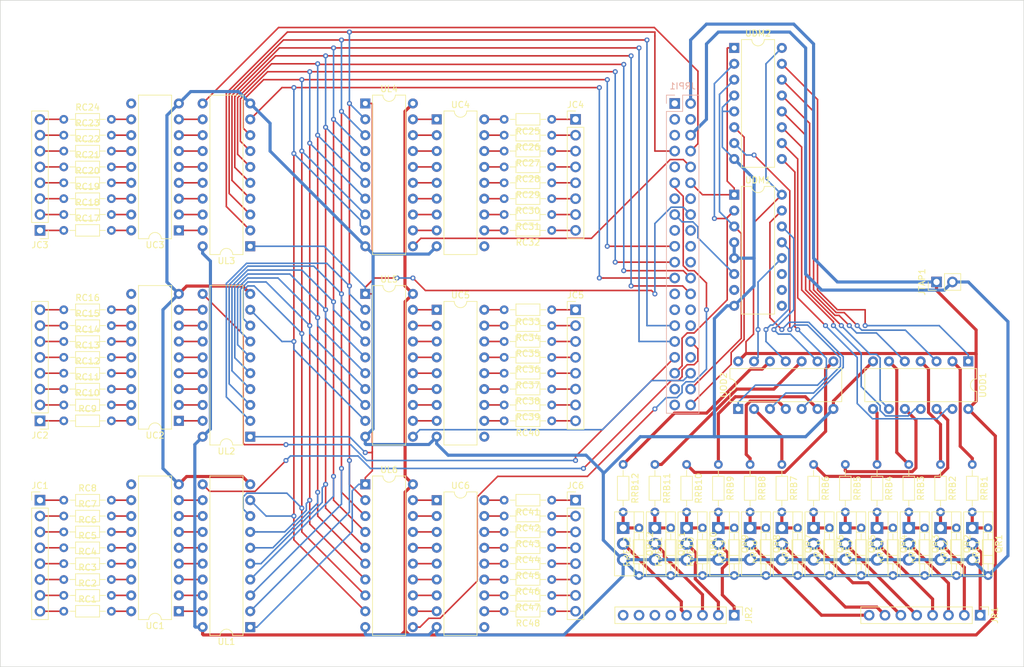
<source format=kicad_pcb>
(kicad_pcb (version 20171130) (host pcbnew "(5.1.4)-1")
  (layers (0 F.Cu signal) (31 B.Cu signal) (34 B.Paste user) (35 F.Paste user) (36 B.SilkS user) (37 F.SilkS user) (38 B.Mask user) (39 F.Mask user) (44 Edge.Cuts user))
  (net 0 "")
  (net 1 "Net-(JC6-Pad1)")
  (net 2 "Net-(RC41-Pad2)")
  (net 3 "Net-(RC38-Pad2)")
  (net 4 "Net-(JC5-Pad6)")
  (net 5 "Net-(JC6-Pad8)")
  (net 6 "Net-(RC48-Pad2)")
  (net 7 "Net-(RC47-Pad2)")
  (net 8 "Net-(JC6-Pad7)")
  (net 9 "Net-(JC6-Pad6)")
  (net 10 "Net-(RC46-Pad2)")
  (net 11 "Net-(RC45-Pad2)")
  (net 12 "Net-(JC6-Pad5)")
  (net 13 "Net-(JC6-Pad4)")
  (net 14 "Net-(RC44-Pad2)")
  (net 15 "Net-(RC43-Pad2)")
  (net 16 "Net-(JC6-Pad3)")
  (net 17 Earth)
  (net 18 "Net-(QR2-Pad1)")
  (net 19 "Net-(RC26-Pad2)")
  (net 20 "Net-(JC4-Pad2)")
  (net 21 "Net-(JC5-Pad8)")
  (net 22 "Net-(RC40-Pad2)")
  (net 23 "Net-(RC39-Pad2)")
  (net 24 "Net-(JC5-Pad7)")
  (net 25 "Net-(RRB2-Pad1)")
  (net 26 "Net-(RC37-Pad2)")
  (net 27 "Net-(JC5-Pad5)")
  (net 28 "Net-(JC5-Pad4)")
  (net 29 "Net-(RC36-Pad2)")
  (net 30 "Net-(RC35-Pad2)")
  (net 31 "Net-(JC5-Pad3)")
  (net 32 "Net-(JC5-Pad2)")
  (net 33 "Net-(RC34-Pad2)")
  (net 34 "Net-(RC33-Pad2)")
  (net 35 "Net-(JC5-Pad1)")
  (net 36 "Net-(QR10-Pad1)")
  (net 37 "Net-(RC32-Pad2)")
  (net 38 "Net-(JC4-Pad8)")
  (net 39 "Net-(JC4-Pad6)")
  (net 40 "Net-(RC30-Pad2)")
  (net 41 "Net-(RC29-Pad2)")
  (net 42 "Net-(JC4-Pad5)")
  (net 43 "Net-(JC4-Pad4)")
  (net 44 "Net-(RC28-Pad2)")
  (net 45 "Net-(RC27-Pad2)")
  (net 46 "Net-(JC4-Pad3)")
  (net 47 "Net-(QR1-Pad1)")
  (net 48 "Net-(QR12-Pad1)")
  (net 49 "Net-(QR11-Pad1)")
  (net 50 "Net-(RC6-Pad2)")
  (net 51 "Net-(JC1-Pad3)")
  (net 52 "Net-(QR9-Pad1)")
  (net 53 "Net-(QR8-Pad1)")
  (net 54 "Net-(QR7-Pad1)")
  (net 55 "Net-(QR6-Pad1)")
  (net 56 "Net-(QR5-Pad1)")
  (net 57 "Net-(QR4-Pad1)")
  (net 58 "Net-(QR3-Pad1)")
  (net 59 "Net-(RC31-Pad2)")
  (net 60 "Net-(JC4-Pad7)")
  (net 61 "Net-(RRB3-Pad1)")
  (net 62 "Net-(RRB12-Pad1)")
  (net 63 "Net-(RRB11-Pad1)")
  (net 64 "Net-(RRB10-Pad1)")
  (net 65 "Net-(RRB9-Pad1)")
  (net 66 "Net-(RRB8-Pad1)")
  (net 67 "Net-(RRB7-Pad1)")
  (net 68 "Net-(RRB6-Pad1)")
  (net 69 "Net-(RRB5-Pad1)")
  (net 70 "Net-(RC7-Pad2)")
  (net 71 "Net-(JC1-Pad2)")
  (net 72 "Net-(JC1-Pad1)")
  (net 73 "Net-(RC8-Pad2)")
  (net 74 "Net-(RC25-Pad2)")
  (net 75 "Net-(JC4-Pad1)")
  (net 76 "Net-(JC1-Pad8)")
  (net 77 "Net-(RC1-Pad2)")
  (net 78 "Net-(RC2-Pad2)")
  (net 79 "Net-(JC1-Pad7)")
  (net 80 "Net-(JC1-Pad6)")
  (net 81 "Net-(RC3-Pad2)")
  (net 82 "Net-(RC4-Pad2)")
  (net 83 "Net-(JC1-Pad5)")
  (net 84 "Net-(JC1-Pad4)")
  (net 85 "Net-(RC5-Pad2)")
  (net 86 "Net-(RRB4-Pad1)")
  (net 87 "Net-(JC6-Pad2)")
  (net 88 "Net-(RC42-Pad2)")
  (net 89 "Net-(RC15-Pad2)")
  (net 90 "Net-(JC2-Pad7)")
  (net 91 "Net-(JC2-Pad1)")
  (net 92 "Net-(RC9-Pad2)")
  (net 93 "Net-(RC10-Pad2)")
  (net 94 "Net-(JC2-Pad2)")
  (net 95 "Net-(JC2-Pad3)")
  (net 96 "Net-(RC11-Pad2)")
  (net 97 "Net-(RC12-Pad2)")
  (net 98 "Net-(JC2-Pad4)")
  (net 99 "Net-(JC2-Pad6)")
  (net 100 "Net-(RC14-Pad2)")
  (net 101 "Net-(RC13-Pad2)")
  (net 102 "Net-(JC2-Pad5)")
  (net 103 "Net-(JC3-Pad8)")
  (net 104 "Net-(RC24-Pad2)")
  (net 105 "Net-(RRB1-Pad1)")
  (net 106 "Net-(JC3-Pad6)")
  (net 107 "Net-(RC22-Pad2)")
  (net 108 "Net-(RC21-Pad2)")
  (net 109 "Net-(JC3-Pad5)")
  (net 110 "Net-(JC3-Pad4)")
  (net 111 "Net-(RC20-Pad2)")
  (net 112 "Net-(RC19-Pad2)")
  (net 113 "Net-(JC3-Pad3)")
  (net 114 "Net-(JC3-Pad2)")
  (net 115 "Net-(RC18-Pad2)")
  (net 116 "Net-(RC17-Pad2)")
  (net 117 "Net-(JC3-Pad1)")
  (net 118 "Net-(JC2-Pad8)")
  (net 119 "Net-(RC16-Pad2)")
  (net 120 "Net-(RC23-Pad2)")
  (net 121 "Net-(JC3-Pad7)")
  (net 122 "Net-(JR1-Pad1)")
  (net 123 "Net-(JR1-Pad6)")
  (net 124 "Net-(JR1-Pad2)")
  (net 125 "Net-(JR1-Pad3)")
  (net 126 "Net-(JR1-Pad4)")
  (net 127 "Net-(JR2-Pad1)")
  (net 128 "Net-(JR1-Pad7)")
  (net 129 "Net-(JR1-Pad8)")
  (net 130 "Net-(JR2-Pad2)")
  (net 131 "Net-(JR2-Pad3)")
  (net 132 "Net-(JR2-Pad4)")
  (net 133 "Net-(JR1-Pad5)")
  (net 134 "Net-(JRPI1-Pad16)")
  (net 135 /GPIO12)
  (net 136 /C1)
  (net 137 "Net-(UC1-Pad8)")
  (net 138 /C2)
  (net 139 "Net-(UC1-Pad7)")
  (net 140 /C3)
  (net 141 "Net-(UC1-Pad6)")
  (net 142 /C4)
  (net 143 "Net-(UC1-Pad5)")
  (net 144 /C5)
  (net 145 "Net-(UC1-Pad4)")
  (net 146 /C6)
  (net 147 "Net-(UC1-Pad3)")
  (net 148 /C7)
  (net 149 "Net-(UC1-Pad2)")
  (net 150 /C8)
  (net 151 "Net-(UC1-Pad1)")
  (net 152 VCC)
  (net 153 "Net-(UC2-Pad1)")
  (net 154 "Net-(UC2-Pad2)")
  (net 155 "Net-(UC2-Pad3)")
  (net 156 "Net-(UC2-Pad4)")
  (net 157 "Net-(UC2-Pad5)")
  (net 158 "Net-(UC2-Pad6)")
  (net 159 "Net-(UC2-Pad7)")
  (net 160 "Net-(UC2-Pad8)")
  (net 161 /GPIO13)
  (net 162 /GPIO14)
  (net 163 "Net-(UC3-Pad8)")
  (net 164 "Net-(UC3-Pad7)")
  (net 165 "Net-(UC3-Pad6)")
  (net 166 "Net-(UC3-Pad5)")
  (net 167 "Net-(UC3-Pad4)")
  (net 168 "Net-(UC3-Pad3)")
  (net 169 "Net-(UC3-Pad2)")
  (net 170 "Net-(UC3-Pad1)")
  (net 171 "Net-(UC4-Pad1)")
  (net 172 "Net-(UC4-Pad2)")
  (net 173 "Net-(UC4-Pad3)")
  (net 174 "Net-(UC4-Pad4)")
  (net 175 "Net-(UC4-Pad5)")
  (net 176 "Net-(UC4-Pad6)")
  (net 177 "Net-(UC4-Pad7)")
  (net 178 "Net-(UC4-Pad8)")
  (net 179 /GPIO15)
  (net 180 /GPIO16)
  (net 181 "Net-(UC5-Pad8)")
  (net 182 "Net-(UC5-Pad7)")
  (net 183 "Net-(UC5-Pad6)")
  (net 184 "Net-(UC5-Pad5)")
  (net 185 "Net-(UC5-Pad4)")
  (net 186 "Net-(UC5-Pad3)")
  (net 187 "Net-(UC5-Pad2)")
  (net 188 "Net-(UC5-Pad1)")
  (net 189 "Net-(UC6-Pad1)")
  (net 190 "Net-(UC6-Pad2)")
  (net 191 "Net-(UC6-Pad3)")
  (net 192 "Net-(UC6-Pad4)")
  (net 193 "Net-(UC6-Pad5)")
  (net 194 "Net-(UC6-Pad6)")
  (net 195 "Net-(UC6-Pad7)")
  (net 196 "Net-(UC6-Pad8)")
  (net 197 /GPIO17)
  (net 198 "Net-(UC3-Pad10)")
  (net 199 "Net-(UC4-Pad10)")
  (net 200 "Net-(UC2-Pad10)")
  (net 201 "Net-(UC5-Pad10)")
  (net 202 "Net-(UC6-Pad10)")
  (net 203 "Net-(UC1-Pad10)")
  (net 204 /AR1)
  (net 205 "Net-(UDM1-Pad9)")
  (net 206 /AR2)
  (net 207 "Net-(UDM1-Pad10)")
  (net 208 /AR3)
  (net 209 "Net-(UDM1-Pad11)")
  (net 210 "Net-(UDM1-Pad12)")
  (net 211 "Net-(UDM1-Pad13)")
  (net 212 /GPIO22)
  (net 213 "Net-(UDM1-Pad14)")
  (net 214 "Net-(UDM1-Pad7)")
  (net 215 "Net-(UDM1-Pad15)")
  (net 216 "Net-(UDM2-Pad15)")
  (net 217 "Net-(UDM2-Pad7)")
  (net 218 "Net-(UDM2-Pad14)")
  (net 219 /GPIO21)
  (net 220 "Net-(UDM2-Pad13)")
  (net 221 "Net-(UDM2-Pad12)")
  (net 222 "Net-(UDM2-Pad11)")
  (net 223 "Net-(UDM2-Pad10)")
  (net 224 "Net-(UDM2-Pad9)")
  (net 225 "Net-(JRPI1-Pad1)")
  (net 226 "Net-(JRPI1-Pad3)")
  (net 227 "Net-(JRPI1-Pad4)")
  (net 228 "Net-(JRPI1-Pad5)")
  (net 229 "Net-(JRPI1-Pad9)")
  (net 230 "Net-(JRPI1-Pad13)")
  (net 231 "Net-(JRPI1-Pad14)")
  (net 232 "Net-(JRPI1-Pad17)")
  (net 233 "Net-(JRPI1-Pad18)")
  (net 234 "Net-(JRPI1-Pad20)")
  (net 235 "Net-(JRPI1-Pad22)")
  (net 236 "Net-(JRPI1-Pad25)")
  (net 237 "Net-(JRPI1-Pad27)")
  (net 238 "Net-(JRPI1-Pad28)")
  (net 239 "Net-(JRPI1-Pad30)")
  (net 240 "Net-(JRPI1-Pad34)")
  (net 241 "Net-(JRPI1-Pad37)")
  (net 242 "Net-(JRPI1-Pad39)")
  (net 243 "Net-(JR2-Pad5)")
  (net 244 "Net-(JR2-Pad6)")
  (net 245 "Net-(JR2-Pad7)")
  (net 246 "Net-(JR2-Pad8)")
  (module Connector_PinHeader_2.54mm:PinHeader_1x02_P2.54mm_Vertical (layer F.Cu) (at 166.37 64.135 90)
    (fp_text reference JTAP1 (at 0 -2.33 90) (layer F.SilkS))
    (fp_text value Conn_01x02_Male)
    (pad 2 thru_hole oval (at 0 2.54 90) (size 1.7 1.7) (drill 1) (layers *.Cu *.Mask) (net 17 Earth))
    (pad 1 thru_hole rect (at 0 0 90) (size 1.7 1.7) (drill 1) (layers *.Cu *.Mask) (net 152 VCC))
  )
  (module Package_DIP:DIP-14_W7.62mm (layer F.Cu) (at 171.45 76.835 270)
    (fp_text reference UOD1 (at 3.81 -2.33 90) (layer F.SilkS))
    (fp_text value 74LCX07)
    (pad 1 thru_hole rect (at 0 0 270) (size 1.6 1.6) (drill 0.8) (layers *.Cu *.Mask) (net 216 "Net-(UDM2-Pad15)"))
    (pad 8 thru_hole oval (at 7.62 15.24 270) (size 1.6 1.6) (drill 0.8) (layers *.Cu *.Mask) (net 86 "Net-(RRB4-Pad1)"))
    (pad 2 thru_hole oval (at 0 2.54 270) (size 1.6 1.6) (drill 0.8) (layers *.Cu *.Mask) (net 105 "Net-(RRB1-Pad1)"))
    (pad 9 thru_hole oval (at 7.62 12.7 270) (size 1.6 1.6) (drill 0.8) (layers *.Cu *.Mask) (net 221 "Net-(UDM2-Pad12)"))
    (pad 3 thru_hole oval (at 0 5.08 270) (size 1.6 1.6) (drill 0.8) (layers *.Cu *.Mask) (net 218 "Net-(UDM2-Pad14)"))
    (pad 10 thru_hole oval (at 7.62 10.16 270) (size 1.6 1.6) (drill 0.8) (layers *.Cu *.Mask) (net 69 "Net-(RRB5-Pad1)"))
    (pad 4 thru_hole oval (at 0 7.62 270) (size 1.6 1.6) (drill 0.8) (layers *.Cu *.Mask) (net 25 "Net-(RRB2-Pad1)"))
    (pad 11 thru_hole oval (at 7.62 7.62 270) (size 1.6 1.6) (drill 0.8) (layers *.Cu *.Mask) (net 222 "Net-(UDM2-Pad11)"))
    (pad 5 thru_hole oval (at 0 10.16 270) (size 1.6 1.6) (drill 0.8) (layers *.Cu *.Mask) (net 220 "Net-(UDM2-Pad13)"))
    (pad 12 thru_hole oval (at 7.62 5.08 270) (size 1.6 1.6) (drill 0.8) (layers *.Cu *.Mask) (net 68 "Net-(RRB6-Pad1)"))
    (pad 6 thru_hole oval (at 0 12.7 270) (size 1.6 1.6) (drill 0.8) (layers *.Cu *.Mask) (net 61 "Net-(RRB3-Pad1)"))
    (pad 13 thru_hole oval (at 7.62 2.54 270) (size 1.6 1.6) (drill 0.8) (layers *.Cu *.Mask) (net 223 "Net-(UDM2-Pad10)"))
    (pad 7 thru_hole oval (at 0 15.24 270) (size 1.6 1.6) (drill 0.8) (layers *.Cu *.Mask) (net 17 Earth))
    (pad 14 thru_hole oval (at 7.62 0 270) (size 1.6 1.6) (drill 0.8) (layers *.Cu *.Mask) (net 152 VCC))
  )
  (module Package_DIP:DIP-14_W7.62mm (layer F.Cu) (at 134.62 84.455 90)
    (fp_text reference UOD2 (at 3.81 -2.33 90) (layer F.SilkS))
    (fp_text value 74LCX07)
    (pad 14 thru_hole oval (at 7.62 0 90) (size 1.6 1.6) (drill 0.8) (layers *.Cu *.Mask) (net 152 VCC))
    (pad 7 thru_hole oval (at 0 15.24 90) (size 1.6 1.6) (drill 0.8) (layers *.Cu *.Mask) (net 17 Earth))
    (pad 13 thru_hole oval (at 7.62 2.54 90) (size 1.6 1.6) (drill 0.8) (layers *.Cu *.Mask) (net 210 "Net-(UDM1-Pad12)"))
    (pad 6 thru_hole oval (at 0 12.7 90) (size 1.6 1.6) (drill 0.8) (layers *.Cu *.Mask) (net 65 "Net-(RRB9-Pad1)"))
    (pad 12 thru_hole oval (at 7.62 5.08 90) (size 1.6 1.6) (drill 0.8) (layers *.Cu *.Mask) (net 62 "Net-(RRB12-Pad1)"))
    (pad 5 thru_hole oval (at 0 10.16 90) (size 1.6 1.6) (drill 0.8) (layers *.Cu *.Mask) (net 215 "Net-(UDM1-Pad15)"))
    (pad 11 thru_hole oval (at 7.62 7.62 90) (size 1.6 1.6) (drill 0.8) (layers *.Cu *.Mask) (net 211 "Net-(UDM1-Pad13)"))
    (pad 4 thru_hole oval (at 0 7.62 90) (size 1.6 1.6) (drill 0.8) (layers *.Cu *.Mask) (net 66 "Net-(RRB8-Pad1)"))
    (pad 10 thru_hole oval (at 7.62 10.16 90) (size 1.6 1.6) (drill 0.8) (layers *.Cu *.Mask) (net 63 "Net-(RRB11-Pad1)"))
    (pad 3 thru_hole oval (at 0 5.08 90) (size 1.6 1.6) (drill 0.8) (layers *.Cu *.Mask) (net 217 "Net-(UDM2-Pad7)"))
    (pad 9 thru_hole oval (at 7.62 12.7 90) (size 1.6 1.6) (drill 0.8) (layers *.Cu *.Mask) (net 213 "Net-(UDM1-Pad14)"))
    (pad 2 thru_hole oval (at 0 2.54 90) (size 1.6 1.6) (drill 0.8) (layers *.Cu *.Mask) (net 67 "Net-(RRB7-Pad1)"))
    (pad 8 thru_hole oval (at 7.62 15.24 90) (size 1.6 1.6) (drill 0.8) (layers *.Cu *.Mask) (net 64 "Net-(RRB10-Pad1)"))
    (pad 1 thru_hole rect (at 0 0 90) (size 1.6 1.6) (drill 0.8) (layers *.Cu *.Mask) (net 224 "Net-(UDM2-Pad9)"))
  )
  (module Connector_PinHeader_2.54mm:PinHeader_1x08_P2.54mm_Vertical (layer F.Cu) (at 22.86 99.06)
    (fp_text reference JC1 (at 0 -2.33) (layer F.SilkS))
    (fp_text value Conn_01x08_Male)
    (pad 8 thru_hole oval (at 0 17.78) (size 1.7 1.7) (drill 1) (layers *.Cu *.Mask) (net 76 "Net-(JC1-Pad8)"))
    (pad 7 thru_hole oval (at 0 15.24) (size 1.7 1.7) (drill 1) (layers *.Cu *.Mask) (net 79 "Net-(JC1-Pad7)"))
    (pad 6 thru_hole oval (at 0 12.7) (size 1.7 1.7) (drill 1) (layers *.Cu *.Mask) (net 80 "Net-(JC1-Pad6)"))
    (pad 5 thru_hole oval (at 0 10.16) (size 1.7 1.7) (drill 1) (layers *.Cu *.Mask) (net 83 "Net-(JC1-Pad5)"))
    (pad 4 thru_hole oval (at 0 7.62) (size 1.7 1.7) (drill 1) (layers *.Cu *.Mask) (net 84 "Net-(JC1-Pad4)"))
    (pad 3 thru_hole oval (at 0 5.08) (size 1.7 1.7) (drill 1) (layers *.Cu *.Mask) (net 51 "Net-(JC1-Pad3)"))
    (pad 2 thru_hole oval (at 0 2.54) (size 1.7 1.7) (drill 1) (layers *.Cu *.Mask) (net 71 "Net-(JC1-Pad2)"))
    (pad 1 thru_hole rect (at 0 0) (size 1.7 1.7) (drill 1) (layers *.Cu *.Mask) (net 72 "Net-(JC1-Pad1)"))
  )
  (module Connector_PinHeader_2.54mm:PinHeader_1x08_P2.54mm_Vertical (layer F.Cu) (at 22.86 86.36 180)
    (fp_text reference JC2 (at 0 -2.33 180) (layer F.SilkS))
    (fp_text value Conn_01x08_Male)
    (pad 1 thru_hole rect (at 0 0 180) (size 1.7 1.7) (drill 1) (layers *.Cu *.Mask) (net 91 "Net-(JC2-Pad1)"))
    (pad 2 thru_hole oval (at 0 2.54 180) (size 1.7 1.7) (drill 1) (layers *.Cu *.Mask) (net 94 "Net-(JC2-Pad2)"))
    (pad 3 thru_hole oval (at 0 5.08 180) (size 1.7 1.7) (drill 1) (layers *.Cu *.Mask) (net 95 "Net-(JC2-Pad3)"))
    (pad 4 thru_hole oval (at 0 7.62 180) (size 1.7 1.7) (drill 1) (layers *.Cu *.Mask) (net 98 "Net-(JC2-Pad4)"))
    (pad 5 thru_hole oval (at 0 10.16 180) (size 1.7 1.7) (drill 1) (layers *.Cu *.Mask) (net 102 "Net-(JC2-Pad5)"))
    (pad 6 thru_hole oval (at 0 12.7 180) (size 1.7 1.7) (drill 1) (layers *.Cu *.Mask) (net 99 "Net-(JC2-Pad6)"))
    (pad 7 thru_hole oval (at 0 15.24 180) (size 1.7 1.7) (drill 1) (layers *.Cu *.Mask) (net 90 "Net-(JC2-Pad7)"))
    (pad 8 thru_hole oval (at 0 17.78 180) (size 1.7 1.7) (drill 1) (layers *.Cu *.Mask) (net 118 "Net-(JC2-Pad8)"))
  )
  (module Connector_PinHeader_2.54mm:PinHeader_1x08_P2.54mm_Vertical (layer F.Cu) (at 22.86 55.88 180)
    (fp_text reference JC3 (at 0 -2.33 180) (layer F.SilkS))
    (fp_text value Conn_01x08_Male)
    (pad 8 thru_hole oval (at 0 17.78 180) (size 1.7 1.7) (drill 1) (layers *.Cu *.Mask) (net 103 "Net-(JC3-Pad8)"))
    (pad 7 thru_hole oval (at 0 15.24 180) (size 1.7 1.7) (drill 1) (layers *.Cu *.Mask) (net 121 "Net-(JC3-Pad7)"))
    (pad 6 thru_hole oval (at 0 12.7 180) (size 1.7 1.7) (drill 1) (layers *.Cu *.Mask) (net 106 "Net-(JC3-Pad6)"))
    (pad 5 thru_hole oval (at 0 10.16 180) (size 1.7 1.7) (drill 1) (layers *.Cu *.Mask) (net 109 "Net-(JC3-Pad5)"))
    (pad 4 thru_hole oval (at 0 7.62 180) (size 1.7 1.7) (drill 1) (layers *.Cu *.Mask) (net 110 "Net-(JC3-Pad4)"))
    (pad 3 thru_hole oval (at 0 5.08 180) (size 1.7 1.7) (drill 1) (layers *.Cu *.Mask) (net 113 "Net-(JC3-Pad3)"))
    (pad 2 thru_hole oval (at 0 2.54 180) (size 1.7 1.7) (drill 1) (layers *.Cu *.Mask) (net 114 "Net-(JC3-Pad2)"))
    (pad 1 thru_hole rect (at 0 0 180) (size 1.7 1.7) (drill 1) (layers *.Cu *.Mask) (net 117 "Net-(JC3-Pad1)"))
  )
  (module Connector_PinHeader_2.54mm:PinHeader_1x08_P2.54mm_Vertical (layer F.Cu) (at 108.585 38.1)
    (fp_text reference JC4 (at 0 -2.33) (layer F.SilkS))
    (fp_text value Conn_01x08_Male)
    (pad 1 thru_hole rect (at 0 0) (size 1.7 1.7) (drill 1) (layers *.Cu *.Mask) (net 75 "Net-(JC4-Pad1)"))
    (pad 2 thru_hole oval (at 0 2.54) (size 1.7 1.7) (drill 1) (layers *.Cu *.Mask) (net 20 "Net-(JC4-Pad2)"))
    (pad 3 thru_hole oval (at 0 5.08) (size 1.7 1.7) (drill 1) (layers *.Cu *.Mask) (net 46 "Net-(JC4-Pad3)"))
    (pad 4 thru_hole oval (at 0 7.62) (size 1.7 1.7) (drill 1) (layers *.Cu *.Mask) (net 43 "Net-(JC4-Pad4)"))
    (pad 5 thru_hole oval (at 0 10.16) (size 1.7 1.7) (drill 1) (layers *.Cu *.Mask) (net 42 "Net-(JC4-Pad5)"))
    (pad 6 thru_hole oval (at 0 12.7) (size 1.7 1.7) (drill 1) (layers *.Cu *.Mask) (net 39 "Net-(JC4-Pad6)"))
    (pad 7 thru_hole oval (at 0 15.24) (size 1.7 1.7) (drill 1) (layers *.Cu *.Mask) (net 60 "Net-(JC4-Pad7)"))
    (pad 8 thru_hole oval (at 0 17.78) (size 1.7 1.7) (drill 1) (layers *.Cu *.Mask) (net 38 "Net-(JC4-Pad8)"))
  )
  (module Connector_PinHeader_2.54mm:PinHeader_1x08_P2.54mm_Vertical (layer F.Cu) (at 108.585 68.58)
    (fp_text reference JC5 (at 0 -2.33) (layer F.SilkS))
    (fp_text value Conn_01x08_Male)
    (pad 8 thru_hole oval (at 0 17.78) (size 1.7 1.7) (drill 1) (layers *.Cu *.Mask) (net 21 "Net-(JC5-Pad8)"))
    (pad 7 thru_hole oval (at 0 15.24) (size 1.7 1.7) (drill 1) (layers *.Cu *.Mask) (net 24 "Net-(JC5-Pad7)"))
    (pad 6 thru_hole oval (at 0 12.7) (size 1.7 1.7) (drill 1) (layers *.Cu *.Mask) (net 4 "Net-(JC5-Pad6)"))
    (pad 5 thru_hole oval (at 0 10.16) (size 1.7 1.7) (drill 1) (layers *.Cu *.Mask) (net 27 "Net-(JC5-Pad5)"))
    (pad 4 thru_hole oval (at 0 7.62) (size 1.7 1.7) (drill 1) (layers *.Cu *.Mask) (net 28 "Net-(JC5-Pad4)"))
    (pad 3 thru_hole oval (at 0 5.08) (size 1.7 1.7) (drill 1) (layers *.Cu *.Mask) (net 31 "Net-(JC5-Pad3)"))
    (pad 2 thru_hole oval (at 0 2.54) (size 1.7 1.7) (drill 1) (layers *.Cu *.Mask) (net 32 "Net-(JC5-Pad2)"))
    (pad 1 thru_hole rect (at 0 0) (size 1.7 1.7) (drill 1) (layers *.Cu *.Mask) (net 35 "Net-(JC5-Pad1)"))
  )
  (module Connector_PinHeader_2.54mm:PinHeader_1x08_P2.54mm_Vertical (layer F.Cu) (at 108.585 99.06)
    (fp_text reference JC6 (at 0 -2.33) (layer F.SilkS))
    (fp_text value Conn_01x08_Male)
    (pad 1 thru_hole rect (at 0 0) (size 1.7 1.7) (drill 1) (layers *.Cu *.Mask) (net 1 "Net-(JC6-Pad1)"))
    (pad 2 thru_hole oval (at 0 2.54) (size 1.7 1.7) (drill 1) (layers *.Cu *.Mask) (net 87 "Net-(JC6-Pad2)"))
    (pad 3 thru_hole oval (at 0 5.08) (size 1.7 1.7) (drill 1) (layers *.Cu *.Mask) (net 16 "Net-(JC6-Pad3)"))
    (pad 4 thru_hole oval (at 0 7.62) (size 1.7 1.7) (drill 1) (layers *.Cu *.Mask) (net 13 "Net-(JC6-Pad4)"))
    (pad 5 thru_hole oval (at 0 10.16) (size 1.7 1.7) (drill 1) (layers *.Cu *.Mask) (net 12 "Net-(JC6-Pad5)"))
    (pad 6 thru_hole oval (at 0 12.7) (size 1.7 1.7) (drill 1) (layers *.Cu *.Mask) (net 9 "Net-(JC6-Pad6)"))
    (pad 7 thru_hole oval (at 0 15.24) (size 1.7 1.7) (drill 1) (layers *.Cu *.Mask) (net 8 "Net-(JC6-Pad7)"))
    (pad 8 thru_hole oval (at 0 17.78) (size 1.7 1.7) (drill 1) (layers *.Cu *.Mask) (net 5 "Net-(JC6-Pad8)"))
  )
  (module Connector_PinHeader_2.54mm:PinHeader_1x08_P2.54mm_Vertical (layer F.Cu) (at 173.355 117.475 270)
    (fp_text reference JR1 (at 0 -2.33 90) (layer F.SilkS))
    (fp_text value Conn_01x08_Male)
    (pad 8 thru_hole oval (at 0 17.78 270) (size 1.7 1.7) (drill 1) (layers *.Cu *.Mask) (net 129 "Net-(JR1-Pad8)"))
    (pad 7 thru_hole oval (at 0 15.24 270) (size 1.7 1.7) (drill 1) (layers *.Cu *.Mask) (net 128 "Net-(JR1-Pad7)"))
    (pad 6 thru_hole oval (at 0 12.7 270) (size 1.7 1.7) (drill 1) (layers *.Cu *.Mask) (net 123 "Net-(JR1-Pad6)"))
    (pad 5 thru_hole oval (at 0 10.16 270) (size 1.7 1.7) (drill 1) (layers *.Cu *.Mask) (net 133 "Net-(JR1-Pad5)"))
    (pad 4 thru_hole oval (at 0 7.62 270) (size 1.7 1.7) (drill 1) (layers *.Cu *.Mask) (net 126 "Net-(JR1-Pad4)"))
    (pad 3 thru_hole oval (at 0 5.08 270) (size 1.7 1.7) (drill 1) (layers *.Cu *.Mask) (net 125 "Net-(JR1-Pad3)"))
    (pad 2 thru_hole oval (at 0 2.54 270) (size 1.7 1.7) (drill 1) (layers *.Cu *.Mask) (net 124 "Net-(JR1-Pad2)"))
    (pad 1 thru_hole rect (at 0 0 270) (size 1.7 1.7) (drill 1) (layers *.Cu *.Mask) (net 122 "Net-(JR1-Pad1)"))
  )
  (module Connector_PinHeader_2.54mm:PinHeader_1x08_P2.54mm_Vertical (layer F.Cu) (at 133.985 117.475 270)
    (fp_text reference JR2 (at 0 -2.33 90) (layer F.SilkS))
    (fp_text value Conn_01x08_Male)
    (pad 1 thru_hole rect (at 0 0 270) (size 1.7 1.7) (drill 1) (layers *.Cu *.Mask) (net 127 "Net-(JR2-Pad1)"))
    (pad 2 thru_hole oval (at 0 2.54 270) (size 1.7 1.7) (drill 1) (layers *.Cu *.Mask) (net 130 "Net-(JR2-Pad2)"))
    (pad 3 thru_hole oval (at 0 5.08 270) (size 1.7 1.7) (drill 1) (layers *.Cu *.Mask) (net 131 "Net-(JR2-Pad3)"))
    (pad 4 thru_hole oval (at 0 7.62 270) (size 1.7 1.7) (drill 1) (layers *.Cu *.Mask) (net 132 "Net-(JR2-Pad4)"))
    (pad 5 thru_hole oval (at 0 10.16 270) (size 1.7 1.7) (drill 1) (layers *.Cu *.Mask) (net 243 "Net-(JR2-Pad5)"))
    (pad 6 thru_hole oval (at 0 12.7 270) (size 1.7 1.7) (drill 1) (layers *.Cu *.Mask) (net 244 "Net-(JR2-Pad6)"))
    (pad 7 thru_hole oval (at 0 15.24 270) (size 1.7 1.7) (drill 1) (layers *.Cu *.Mask) (net 245 "Net-(JR2-Pad7)"))
    (pad 8 thru_hole oval (at 0 17.78 270) (size 1.7 1.7) (drill 1) (layers *.Cu *.Mask) (net 246 "Net-(JR2-Pad8)"))
  )
  (module Connector_PinSocket_2.54mm:PinSocket_2x20_P2.54mm_Vertical (layer B.Cu) (at 124.46 35.56 180)
    (fp_text reference JRPI1 (at -1.27 2.77 180) (layer B.SilkS) (effects (justify mirror)))
    (fp_text value Conn_02x20_Odd_Even)
    (pad 1 thru_hole rect (at 0 0 180) (size 1.7 1.7) (drill 1) (layers *.Cu *.Mask) (net 225 "Net-(JRPI1-Pad1)"))
    (pad 2 thru_hole oval (at -2.54 0 180) (size 1.7 1.7) (drill 1) (layers *.Cu *.Mask) (net 152 VCC))
    (pad 3 thru_hole oval (at 0 -2.54 180) (size 1.7 1.7) (drill 1) (layers *.Cu *.Mask) (net 226 "Net-(JRPI1-Pad3)"))
    (pad 4 thru_hole oval (at -2.54 -2.54 180) (size 1.7 1.7) (drill 1) (layers *.Cu *.Mask) (net 227 "Net-(JRPI1-Pad4)"))
    (pad 5 thru_hole oval (at 0 -5.08 180) (size 1.7 1.7) (drill 1) (layers *.Cu *.Mask) (net 228 "Net-(JRPI1-Pad5)"))
    (pad 6 thru_hole oval (at -2.54 -5.08 180) (size 1.7 1.7) (drill 1) (layers *.Cu *.Mask) (net 17 Earth))
    (pad 7 thru_hole oval (at 0 -7.62 180) (size 1.7 1.7) (drill 1) (layers *.Cu *.Mask) (net 136 /C1))
    (pad 8 thru_hole oval (at -2.54 -7.62 180) (size 1.7 1.7) (drill 1) (layers *.Cu *.Mask) (net 162 /GPIO14))
    (pad 9 thru_hole oval (at 0 -10.16 180) (size 1.7 1.7) (drill 1) (layers *.Cu *.Mask) (net 229 "Net-(JRPI1-Pad9)"))
    (pad 10 thru_hole oval (at -2.54 -10.16 180) (size 1.7 1.7) (drill 1) (layers *.Cu *.Mask) (net 179 /GPIO15))
    (pad 11 thru_hole oval (at 0 -12.7 180) (size 1.7 1.7) (drill 1) (layers *.Cu *.Mask) (net 197 /GPIO17))
    (pad 12 thru_hole oval (at -2.54 -12.7 180) (size 1.7 1.7) (drill 1) (layers *.Cu *.Mask) (net 204 /AR1))
    (pad 13 thru_hole oval (at 0 -15.24 180) (size 1.7 1.7) (drill 1) (layers *.Cu *.Mask) (net 230 "Net-(JRPI1-Pad13)"))
    (pad 14 thru_hole oval (at -2.54 -15.24 180) (size 1.7 1.7) (drill 1) (layers *.Cu *.Mask) (net 231 "Net-(JRPI1-Pad14)"))
    (pad 15 thru_hole oval (at 0 -17.78 180) (size 1.7 1.7) (drill 1) (layers *.Cu *.Mask) (net 212 /GPIO22))
    (pad 16 thru_hole oval (at -2.54 -17.78 180) (size 1.7 1.7) (drill 1) (layers *.Cu *.Mask) (net 134 "Net-(JRPI1-Pad16)"))
    (pad 17 thru_hole oval (at 0 -20.32 180) (size 1.7 1.7) (drill 1) (layers *.Cu *.Mask) (net 232 "Net-(JRPI1-Pad17)"))
    (pad 18 thru_hole oval (at -2.54 -20.32 180) (size 1.7 1.7) (drill 1) (layers *.Cu *.Mask) (net 233 "Net-(JRPI1-Pad18)"))
    (pad 19 thru_hole oval (at 0 -22.86 180) (size 1.7 1.7) (drill 1) (layers *.Cu *.Mask) (net 148 /C7))
    (pad 20 thru_hole oval (at -2.54 -22.86 180) (size 1.7 1.7) (drill 1) (layers *.Cu *.Mask) (net 234 "Net-(JRPI1-Pad20)"))
    (pad 21 thru_hole oval (at 0 -25.4 180) (size 1.7 1.7) (drill 1) (layers *.Cu *.Mask) (net 146 /C6))
    (pad 22 thru_hole oval (at -2.54 -25.4 180) (size 1.7 1.7) (drill 1) (layers *.Cu *.Mask) (net 235 "Net-(JRPI1-Pad22)"))
    (pad 23 thru_hole oval (at 0 -27.94 180) (size 1.7 1.7) (drill 1) (layers *.Cu *.Mask) (net 150 /C8))
    (pad 24 thru_hole oval (at -2.54 -27.94 180) (size 1.7 1.7) (drill 1) (layers *.Cu *.Mask) (net 144 /C5))
    (pad 25 thru_hole oval (at 0 -30.48 180) (size 1.7 1.7) (drill 1) (layers *.Cu *.Mask) (net 236 "Net-(JRPI1-Pad25)"))
    (pad 26 thru_hole oval (at -2.54 -30.48 180) (size 1.7 1.7) (drill 1) (layers *.Cu *.Mask) (net 142 /C4))
    (pad 27 thru_hole oval (at 0 -33.02 180) (size 1.7 1.7) (drill 1) (layers *.Cu *.Mask) (net 237 "Net-(JRPI1-Pad27)"))
    (pad 28 thru_hole oval (at -2.54 -33.02 180) (size 1.7 1.7) (drill 1) (layers *.Cu *.Mask) (net 238 "Net-(JRPI1-Pad28)"))
    (pad 29 thru_hole oval (at 0 -35.56 180) (size 1.7 1.7) (drill 1) (layers *.Cu *.Mask) (net 138 /C2))
    (pad 30 thru_hole oval (at -2.54 -35.56 180) (size 1.7 1.7) (drill 1) (layers *.Cu *.Mask) (net 239 "Net-(JRPI1-Pad30)"))
    (pad 31 thru_hole oval (at 0 -38.1 180) (size 1.7 1.7) (drill 1) (layers *.Cu *.Mask) (net 140 /C3))
    (pad 32 thru_hole oval (at -2.54 -38.1 180) (size 1.7 1.7) (drill 1) (layers *.Cu *.Mask) (net 135 /GPIO12))
    (pad 33 thru_hole oval (at 0 -40.64 180) (size 1.7 1.7) (drill 1) (layers *.Cu *.Mask) (net 161 /GPIO13))
    (pad 34 thru_hole oval (at -2.54 -40.64 180) (size 1.7 1.7) (drill 1) (layers *.Cu *.Mask) (net 240 "Net-(JRPI1-Pad34)"))
    (pad 35 thru_hole oval (at 0 -43.18 180) (size 1.7 1.7) (drill 1) (layers *.Cu *.Mask) (net 206 /AR2))
    (pad 36 thru_hole oval (at -2.54 -43.18 180) (size 1.7 1.7) (drill 1) (layers *.Cu *.Mask) (net 180 /GPIO16))
    (pad 37 thru_hole oval (at 0 -45.72 180) (size 1.7 1.7) (drill 1) (layers *.Cu *.Mask) (net 241 "Net-(JRPI1-Pad37)"))
    (pad 38 thru_hole oval (at -2.54 -45.72 180) (size 1.7 1.7) (drill 1) (layers *.Cu *.Mask) (net 208 /AR3))
    (pad 39 thru_hole oval (at 0 -48.26 180) (size 1.7 1.7) (drill 1) (layers *.Cu *.Mask) (net 242 "Net-(JRPI1-Pad39)"))
    (pad 40 thru_hole oval (at -2.54 -48.26 180) (size 1.7 1.7) (drill 1) (layers *.Cu *.Mask) (net 219 /GPIO21))
  )
  (module Package_DIP:DIP-16_W7.62mm (layer F.Cu) (at 133.985 26.67)
    (fp_text reference UDM2 (at 3.81 -2.33) (layer F.SilkS))
    (fp_text value 74LS138)
    (pad 16 thru_hole oval (at 7.62 0) (size 1.6 1.6) (drill 0.8) (layers *.Cu *.Mask) (net 152 VCC))
    (pad 8 thru_hole oval (at 0 17.78) (size 1.6 1.6) (drill 0.8) (layers *.Cu *.Mask) (net 17 Earth))
    (pad 15 thru_hole oval (at 7.62 2.54) (size 1.6 1.6) (drill 0.8) (layers *.Cu *.Mask) (net 216 "Net-(UDM2-Pad15)"))
    (pad 7 thru_hole oval (at 0 15.24) (size 1.6 1.6) (drill 0.8) (layers *.Cu *.Mask) (net 217 "Net-(UDM2-Pad7)"))
    (pad 14 thru_hole oval (at 7.62 5.08) (size 1.6 1.6) (drill 0.8) (layers *.Cu *.Mask) (net 218 "Net-(UDM2-Pad14)"))
    (pad 6 thru_hole oval (at 0 12.7) (size 1.6 1.6) (drill 0.8) (layers *.Cu *.Mask) (net 219 /GPIO21))
    (pad 13 thru_hole oval (at 7.62 7.62) (size 1.6 1.6) (drill 0.8) (layers *.Cu *.Mask) (net 220 "Net-(UDM2-Pad13)"))
    (pad 5 thru_hole oval (at 0 10.16) (size 1.6 1.6) (drill 0.8) (layers *.Cu *.Mask) (net 17 Earth))
    (pad 12 thru_hole oval (at 7.62 10.16) (size 1.6 1.6) (drill 0.8) (layers *.Cu *.Mask) (net 221 "Net-(UDM2-Pad12)"))
    (pad 4 thru_hole oval (at 0 7.62) (size 1.6 1.6) (drill 0.8) (layers *.Cu *.Mask) (net 17 Earth))
    (pad 11 thru_hole oval (at 7.62 12.7) (size 1.6 1.6) (drill 0.8) (layers *.Cu *.Mask) (net 222 "Net-(UDM2-Pad11)"))
    (pad 3 thru_hole oval (at 0 5.08) (size 1.6 1.6) (drill 0.8) (layers *.Cu *.Mask) (net 208 /AR3))
    (pad 10 thru_hole oval (at 7.62 15.24) (size 1.6 1.6) (drill 0.8) (layers *.Cu *.Mask) (net 223 "Net-(UDM2-Pad10)"))
    (pad 2 thru_hole oval (at 0 2.54) (size 1.6 1.6) (drill 0.8) (layers *.Cu *.Mask) (net 206 /AR2))
    (pad 9 thru_hole oval (at 7.62 17.78) (size 1.6 1.6) (drill 0.8) (layers *.Cu *.Mask) (net 224 "Net-(UDM2-Pad9)"))
    (pad 1 thru_hole rect (at 0 0) (size 1.6 1.6) (drill 0.8) (layers *.Cu *.Mask) (net 204 /AR1))
  )
  (module Package_DIP:DIP-16_W7.62mm (layer F.Cu) (at 133.985 50.165)
    (fp_text reference UDM1 (at 3.81 -2.33) (layer F.SilkS))
    (fp_text value 74LS138)
    (pad 1 thru_hole rect (at 0 0) (size 1.6 1.6) (drill 0.8) (layers *.Cu *.Mask) (net 204 /AR1))
    (pad 9 thru_hole oval (at 7.62 17.78) (size 1.6 1.6) (drill 0.8) (layers *.Cu *.Mask) (net 205 "Net-(UDM1-Pad9)"))
    (pad 2 thru_hole oval (at 0 2.54) (size 1.6 1.6) (drill 0.8) (layers *.Cu *.Mask) (net 206 /AR2))
    (pad 10 thru_hole oval (at 7.62 15.24) (size 1.6 1.6) (drill 0.8) (layers *.Cu *.Mask) (net 207 "Net-(UDM1-Pad10)"))
    (pad 3 thru_hole oval (at 0 5.08) (size 1.6 1.6) (drill 0.8) (layers *.Cu *.Mask) (net 208 /AR3))
    (pad 11 thru_hole oval (at 7.62 12.7) (size 1.6 1.6) (drill 0.8) (layers *.Cu *.Mask) (net 209 "Net-(UDM1-Pad11)"))
    (pad 4 thru_hole oval (at 0 7.62) (size 1.6 1.6) (drill 0.8) (layers *.Cu *.Mask) (net 17 Earth))
    (pad 12 thru_hole oval (at 7.62 10.16) (size 1.6 1.6) (drill 0.8) (layers *.Cu *.Mask) (net 210 "Net-(UDM1-Pad12)"))
    (pad 5 thru_hole oval (at 0 10.16) (size 1.6 1.6) (drill 0.8) (layers *.Cu *.Mask) (net 17 Earth))
    (pad 13 thru_hole oval (at 7.62 7.62) (size 1.6 1.6) (drill 0.8) (layers *.Cu *.Mask) (net 211 "Net-(UDM1-Pad13)"))
    (pad 6 thru_hole oval (at 0 12.7) (size 1.6 1.6) (drill 0.8) (layers *.Cu *.Mask) (net 212 /GPIO22))
    (pad 14 thru_hole oval (at 7.62 5.08) (size 1.6 1.6) (drill 0.8) (layers *.Cu *.Mask) (net 213 "Net-(UDM1-Pad14)"))
    (pad 7 thru_hole oval (at 0 15.24) (size 1.6 1.6) (drill 0.8) (layers *.Cu *.Mask) (net 214 "Net-(UDM1-Pad7)"))
    (pad 15 thru_hole oval (at 7.62 2.54) (size 1.6 1.6) (drill 0.8) (layers *.Cu *.Mask) (net 215 "Net-(UDM1-Pad15)"))
    (pad 8 thru_hole oval (at 0 17.78) (size 1.6 1.6) (drill 0.8) (layers *.Cu *.Mask) (net 17 Earth))
    (pad 16 thru_hole oval (at 7.62 0) (size 1.6 1.6) (drill 0.8) (layers *.Cu *.Mask) (net 152 VCC))
  )
  (module Package_DIP:DIP-18_W7.62mm (layer F.Cu) (at 45.085 116.84 180)
    (fp_text reference UC1 (at 3.81 -2.33 180) (layer F.SilkS))
    (fp_text value ULN2803A)
    (pad 18 thru_hole oval (at 7.62 0 180) (size 1.6 1.6) (drill 0.8) (layers *.Cu *.Mask) (net 77 "Net-(RC1-Pad2)"))
    (pad 9 thru_hole oval (at 0 20.32 180) (size 1.6 1.6) (drill 0.8) (layers *.Cu *.Mask) (net 17 Earth))
    (pad 17 thru_hole oval (at 7.62 2.54 180) (size 1.6 1.6) (drill 0.8) (layers *.Cu *.Mask) (net 78 "Net-(RC2-Pad2)"))
    (pad 8 thru_hole oval (at 0 17.78 180) (size 1.6 1.6) (drill 0.8) (layers *.Cu *.Mask) (net 137 "Net-(UC1-Pad8)"))
    (pad 16 thru_hole oval (at 7.62 5.08 180) (size 1.6 1.6) (drill 0.8) (layers *.Cu *.Mask) (net 81 "Net-(RC3-Pad2)"))
    (pad 7 thru_hole oval (at 0 15.24 180) (size 1.6 1.6) (drill 0.8) (layers *.Cu *.Mask) (net 139 "Net-(UC1-Pad7)"))
    (pad 15 thru_hole oval (at 7.62 7.62 180) (size 1.6 1.6) (drill 0.8) (layers *.Cu *.Mask) (net 82 "Net-(RC4-Pad2)"))
    (pad 6 thru_hole oval (at 0 12.7 180) (size 1.6 1.6) (drill 0.8) (layers *.Cu *.Mask) (net 141 "Net-(UC1-Pad6)"))
    (pad 14 thru_hole oval (at 7.62 10.16 180) (size 1.6 1.6) (drill 0.8) (layers *.Cu *.Mask) (net 85 "Net-(RC5-Pad2)"))
    (pad 5 thru_hole oval (at 0 10.16 180) (size 1.6 1.6) (drill 0.8) (layers *.Cu *.Mask) (net 143 "Net-(UC1-Pad5)"))
    (pad 13 thru_hole oval (at 7.62 12.7 180) (size 1.6 1.6) (drill 0.8) (layers *.Cu *.Mask) (net 50 "Net-(RC6-Pad2)"))
    (pad 4 thru_hole oval (at 0 7.62 180) (size 1.6 1.6) (drill 0.8) (layers *.Cu *.Mask) (net 145 "Net-(UC1-Pad4)"))
    (pad 12 thru_hole oval (at 7.62 15.24 180) (size 1.6 1.6) (drill 0.8) (layers *.Cu *.Mask) (net 70 "Net-(RC7-Pad2)"))
    (pad 3 thru_hole oval (at 0 5.08 180) (size 1.6 1.6) (drill 0.8) (layers *.Cu *.Mask) (net 147 "Net-(UC1-Pad3)"))
    (pad 11 thru_hole oval (at 7.62 17.78 180) (size 1.6 1.6) (drill 0.8) (layers *.Cu *.Mask) (net 73 "Net-(RC8-Pad2)"))
    (pad 2 thru_hole oval (at 0 2.54 180) (size 1.6 1.6) (drill 0.8) (layers *.Cu *.Mask) (net 149 "Net-(UC1-Pad2)"))
    (pad 10 thru_hole oval (at 7.62 20.32 180) (size 1.6 1.6) (drill 0.8) (layers *.Cu *.Mask) (net 203 "Net-(UC1-Pad10)"))
    (pad 1 thru_hole rect (at 0 0 180) (size 1.6 1.6) (drill 0.8) (layers *.Cu *.Mask) (net 151 "Net-(UC1-Pad1)"))
  )
  (module Package_DIP:DIP-18_W7.62mm (layer F.Cu) (at 86.36 99.06)
    (fp_text reference UC6 (at 3.81 -2.33) (layer F.SilkS))
    (fp_text value ULN2803A)
    (pad 1 thru_hole rect (at 0 0) (size 1.6 1.6) (drill 0.8) (layers *.Cu *.Mask) (net 189 "Net-(UC6-Pad1)"))
    (pad 10 thru_hole oval (at 7.62 20.32) (size 1.6 1.6) (drill 0.8) (layers *.Cu *.Mask) (net 202 "Net-(UC6-Pad10)"))
    (pad 2 thru_hole oval (at 0 2.54) (size 1.6 1.6) (drill 0.8) (layers *.Cu *.Mask) (net 190 "Net-(UC6-Pad2)"))
    (pad 11 thru_hole oval (at 7.62 17.78) (size 1.6 1.6) (drill 0.8) (layers *.Cu *.Mask) (net 6 "Net-(RC48-Pad2)"))
    (pad 3 thru_hole oval (at 0 5.08) (size 1.6 1.6) (drill 0.8) (layers *.Cu *.Mask) (net 191 "Net-(UC6-Pad3)"))
    (pad 12 thru_hole oval (at 7.62 15.24) (size 1.6 1.6) (drill 0.8) (layers *.Cu *.Mask) (net 7 "Net-(RC47-Pad2)"))
    (pad 4 thru_hole oval (at 0 7.62) (size 1.6 1.6) (drill 0.8) (layers *.Cu *.Mask) (net 192 "Net-(UC6-Pad4)"))
    (pad 13 thru_hole oval (at 7.62 12.7) (size 1.6 1.6) (drill 0.8) (layers *.Cu *.Mask) (net 10 "Net-(RC46-Pad2)"))
    (pad 5 thru_hole oval (at 0 10.16) (size 1.6 1.6) (drill 0.8) (layers *.Cu *.Mask) (net 193 "Net-(UC6-Pad5)"))
    (pad 14 thru_hole oval (at 7.62 10.16) (size 1.6 1.6) (drill 0.8) (layers *.Cu *.Mask) (net 11 "Net-(RC45-Pad2)"))
    (pad 6 thru_hole oval (at 0 12.7) (size 1.6 1.6) (drill 0.8) (layers *.Cu *.Mask) (net 194 "Net-(UC6-Pad6)"))
    (pad 15 thru_hole oval (at 7.62 7.62) (size 1.6 1.6) (drill 0.8) (layers *.Cu *.Mask) (net 14 "Net-(RC44-Pad2)"))
    (pad 7 thru_hole oval (at 0 15.24) (size 1.6 1.6) (drill 0.8) (layers *.Cu *.Mask) (net 195 "Net-(UC6-Pad7)"))
    (pad 16 thru_hole oval (at 7.62 5.08) (size 1.6 1.6) (drill 0.8) (layers *.Cu *.Mask) (net 15 "Net-(RC43-Pad2)"))
    (pad 8 thru_hole oval (at 0 17.78) (size 1.6 1.6) (drill 0.8) (layers *.Cu *.Mask) (net 196 "Net-(UC6-Pad8)"))
    (pad 17 thru_hole oval (at 7.62 2.54) (size 1.6 1.6) (drill 0.8) (layers *.Cu *.Mask) (net 88 "Net-(RC42-Pad2)"))
    (pad 9 thru_hole oval (at 0 20.32) (size 1.6 1.6) (drill 0.8) (layers *.Cu *.Mask) (net 17 Earth))
    (pad 18 thru_hole oval (at 7.62 0) (size 1.6 1.6) (drill 0.8) (layers *.Cu *.Mask) (net 2 "Net-(RC41-Pad2)"))
  )
  (module Package_DIP:DIP-18_W7.62mm (layer F.Cu) (at 86.36 68.58)
    (fp_text reference UC5 (at 3.81 -2.33) (layer F.SilkS))
    (fp_text value ULN2803A)
    (pad 18 thru_hole oval (at 7.62 0) (size 1.6 1.6) (drill 0.8) (layers *.Cu *.Mask) (net 34 "Net-(RC33-Pad2)"))
    (pad 9 thru_hole oval (at 0 20.32) (size 1.6 1.6) (drill 0.8) (layers *.Cu *.Mask) (net 17 Earth))
    (pad 17 thru_hole oval (at 7.62 2.54) (size 1.6 1.6) (drill 0.8) (layers *.Cu *.Mask) (net 33 "Net-(RC34-Pad2)"))
    (pad 8 thru_hole oval (at 0 17.78) (size 1.6 1.6) (drill 0.8) (layers *.Cu *.Mask) (net 181 "Net-(UC5-Pad8)"))
    (pad 16 thru_hole oval (at 7.62 5.08) (size 1.6 1.6) (drill 0.8) (layers *.Cu *.Mask) (net 30 "Net-(RC35-Pad2)"))
    (pad 7 thru_hole oval (at 0 15.24) (size 1.6 1.6) (drill 0.8) (layers *.Cu *.Mask) (net 182 "Net-(UC5-Pad7)"))
    (pad 15 thru_hole oval (at 7.62 7.62) (size 1.6 1.6) (drill 0.8) (layers *.Cu *.Mask) (net 29 "Net-(RC36-Pad2)"))
    (pad 6 thru_hole oval (at 0 12.7) (size 1.6 1.6) (drill 0.8) (layers *.Cu *.Mask) (net 183 "Net-(UC5-Pad6)"))
    (pad 14 thru_hole oval (at 7.62 10.16) (size 1.6 1.6) (drill 0.8) (layers *.Cu *.Mask) (net 26 "Net-(RC37-Pad2)"))
    (pad 5 thru_hole oval (at 0 10.16) (size 1.6 1.6) (drill 0.8) (layers *.Cu *.Mask) (net 184 "Net-(UC5-Pad5)"))
    (pad 13 thru_hole oval (at 7.62 12.7) (size 1.6 1.6) (drill 0.8) (layers *.Cu *.Mask) (net 3 "Net-(RC38-Pad2)"))
    (pad 4 thru_hole oval (at 0 7.62) (size 1.6 1.6) (drill 0.8) (layers *.Cu *.Mask) (net 185 "Net-(UC5-Pad4)"))
    (pad 12 thru_hole oval (at 7.62 15.24) (size 1.6 1.6) (drill 0.8) (layers *.Cu *.Mask) (net 23 "Net-(RC39-Pad2)"))
    (pad 3 thru_hole oval (at 0 5.08) (size 1.6 1.6) (drill 0.8) (layers *.Cu *.Mask) (net 186 "Net-(UC5-Pad3)"))
    (pad 11 thru_hole oval (at 7.62 17.78) (size 1.6 1.6) (drill 0.8) (layers *.Cu *.Mask) (net 22 "Net-(RC40-Pad2)"))
    (pad 2 thru_hole oval (at 0 2.54) (size 1.6 1.6) (drill 0.8) (layers *.Cu *.Mask) (net 187 "Net-(UC5-Pad2)"))
    (pad 10 thru_hole oval (at 7.62 20.32) (size 1.6 1.6) (drill 0.8) (layers *.Cu *.Mask) (net 201 "Net-(UC5-Pad10)"))
    (pad 1 thru_hole rect (at 0 0) (size 1.6 1.6) (drill 0.8) (layers *.Cu *.Mask) (net 188 "Net-(UC5-Pad1)"))
  )
  (module Package_DIP:DIP-18_W7.62mm (layer F.Cu) (at 45.085 86.36 180)
    (fp_text reference UC2 (at 3.81 -2.33 180) (layer F.SilkS))
    (fp_text value ULN2803A)
    (pad 1 thru_hole rect (at 0 0 180) (size 1.6 1.6) (drill 0.8) (layers *.Cu *.Mask) (net 153 "Net-(UC2-Pad1)"))
    (pad 10 thru_hole oval (at 7.62 20.32 180) (size 1.6 1.6) (drill 0.8) (layers *.Cu *.Mask) (net 200 "Net-(UC2-Pad10)"))
    (pad 2 thru_hole oval (at 0 2.54 180) (size 1.6 1.6) (drill 0.8) (layers *.Cu *.Mask) (net 154 "Net-(UC2-Pad2)"))
    (pad 11 thru_hole oval (at 7.62 17.78 180) (size 1.6 1.6) (drill 0.8) (layers *.Cu *.Mask) (net 119 "Net-(RC16-Pad2)"))
    (pad 3 thru_hole oval (at 0 5.08 180) (size 1.6 1.6) (drill 0.8) (layers *.Cu *.Mask) (net 155 "Net-(UC2-Pad3)"))
    (pad 12 thru_hole oval (at 7.62 15.24 180) (size 1.6 1.6) (drill 0.8) (layers *.Cu *.Mask) (net 89 "Net-(RC15-Pad2)"))
    (pad 4 thru_hole oval (at 0 7.62 180) (size 1.6 1.6) (drill 0.8) (layers *.Cu *.Mask) (net 156 "Net-(UC2-Pad4)"))
    (pad 13 thru_hole oval (at 7.62 12.7 180) (size 1.6 1.6) (drill 0.8) (layers *.Cu *.Mask) (net 100 "Net-(RC14-Pad2)"))
    (pad 5 thru_hole oval (at 0 10.16 180) (size 1.6 1.6) (drill 0.8) (layers *.Cu *.Mask) (net 157 "Net-(UC2-Pad5)"))
    (pad 14 thru_hole oval (at 7.62 10.16 180) (size 1.6 1.6) (drill 0.8) (layers *.Cu *.Mask) (net 101 "Net-(RC13-Pad2)"))
    (pad 6 thru_hole oval (at 0 12.7 180) (size 1.6 1.6) (drill 0.8) (layers *.Cu *.Mask) (net 158 "Net-(UC2-Pad6)"))
    (pad 15 thru_hole oval (at 7.62 7.62 180) (size 1.6 1.6) (drill 0.8) (layers *.Cu *.Mask) (net 97 "Net-(RC12-Pad2)"))
    (pad 7 thru_hole oval (at 0 15.24 180) (size 1.6 1.6) (drill 0.8) (layers *.Cu *.Mask) (net 159 "Net-(UC2-Pad7)"))
    (pad 16 thru_hole oval (at 7.62 5.08 180) (size 1.6 1.6) (drill 0.8) (layers *.Cu *.Mask) (net 96 "Net-(RC11-Pad2)"))
    (pad 8 thru_hole oval (at 0 17.78 180) (size 1.6 1.6) (drill 0.8) (layers *.Cu *.Mask) (net 160 "Net-(UC2-Pad8)"))
    (pad 17 thru_hole oval (at 7.62 2.54 180) (size 1.6 1.6) (drill 0.8) (layers *.Cu *.Mask) (net 93 "Net-(RC10-Pad2)"))
    (pad 9 thru_hole oval (at 0 20.32 180) (size 1.6 1.6) (drill 0.8) (layers *.Cu *.Mask) (net 17 Earth))
    (pad 18 thru_hole oval (at 7.62 0 180) (size 1.6 1.6) (drill 0.8) (layers *.Cu *.Mask) (net 92 "Net-(RC9-Pad2)"))
  )
  (module Package_DIP:DIP-18_W7.62mm (layer F.Cu) (at 86.36 38.1)
    (fp_text reference UC4 (at 3.81 -2.33) (layer F.SilkS))
    (fp_text value ULN2803A)
    (pad 18 thru_hole oval (at 7.62 0) (size 1.6 1.6) (drill 0.8) (layers *.Cu *.Mask) (net 74 "Net-(RC25-Pad2)"))
    (pad 9 thru_hole oval (at 0 20.32) (size 1.6 1.6) (drill 0.8) (layers *.Cu *.Mask) (net 17 Earth))
    (pad 17 thru_hole oval (at 7.62 2.54) (size 1.6 1.6) (drill 0.8) (layers *.Cu *.Mask) (net 19 "Net-(RC26-Pad2)"))
    (pad 8 thru_hole oval (at 0 17.78) (size 1.6 1.6) (drill 0.8) (layers *.Cu *.Mask) (net 178 "Net-(UC4-Pad8)"))
    (pad 16 thru_hole oval (at 7.62 5.08) (size 1.6 1.6) (drill 0.8) (layers *.Cu *.Mask) (net 45 "Net-(RC27-Pad2)"))
    (pad 7 thru_hole oval (at 0 15.24) (size 1.6 1.6) (drill 0.8) (layers *.Cu *.Mask) (net 177 "Net-(UC4-Pad7)"))
    (pad 15 thru_hole oval (at 7.62 7.62) (size 1.6 1.6) (drill 0.8) (layers *.Cu *.Mask) (net 44 "Net-(RC28-Pad2)"))
    (pad 6 thru_hole oval (at 0 12.7) (size 1.6 1.6) (drill 0.8) (layers *.Cu *.Mask) (net 176 "Net-(UC4-Pad6)"))
    (pad 14 thru_hole oval (at 7.62 10.16) (size 1.6 1.6) (drill 0.8) (layers *.Cu *.Mask) (net 41 "Net-(RC29-Pad2)"))
    (pad 5 thru_hole oval (at 0 10.16) (size 1.6 1.6) (drill 0.8) (layers *.Cu *.Mask) (net 175 "Net-(UC4-Pad5)"))
    (pad 13 thru_hole oval (at 7.62 12.7) (size 1.6 1.6) (drill 0.8) (layers *.Cu *.Mask) (net 40 "Net-(RC30-Pad2)"))
    (pad 4 thru_hole oval (at 0 7.62) (size 1.6 1.6) (drill 0.8) (layers *.Cu *.Mask) (net 174 "Net-(UC4-Pad4)"))
    (pad 12 thru_hole oval (at 7.62 15.24) (size 1.6 1.6) (drill 0.8) (layers *.Cu *.Mask) (net 59 "Net-(RC31-Pad2)"))
    (pad 3 thru_hole oval (at 0 5.08) (size 1.6 1.6) (drill 0.8) (layers *.Cu *.Mask) (net 173 "Net-(UC4-Pad3)"))
    (pad 11 thru_hole oval (at 7.62 17.78) (size 1.6 1.6) (drill 0.8) (layers *.Cu *.Mask) (net 37 "Net-(RC32-Pad2)"))
    (pad 2 thru_hole oval (at 0 2.54) (size 1.6 1.6) (drill 0.8) (layers *.Cu *.Mask) (net 172 "Net-(UC4-Pad2)"))
    (pad 10 thru_hole oval (at 7.62 20.32) (size 1.6 1.6) (drill 0.8) (layers *.Cu *.Mask) (net 199 "Net-(UC4-Pad10)"))
    (pad 1 thru_hole rect (at 0 0) (size 1.6 1.6) (drill 0.8) (layers *.Cu *.Mask) (net 171 "Net-(UC4-Pad1)"))
  )
  (module Package_DIP:DIP-18_W7.62mm (layer F.Cu) (at 45.085 55.88 180)
    (fp_text reference UC3 (at 3.81 -2.33 180) (layer F.SilkS))
    (fp_text value ULN2803A)
    (pad 1 thru_hole rect (at 0 0 180) (size 1.6 1.6) (drill 0.8) (layers *.Cu *.Mask) (net 170 "Net-(UC3-Pad1)"))
    (pad 10 thru_hole oval (at 7.62 20.32 180) (size 1.6 1.6) (drill 0.8) (layers *.Cu *.Mask) (net 198 "Net-(UC3-Pad10)"))
    (pad 2 thru_hole oval (at 0 2.54 180) (size 1.6 1.6) (drill 0.8) (layers *.Cu *.Mask) (net 169 "Net-(UC3-Pad2)"))
    (pad 11 thru_hole oval (at 7.62 17.78 180) (size 1.6 1.6) (drill 0.8) (layers *.Cu *.Mask) (net 104 "Net-(RC24-Pad2)"))
    (pad 3 thru_hole oval (at 0 5.08 180) (size 1.6 1.6) (drill 0.8) (layers *.Cu *.Mask) (net 168 "Net-(UC3-Pad3)"))
    (pad 12 thru_hole oval (at 7.62 15.24 180) (size 1.6 1.6) (drill 0.8) (layers *.Cu *.Mask) (net 120 "Net-(RC23-Pad2)"))
    (pad 4 thru_hole oval (at 0 7.62 180) (size 1.6 1.6) (drill 0.8) (layers *.Cu *.Mask) (net 167 "Net-(UC3-Pad4)"))
    (pad 13 thru_hole oval (at 7.62 12.7 180) (size 1.6 1.6) (drill 0.8) (layers *.Cu *.Mask) (net 107 "Net-(RC22-Pad2)"))
    (pad 5 thru_hole oval (at 0 10.16 180) (size 1.6 1.6) (drill 0.8) (layers *.Cu *.Mask) (net 166 "Net-(UC3-Pad5)"))
    (pad 14 thru_hole oval (at 7.62 10.16 180) (size 1.6 1.6) (drill 0.8) (layers *.Cu *.Mask) (net 108 "Net-(RC21-Pad2)"))
    (pad 6 thru_hole oval (at 0 12.7 180) (size 1.6 1.6) (drill 0.8) (layers *.Cu *.Mask) (net 165 "Net-(UC3-Pad6)"))
    (pad 15 thru_hole oval (at 7.62 7.62 180) (size 1.6 1.6) (drill 0.8) (layers *.Cu *.Mask) (net 111 "Net-(RC20-Pad2)"))
    (pad 7 thru_hole oval (at 0 15.24 180) (size 1.6 1.6) (drill 0.8) (layers *.Cu *.Mask) (net 164 "Net-(UC3-Pad7)"))
    (pad 16 thru_hole oval (at 7.62 5.08 180) (size 1.6 1.6) (drill 0.8) (layers *.Cu *.Mask) (net 112 "Net-(RC19-Pad2)"))
    (pad 8 thru_hole oval (at 0 17.78 180) (size 1.6 1.6) (drill 0.8) (layers *.Cu *.Mask) (net 163 "Net-(UC3-Pad8)"))
    (pad 17 thru_hole oval (at 7.62 2.54 180) (size 1.6 1.6) (drill 0.8) (layers *.Cu *.Mask) (net 115 "Net-(RC18-Pad2)"))
    (pad 9 thru_hole oval (at 0 20.32 180) (size 1.6 1.6) (drill 0.8) (layers *.Cu *.Mask) (net 17 Earth))
    (pad 18 thru_hole oval (at 7.62 0 180) (size 1.6 1.6) (drill 0.8) (layers *.Cu *.Mask) (net 116 "Net-(RC17-Pad2)"))
  )
  (module Package_DIP:DIP-20_W7.62mm (layer F.Cu) (at 74.93 96.52)
    (fp_text reference UL6 (at 3.81 -2.33) (layer F.SilkS))
    (fp_text value 74LS573)
    (pad 20 thru_hole oval (at 7.62 0) (size 1.6 1.6) (drill 0.8) (layers *.Cu *.Mask) (net 152 VCC))
    (pad 10 thru_hole oval (at 0 22.86) (size 1.6 1.6) (drill 0.8) (layers *.Cu *.Mask) (net 17 Earth))
    (pad 19 thru_hole oval (at 7.62 2.54) (size 1.6 1.6) (drill 0.8) (layers *.Cu *.Mask) (net 189 "Net-(UC6-Pad1)"))
    (pad 9 thru_hole oval (at 0 20.32) (size 1.6 1.6) (drill 0.8) (layers *.Cu *.Mask) (net 150 /C8))
    (pad 18 thru_hole oval (at 7.62 5.08) (size 1.6 1.6) (drill 0.8) (layers *.Cu *.Mask) (net 190 "Net-(UC6-Pad2)"))
    (pad 8 thru_hole oval (at 0 17.78) (size 1.6 1.6) (drill 0.8) (layers *.Cu *.Mask) (net 148 /C7))
    (pad 17 thru_hole oval (at 7.62 7.62) (size 1.6 1.6) (drill 0.8) (layers *.Cu *.Mask) (net 191 "Net-(UC6-Pad3)"))
    (pad 7 thru_hole oval (at 0 15.24) (size 1.6 1.6) (drill 0.8) (layers *.Cu *.Mask) (net 146 /C6))
    (pad 16 thru_hole oval (at 7.62 10.16) (size 1.6 1.6) (drill 0.8) (layers *.Cu *.Mask) (net 192 "Net-(UC6-Pad4)"))
    (pad 6 thru_hole oval (at 0 12.7) (size 1.6 1.6) (drill 0.8) (layers *.Cu *.Mask) (net 144 /C5))
    (pad 15 thru_hole oval (at 7.62 12.7) (size 1.6 1.6) (drill 0.8) (layers *.Cu *.Mask) (net 193 "Net-(UC6-Pad5)"))
    (pad 5 thru_hole oval (at 0 10.16) (size 1.6 1.6) (drill 0.8) (layers *.Cu *.Mask) (net 142 /C4))
    (pad 14 thru_hole oval (at 7.62 15.24) (size 1.6 1.6) (drill 0.8) (layers *.Cu *.Mask) (net 194 "Net-(UC6-Pad6)"))
    (pad 4 thru_hole oval (at 0 7.62) (size 1.6 1.6) (drill 0.8) (layers *.Cu *.Mask) (net 140 /C3))
    (pad 13 thru_hole oval (at 7.62 17.78) (size 1.6 1.6) (drill 0.8) (layers *.Cu *.Mask) (net 195 "Net-(UC6-Pad7)"))
    (pad 3 thru_hole oval (at 0 5.08) (size 1.6 1.6) (drill 0.8) (layers *.Cu *.Mask) (net 138 /C2))
    (pad 12 thru_hole oval (at 7.62 20.32) (size 1.6 1.6) (drill 0.8) (layers *.Cu *.Mask) (net 196 "Net-(UC6-Pad8)"))
    (pad 2 thru_hole oval (at 0 2.54) (size 1.6 1.6) (drill 0.8) (layers *.Cu *.Mask) (net 136 /C1))
    (pad 11 thru_hole oval (at 7.62 22.86) (size 1.6 1.6) (drill 0.8) (layers *.Cu *.Mask) (net 197 /GPIO17))
    (pad 1 thru_hole rect (at 0 0) (size 1.6 1.6) (drill 0.8) (layers *.Cu *.Mask) (net 134 "Net-(JRPI1-Pad16)"))
  )
  (module Package_DIP:DIP-20_W7.62mm (layer F.Cu) (at 74.93 66.04)
    (fp_text reference UL5 (at 3.81 -2.33) (layer F.SilkS))
    (fp_text value 74LS573)
    (pad 1 thru_hole rect (at 0 0) (size 1.6 1.6) (drill 0.8) (layers *.Cu *.Mask) (net 134 "Net-(JRPI1-Pad16)"))
    (pad 11 thru_hole oval (at 7.62 22.86) (size 1.6 1.6) (drill 0.8) (layers *.Cu *.Mask) (net 180 /GPIO16))
    (pad 2 thru_hole oval (at 0 2.54) (size 1.6 1.6) (drill 0.8) (layers *.Cu *.Mask) (net 136 /C1))
    (pad 12 thru_hole oval (at 7.62 20.32) (size 1.6 1.6) (drill 0.8) (layers *.Cu *.Mask) (net 181 "Net-(UC5-Pad8)"))
    (pad 3 thru_hole oval (at 0 5.08) (size 1.6 1.6) (drill 0.8) (layers *.Cu *.Mask) (net 138 /C2))
    (pad 13 thru_hole oval (at 7.62 17.78) (size 1.6 1.6) (drill 0.8) (layers *.Cu *.Mask) (net 182 "Net-(UC5-Pad7)"))
    (pad 4 thru_hole oval (at 0 7.62) (size 1.6 1.6) (drill 0.8) (layers *.Cu *.Mask) (net 140 /C3))
    (pad 14 thru_hole oval (at 7.62 15.24) (size 1.6 1.6) (drill 0.8) (layers *.Cu *.Mask) (net 183 "Net-(UC5-Pad6)"))
    (pad 5 thru_hole oval (at 0 10.16) (size 1.6 1.6) (drill 0.8) (layers *.Cu *.Mask) (net 142 /C4))
    (pad 15 thru_hole oval (at 7.62 12.7) (size 1.6 1.6) (drill 0.8) (layers *.Cu *.Mask) (net 184 "Net-(UC5-Pad5)"))
    (pad 6 thru_hole oval (at 0 12.7) (size 1.6 1.6) (drill 0.8) (layers *.Cu *.Mask) (net 144 /C5))
    (pad 16 thru_hole oval (at 7.62 10.16) (size 1.6 1.6) (drill 0.8) (layers *.Cu *.Mask) (net 185 "Net-(UC5-Pad4)"))
    (pad 7 thru_hole oval (at 0 15.24) (size 1.6 1.6) (drill 0.8) (layers *.Cu *.Mask) (net 146 /C6))
    (pad 17 thru_hole oval (at 7.62 7.62) (size 1.6 1.6) (drill 0.8) (layers *.Cu *.Mask) (net 186 "Net-(UC5-Pad3)"))
    (pad 8 thru_hole oval (at 0 17.78) (size 1.6 1.6) (drill 0.8) (layers *.Cu *.Mask) (net 148 /C7))
    (pad 18 thru_hole oval (at 7.62 5.08) (size 1.6 1.6) (drill 0.8) (layers *.Cu *.Mask) (net 187 "Net-(UC5-Pad2)"))
    (pad 9 thru_hole oval (at 0 20.32) (size 1.6 1.6) (drill 0.8) (layers *.Cu *.Mask) (net 150 /C8))
    (pad 19 thru_hole oval (at 7.62 2.54) (size 1.6 1.6) (drill 0.8) (layers *.Cu *.Mask) (net 188 "Net-(UC5-Pad1)"))
    (pad 10 thru_hole oval (at 0 22.86) (size 1.6 1.6) (drill 0.8) (layers *.Cu *.Mask) (net 17 Earth))
    (pad 20 thru_hole oval (at 7.62 0) (size 1.6 1.6) (drill 0.8) (layers *.Cu *.Mask) (net 152 VCC))
  )
  (module Package_DIP:DIP-20_W7.62mm (layer F.Cu) (at 74.93 35.56)
    (fp_text reference UL4 (at 3.81 -2.33) (layer F.SilkS))
    (fp_text value 74LS573)
    (pad 20 thru_hole oval (at 7.62 0) (size 1.6 1.6) (drill 0.8) (layers *.Cu *.Mask) (net 152 VCC))
    (pad 10 thru_hole oval (at 0 22.86) (size 1.6 1.6) (drill 0.8) (layers *.Cu *.Mask) (net 17 Earth))
    (pad 19 thru_hole oval (at 7.62 2.54) (size 1.6 1.6) (drill 0.8) (layers *.Cu *.Mask) (net 171 "Net-(UC4-Pad1)"))
    (pad 9 thru_hole oval (at 0 20.32) (size 1.6 1.6) (drill 0.8) (layers *.Cu *.Mask) (net 150 /C8))
    (pad 18 thru_hole oval (at 7.62 5.08) (size 1.6 1.6) (drill 0.8) (layers *.Cu *.Mask) (net 172 "Net-(UC4-Pad2)"))
    (pad 8 thru_hole oval (at 0 17.78) (size 1.6 1.6) (drill 0.8) (layers *.Cu *.Mask) (net 148 /C7))
    (pad 17 thru_hole oval (at 7.62 7.62) (size 1.6 1.6) (drill 0.8) (layers *.Cu *.Mask) (net 173 "Net-(UC4-Pad3)"))
    (pad 7 thru_hole oval (at 0 15.24) (size 1.6 1.6) (drill 0.8) (layers *.Cu *.Mask) (net 146 /C6))
    (pad 16 thru_hole oval (at 7.62 10.16) (size 1.6 1.6) (drill 0.8) (layers *.Cu *.Mask) (net 174 "Net-(UC4-Pad4)"))
    (pad 6 thru_hole oval (at 0 12.7) (size 1.6 1.6) (drill 0.8) (layers *.Cu *.Mask) (net 144 /C5))
    (pad 15 thru_hole oval (at 7.62 12.7) (size 1.6 1.6) (drill 0.8) (layers *.Cu *.Mask) (net 175 "Net-(UC4-Pad5)"))
    (pad 5 thru_hole oval (at 0 10.16) (size 1.6 1.6) (drill 0.8) (layers *.Cu *.Mask) (net 142 /C4))
    (pad 14 thru_hole oval (at 7.62 15.24) (size 1.6 1.6) (drill 0.8) (layers *.Cu *.Mask) (net 176 "Net-(UC4-Pad6)"))
    (pad 4 thru_hole oval (at 0 7.62) (size 1.6 1.6) (drill 0.8) (layers *.Cu *.Mask) (net 140 /C3))
    (pad 13 thru_hole oval (at 7.62 17.78) (size 1.6 1.6) (drill 0.8) (layers *.Cu *.Mask) (net 177 "Net-(UC4-Pad7)"))
    (pad 3 thru_hole oval (at 0 5.08) (size 1.6 1.6) (drill 0.8) (layers *.Cu *.Mask) (net 138 /C2))
    (pad 12 thru_hole oval (at 7.62 20.32) (size 1.6 1.6) (drill 0.8) (layers *.Cu *.Mask) (net 178 "Net-(UC4-Pad8)"))
    (pad 2 thru_hole oval (at 0 2.54) (size 1.6 1.6) (drill 0.8) (layers *.Cu *.Mask) (net 136 /C1))
    (pad 11 thru_hole oval (at 7.62 22.86) (size 1.6 1.6) (drill 0.8) (layers *.Cu *.Mask) (net 179 /GPIO15))
    (pad 1 thru_hole rect (at 0 0) (size 1.6 1.6) (drill 0.8) (layers *.Cu *.Mask) (net 134 "Net-(JRPI1-Pad16)"))
  )
  (module Package_DIP:DIP-20_W7.62mm (layer F.Cu) (at 56.515 58.42 180)
    (fp_text reference UL3 (at 3.81 -2.33 180) (layer F.SilkS))
    (fp_text value 74LS573)
    (pad 1 thru_hole rect (at 0 0 180) (size 1.6 1.6) (drill 0.8) (layers *.Cu *.Mask) (net 134 "Net-(JRPI1-Pad16)"))
    (pad 11 thru_hole oval (at 7.62 22.86 180) (size 1.6 1.6) (drill 0.8) (layers *.Cu *.Mask) (net 162 /GPIO14))
    (pad 2 thru_hole oval (at 0 2.54 180) (size 1.6 1.6) (drill 0.8) (layers *.Cu *.Mask) (net 136 /C1))
    (pad 12 thru_hole oval (at 7.62 20.32 180) (size 1.6 1.6) (drill 0.8) (layers *.Cu *.Mask) (net 163 "Net-(UC3-Pad8)"))
    (pad 3 thru_hole oval (at 0 5.08 180) (size 1.6 1.6) (drill 0.8) (layers *.Cu *.Mask) (net 138 /C2))
    (pad 13 thru_hole oval (at 7.62 17.78 180) (size 1.6 1.6) (drill 0.8) (layers *.Cu *.Mask) (net 164 "Net-(UC3-Pad7)"))
    (pad 4 thru_hole oval (at 0 7.62 180) (size 1.6 1.6) (drill 0.8) (layers *.Cu *.Mask) (net 140 /C3))
    (pad 14 thru_hole oval (at 7.62 15.24 180) (size 1.6 1.6) (drill 0.8) (layers *.Cu *.Mask) (net 165 "Net-(UC3-Pad6)"))
    (pad 5 thru_hole oval (at 0 10.16 180) (size 1.6 1.6) (drill 0.8) (layers *.Cu *.Mask) (net 142 /C4))
    (pad 15 thru_hole oval (at 7.62 12.7 180) (size 1.6 1.6) (drill 0.8) (layers *.Cu *.Mask) (net 166 "Net-(UC3-Pad5)"))
    (pad 6 thru_hole oval (at 0 12.7 180) (size 1.6 1.6) (drill 0.8) (layers *.Cu *.Mask) (net 144 /C5))
    (pad 16 thru_hole oval (at 7.62 10.16 180) (size 1.6 1.6) (drill 0.8) (layers *.Cu *.Mask) (net 167 "Net-(UC3-Pad4)"))
    (pad 7 thru_hole oval (at 0 15.24 180) (size 1.6 1.6) (drill 0.8) (layers *.Cu *.Mask) (net 146 /C6))
    (pad 17 thru_hole oval (at 7.62 7.62 180) (size 1.6 1.6) (drill 0.8) (layers *.Cu *.Mask) (net 168 "Net-(UC3-Pad3)"))
    (pad 8 thru_hole oval (at 0 17.78 180) (size 1.6 1.6) (drill 0.8) (layers *.Cu *.Mask) (net 148 /C7))
    (pad 18 thru_hole oval (at 7.62 5.08 180) (size 1.6 1.6) (drill 0.8) (layers *.Cu *.Mask) (net 169 "Net-(UC3-Pad2)"))
    (pad 9 thru_hole oval (at 0 20.32 180) (size 1.6 1.6) (drill 0.8) (layers *.Cu *.Mask) (net 150 /C8))
    (pad 19 thru_hole oval (at 7.62 2.54 180) (size 1.6 1.6) (drill 0.8) (layers *.Cu *.Mask) (net 170 "Net-(UC3-Pad1)"))
    (pad 10 thru_hole oval (at 0 22.86 180) (size 1.6 1.6) (drill 0.8) (layers *.Cu *.Mask) (net 17 Earth))
    (pad 20 thru_hole oval (at 7.62 0 180) (size 1.6 1.6) (drill 0.8) (layers *.Cu *.Mask) (net 152 VCC))
  )
  (module Package_DIP:DIP-20_W7.62mm (layer F.Cu) (at 56.515 88.9 180)
    (fp_text reference UL2 (at 3.81 -2.33 180) (layer F.SilkS))
    (fp_text value 74LS573)
    (pad 20 thru_hole oval (at 7.62 0 180) (size 1.6 1.6) (drill 0.8) (layers *.Cu *.Mask) (net 152 VCC))
    (pad 10 thru_hole oval (at 0 22.86 180) (size 1.6 1.6) (drill 0.8) (layers *.Cu *.Mask) (net 17 Earth))
    (pad 19 thru_hole oval (at 7.62 2.54 180) (size 1.6 1.6) (drill 0.8) (layers *.Cu *.Mask) (net 153 "Net-(UC2-Pad1)"))
    (pad 9 thru_hole oval (at 0 20.32 180) (size 1.6 1.6) (drill 0.8) (layers *.Cu *.Mask) (net 150 /C8))
    (pad 18 thru_hole oval (at 7.62 5.08 180) (size 1.6 1.6) (drill 0.8) (layers *.Cu *.Mask) (net 154 "Net-(UC2-Pad2)"))
    (pad 8 thru_hole oval (at 0 17.78 180) (size 1.6 1.6) (drill 0.8) (layers *.Cu *.Mask) (net 148 /C7))
    (pad 17 thru_hole oval (at 7.62 7.62 180) (size 1.6 1.6) (drill 0.8) (layers *.Cu *.Mask) (net 155 "Net-(UC2-Pad3)"))
    (pad 7 thru_hole oval (at 0 15.24 180) (size 1.6 1.6) (drill 0.8) (layers *.Cu *.Mask) (net 146 /C6))
    (pad 16 thru_hole oval (at 7.62 10.16 180) (size 1.6 1.6) (drill 0.8) (layers *.Cu *.Mask) (net 156 "Net-(UC2-Pad4)"))
    (pad 6 thru_hole oval (at 0 12.7 180) (size 1.6 1.6) (drill 0.8) (layers *.Cu *.Mask) (net 144 /C5))
    (pad 15 thru_hole oval (at 7.62 12.7 180) (size 1.6 1.6) (drill 0.8) (layers *.Cu *.Mask) (net 157 "Net-(UC2-Pad5)"))
    (pad 5 thru_hole oval (at 0 10.16 180) (size 1.6 1.6) (drill 0.8) (layers *.Cu *.Mask) (net 142 /C4))
    (pad 14 thru_hole oval (at 7.62 15.24 180) (size 1.6 1.6) (drill 0.8) (layers *.Cu *.Mask) (net 158 "Net-(UC2-Pad6)"))
    (pad 4 thru_hole oval (at 0 7.62 180) (size 1.6 1.6) (drill 0.8) (layers *.Cu *.Mask) (net 140 /C3))
    (pad 13 thru_hole oval (at 7.62 17.78 180) (size 1.6 1.6) (drill 0.8) (layers *.Cu *.Mask) (net 159 "Net-(UC2-Pad7)"))
    (pad 3 thru_hole oval (at 0 5.08 180) (size 1.6 1.6) (drill 0.8) (layers *.Cu *.Mask) (net 138 /C2))
    (pad 12 thru_hole oval (at 7.62 20.32 180) (size 1.6 1.6) (drill 0.8) (layers *.Cu *.Mask) (net 160 "Net-(UC2-Pad8)"))
    (pad 2 thru_hole oval (at 0 2.54 180) (size 1.6 1.6) (drill 0.8) (layers *.Cu *.Mask) (net 136 /C1))
    (pad 11 thru_hole oval (at 7.62 22.86 180) (size 1.6 1.6) (drill 0.8) (layers *.Cu *.Mask) (net 161 /GPIO13))
    (pad 1 thru_hole rect (at 0 0 180) (size 1.6 1.6) (drill 0.8) (layers *.Cu *.Mask) (net 134 "Net-(JRPI1-Pad16)"))
  )
  (module Package_DIP:DIP-20_W7.62mm (layer F.Cu) (at 56.515 119.38 180)
    (fp_text reference UL1 (at 3.81 -2.33 180) (layer F.SilkS))
    (fp_text value 74LS573)
    (pad 1 thru_hole rect (at 0 0 180) (size 1.6 1.6) (drill 0.8) (layers *.Cu *.Mask) (net 134 "Net-(JRPI1-Pad16)"))
    (pad 11 thru_hole oval (at 7.62 22.86 180) (size 1.6 1.6) (drill 0.8) (layers *.Cu *.Mask) (net 135 /GPIO12))
    (pad 2 thru_hole oval (at 0 2.54 180) (size 1.6 1.6) (drill 0.8) (layers *.Cu *.Mask) (net 136 /C1))
    (pad 12 thru_hole oval (at 7.62 20.32 180) (size 1.6 1.6) (drill 0.8) (layers *.Cu *.Mask) (net 137 "Net-(UC1-Pad8)"))
    (pad 3 thru_hole oval (at 0 5.08 180) (size 1.6 1.6) (drill 0.8) (layers *.Cu *.Mask) (net 138 /C2))
    (pad 13 thru_hole oval (at 7.62 17.78 180) (size 1.6 1.6) (drill 0.8) (layers *.Cu *.Mask) (net 139 "Net-(UC1-Pad7)"))
    (pad 4 thru_hole oval (at 0 7.62 180) (size 1.6 1.6) (drill 0.8) (layers *.Cu *.Mask) (net 140 /C3))
    (pad 14 thru_hole oval (at 7.62 15.24 180) (size 1.6 1.6) (drill 0.8) (layers *.Cu *.Mask) (net 141 "Net-(UC1-Pad6)"))
    (pad 5 thru_hole oval (at 0 10.16 180) (size 1.6 1.6) (drill 0.8) (layers *.Cu *.Mask) (net 142 /C4))
    (pad 15 thru_hole oval (at 7.62 12.7 180) (size 1.6 1.6) (drill 0.8) (layers *.Cu *.Mask) (net 143 "Net-(UC1-Pad5)"))
    (pad 6 thru_hole oval (at 0 12.7 180) (size 1.6 1.6) (drill 0.8) (layers *.Cu *.Mask) (net 144 /C5))
    (pad 16 thru_hole oval (at 7.62 10.16 180) (size 1.6 1.6) (drill 0.8) (layers *.Cu *.Mask) (net 145 "Net-(UC1-Pad4)"))
    (pad 7 thru_hole oval (at 0 15.24 180) (size 1.6 1.6) (drill 0.8) (layers *.Cu *.Mask) (net 146 /C6))
    (pad 17 thru_hole oval (at 7.62 7.62 180) (size 1.6 1.6) (drill 0.8) (layers *.Cu *.Mask) (net 147 "Net-(UC1-Pad3)"))
    (pad 8 thru_hole oval (at 0 17.78 180) (size 1.6 1.6) (drill 0.8) (layers *.Cu *.Mask) (net 148 /C7))
    (pad 18 thru_hole oval (at 7.62 5.08 180) (size 1.6 1.6) (drill 0.8) (layers *.Cu *.Mask) (net 149 "Net-(UC1-Pad2)"))
    (pad 9 thru_hole oval (at 0 20.32 180) (size 1.6 1.6) (drill 0.8) (layers *.Cu *.Mask) (net 150 /C8))
    (pad 19 thru_hole oval (at 7.62 2.54 180) (size 1.6 1.6) (drill 0.8) (layers *.Cu *.Mask) (net 151 "Net-(UC1-Pad1)"))
    (pad 10 thru_hole oval (at 0 22.86 180) (size 1.6 1.6) (drill 0.8) (layers *.Cu *.Mask) (net 17 Earth))
    (pad 20 thru_hole oval (at 7.62 0 180) (size 1.6 1.6) (drill 0.8) (layers *.Cu *.Mask) (net 152 VCC))
  )
  (module Package_TO_SOT_THT:TO-220-3_Vertical (layer F.Cu) (at 151.765 103.505 270)
    (fp_text reference QR5 (at 2.54 -4.27 90) (layer F.SilkS))
    (fp_text value BD250)
    (pad 3 thru_hole oval (at 5.08 0 270) (size 1.905 2) (drill 1.1) (layers *.Cu *.Mask) (net 17 Earth))
    (pad 2 thru_hole oval (at 2.54 0 270) (size 1.905 2) (drill 1.1) (layers *.Cu *.Mask) (net 133 "Net-(JR1-Pad5)"))
    (pad 1 thru_hole rect (at 0 0 270) (size 1.905 2) (drill 1.1) (layers *.Cu *.Mask) (net 56 "Net-(QR5-Pad1)"))
  )
  (module Package_TO_SOT_THT:TO-220-3_Vertical (layer F.Cu) (at 116.205 103.505 270)
    (fp_text reference QR12 (at 2.54 -4.27 90) (layer F.SilkS))
    (fp_text value BD250)
    (pad 1 thru_hole rect (at 0 0 270) (size 1.905 2) (drill 1.1) (layers *.Cu *.Mask) (net 48 "Net-(QR12-Pad1)"))
    (pad 2 thru_hole oval (at 2.54 0 270) (size 1.905 2) (drill 1.1) (layers *.Cu *.Mask) (net 132 "Net-(JR2-Pad4)"))
    (pad 3 thru_hole oval (at 5.08 0 270) (size 1.905 2) (drill 1.1) (layers *.Cu *.Mask) (net 17 Earth))
  )
  (module Package_TO_SOT_THT:TO-220-3_Vertical (layer F.Cu) (at 121.285 103.505 270)
    (fp_text reference QR11 (at 2.54 -4.27 90) (layer F.SilkS))
    (fp_text value BD250)
    (pad 3 thru_hole oval (at 5.08 0 270) (size 1.905 2) (drill 1.1) (layers *.Cu *.Mask) (net 17 Earth))
    (pad 2 thru_hole oval (at 2.54 0 270) (size 1.905 2) (drill 1.1) (layers *.Cu *.Mask) (net 131 "Net-(JR2-Pad3)"))
    (pad 1 thru_hole rect (at 0 0 270) (size 1.905 2) (drill 1.1) (layers *.Cu *.Mask) (net 49 "Net-(QR11-Pad1)"))
  )
  (module Package_TO_SOT_THT:TO-220-3_Vertical (layer F.Cu) (at 126.365 103.505 270)
    (fp_text reference QR10 (at 2.54 -4.27 90) (layer F.SilkS))
    (fp_text value BD250)
    (pad 1 thru_hole rect (at 0 0 270) (size 1.905 2) (drill 1.1) (layers *.Cu *.Mask) (net 36 "Net-(QR10-Pad1)"))
    (pad 2 thru_hole oval (at 2.54 0 270) (size 1.905 2) (drill 1.1) (layers *.Cu *.Mask) (net 130 "Net-(JR2-Pad2)"))
    (pad 3 thru_hole oval (at 5.08 0 270) (size 1.905 2) (drill 1.1) (layers *.Cu *.Mask) (net 17 Earth))
  )
  (module Package_TO_SOT_THT:TO-220-3_Vertical (layer F.Cu) (at 136.525 103.505 270)
    (fp_text reference QR8 (at 2.54 -4.27 90) (layer F.SilkS))
    (fp_text value BD250)
    (pad 3 thru_hole oval (at 5.08 0 270) (size 1.905 2) (drill 1.1) (layers *.Cu *.Mask) (net 17 Earth))
    (pad 2 thru_hole oval (at 2.54 0 270) (size 1.905 2) (drill 1.1) (layers *.Cu *.Mask) (net 129 "Net-(JR1-Pad8)"))
    (pad 1 thru_hole rect (at 0 0 270) (size 1.905 2) (drill 1.1) (layers *.Cu *.Mask) (net 53 "Net-(QR8-Pad1)"))
  )
  (module Package_TO_SOT_THT:TO-220-3_Vertical (layer F.Cu) (at 141.605 103.505 270)
    (fp_text reference QR7 (at 2.54 -4.27 90) (layer F.SilkS))
    (fp_text value BD250)
    (pad 1 thru_hole rect (at 0 0 270) (size 1.905 2) (drill 1.1) (layers *.Cu *.Mask) (net 54 "Net-(QR7-Pad1)"))
    (pad 2 thru_hole oval (at 2.54 0 270) (size 1.905 2) (drill 1.1) (layers *.Cu *.Mask) (net 128 "Net-(JR1-Pad7)"))
    (pad 3 thru_hole oval (at 5.08 0 270) (size 1.905 2) (drill 1.1) (layers *.Cu *.Mask) (net 17 Earth))
  )
  (module Package_TO_SOT_THT:TO-220-3_Vertical (layer F.Cu) (at 131.445 103.505 270)
    (fp_text reference QR9 (at 2.54 -4.27 90) (layer F.SilkS))
    (fp_text value BD250)
    (pad 3 thru_hole oval (at 5.08 0 270) (size 1.905 2) (drill 1.1) (layers *.Cu *.Mask) (net 17 Earth))
    (pad 2 thru_hole oval (at 2.54 0 270) (size 1.905 2) (drill 1.1) (layers *.Cu *.Mask) (net 127 "Net-(JR2-Pad1)"))
    (pad 1 thru_hole rect (at 0 0 270) (size 1.905 2) (drill 1.1) (layers *.Cu *.Mask) (net 52 "Net-(QR9-Pad1)"))
  )
  (module Package_TO_SOT_THT:TO-220-3_Vertical (layer F.Cu) (at 156.845 103.505 270)
    (fp_text reference QR4 (at 2.54 -4.27 90) (layer F.SilkS))
    (fp_text value BD250)
    (pad 1 thru_hole rect (at 0 0 270) (size 1.905 2) (drill 1.1) (layers *.Cu *.Mask) (net 57 "Net-(QR4-Pad1)"))
    (pad 2 thru_hole oval (at 2.54 0 270) (size 1.905 2) (drill 1.1) (layers *.Cu *.Mask) (net 126 "Net-(JR1-Pad4)"))
    (pad 3 thru_hole oval (at 5.08 0 270) (size 1.905 2) (drill 1.1) (layers *.Cu *.Mask) (net 17 Earth))
  )
  (module Package_TO_SOT_THT:TO-220-3_Vertical (layer F.Cu) (at 161.925 103.505 270)
    (fp_text reference QR3 (at 2.54 -4.27 90) (layer F.SilkS))
    (fp_text value BD250)
    (pad 3 thru_hole oval (at 5.08 0 270) (size 1.905 2) (drill 1.1) (layers *.Cu *.Mask) (net 17 Earth))
    (pad 2 thru_hole oval (at 2.54 0 270) (size 1.905 2) (drill 1.1) (layers *.Cu *.Mask) (net 125 "Net-(JR1-Pad3)"))
    (pad 1 thru_hole rect (at 0 0 270) (size 1.905 2) (drill 1.1) (layers *.Cu *.Mask) (net 58 "Net-(QR3-Pad1)"))
  )
  (module Package_TO_SOT_THT:TO-220-3_Vertical (layer F.Cu) (at 167.005 103.505 270)
    (fp_text reference QR2 (at 2.54 -4.27 90) (layer F.SilkS))
    (fp_text value BD250)
    (pad 1 thru_hole rect (at 0 0 270) (size 1.905 2) (drill 1.1) (layers *.Cu *.Mask) (net 18 "Net-(QR2-Pad1)"))
    (pad 2 thru_hole oval (at 2.54 0 270) (size 1.905 2) (drill 1.1) (layers *.Cu *.Mask) (net 124 "Net-(JR1-Pad2)"))
    (pad 3 thru_hole oval (at 5.08 0 270) (size 1.905 2) (drill 1.1) (layers *.Cu *.Mask) (net 17 Earth))
  )
  (module Package_TO_SOT_THT:TO-220-3_Vertical (layer F.Cu) (at 146.685 103.505 270)
    (fp_text reference QR6 (at 2.54 -4.27 90) (layer F.SilkS))
    (fp_text value BD250)
    (pad 3 thru_hole oval (at 5.08 0 270) (size 1.905 2) (drill 1.1) (layers *.Cu *.Mask) (net 17 Earth))
    (pad 2 thru_hole oval (at 2.54 0 270) (size 1.905 2) (drill 1.1) (layers *.Cu *.Mask) (net 123 "Net-(JR1-Pad6)"))
    (pad 1 thru_hole rect (at 0 0 270) (size 1.905 2) (drill 1.1) (layers *.Cu *.Mask) (net 55 "Net-(QR6-Pad1)"))
  )
  (module Package_TO_SOT_THT:TO-220-3_Vertical (layer F.Cu) (at 172.085 103.505 270)
    (fp_text reference QR1 (at 2.54 -4.27 90) (layer F.SilkS))
    (fp_text value BD250)
    (pad 1 thru_hole rect (at 0 0 270) (size 1.905 2) (drill 1.1) (layers *.Cu *.Mask) (net 47 "Net-(QR1-Pad1)"))
    (pad 2 thru_hole oval (at 2.54 0 270) (size 1.905 2) (drill 1.1) (layers *.Cu *.Mask) (net 122 "Net-(JR1-Pad1)"))
    (pad 3 thru_hole oval (at 5.08 0 270) (size 1.905 2) (drill 1.1) (layers *.Cu *.Mask) (net 17 Earth))
  )
  (module Resistor_THT:R_Axial_DIN0204_L3.6mm_D1.6mm_P7.62mm_Horizontal (layer F.Cu) (at 26.67 40.64)
    (fp_text reference RC23 (at 3.81 -1.92) (layer F.SilkS))
    (fp_text value R)
    (pad 2 thru_hole oval (at 7.62 0) (size 1.4 1.4) (drill 0.7) (layers *.Cu *.Mask) (net 120 "Net-(RC23-Pad2)"))
    (pad 1 thru_hole circle (at 0 0) (size 1.4 1.4) (drill 0.7) (layers *.Cu *.Mask) (net 121 "Net-(JC3-Pad7)"))
  )
  (module Resistor_THT:R_Axial_DIN0204_L3.6mm_D1.6mm_P7.62mm_Horizontal (layer F.Cu) (at 26.67 68.58)
    (fp_text reference RC16 (at 3.81 -1.92) (layer F.SilkS))
    (fp_text value R)
    (pad 1 thru_hole circle (at 0 0) (size 1.4 1.4) (drill 0.7) (layers *.Cu *.Mask) (net 118 "Net-(JC2-Pad8)"))
    (pad 2 thru_hole oval (at 7.62 0) (size 1.4 1.4) (drill 0.7) (layers *.Cu *.Mask) (net 119 "Net-(RC16-Pad2)"))
  )
  (module Resistor_THT:R_Axial_DIN0204_L3.6mm_D1.6mm_P7.62mm_Horizontal (layer F.Cu) (at 26.67 55.88)
    (fp_text reference RC17 (at 3.81 -1.92) (layer F.SilkS))
    (fp_text value R)
    (pad 2 thru_hole oval (at 7.62 0) (size 1.4 1.4) (drill 0.7) (layers *.Cu *.Mask) (net 116 "Net-(RC17-Pad2)"))
    (pad 1 thru_hole circle (at 0 0) (size 1.4 1.4) (drill 0.7) (layers *.Cu *.Mask) (net 117 "Net-(JC3-Pad1)"))
  )
  (module Resistor_THT:R_Axial_DIN0204_L3.6mm_D1.6mm_P7.62mm_Horizontal (layer F.Cu) (at 26.67 53.34)
    (fp_text reference RC18 (at 3.81 -1.92) (layer F.SilkS))
    (fp_text value R)
    (pad 1 thru_hole circle (at 0 0) (size 1.4 1.4) (drill 0.7) (layers *.Cu *.Mask) (net 114 "Net-(JC3-Pad2)"))
    (pad 2 thru_hole oval (at 7.62 0) (size 1.4 1.4) (drill 0.7) (layers *.Cu *.Mask) (net 115 "Net-(RC18-Pad2)"))
  )
  (module Resistor_THT:R_Axial_DIN0204_L3.6mm_D1.6mm_P7.62mm_Horizontal (layer F.Cu) (at 26.67 50.8)
    (fp_text reference RC19 (at 3.81 -1.92) (layer F.SilkS))
    (fp_text value R)
    (pad 2 thru_hole oval (at 7.62 0) (size 1.4 1.4) (drill 0.7) (layers *.Cu *.Mask) (net 112 "Net-(RC19-Pad2)"))
    (pad 1 thru_hole circle (at 0 0) (size 1.4 1.4) (drill 0.7) (layers *.Cu *.Mask) (net 113 "Net-(JC3-Pad3)"))
  )
  (module Resistor_THT:R_Axial_DIN0204_L3.6mm_D1.6mm_P7.62mm_Horizontal (layer F.Cu) (at 26.67 48.26)
    (fp_text reference RC20 (at 3.81 -1.92) (layer F.SilkS))
    (fp_text value R)
    (pad 1 thru_hole circle (at 0 0) (size 1.4 1.4) (drill 0.7) (layers *.Cu *.Mask) (net 110 "Net-(JC3-Pad4)"))
    (pad 2 thru_hole oval (at 7.62 0) (size 1.4 1.4) (drill 0.7) (layers *.Cu *.Mask) (net 111 "Net-(RC20-Pad2)"))
  )
  (module Resistor_THT:R_Axial_DIN0204_L3.6mm_D1.6mm_P7.62mm_Horizontal (layer F.Cu) (at 26.67 45.72)
    (fp_text reference RC21 (at 3.81 -1.92) (layer F.SilkS))
    (fp_text value R)
    (pad 2 thru_hole oval (at 7.62 0) (size 1.4 1.4) (drill 0.7) (layers *.Cu *.Mask) (net 108 "Net-(RC21-Pad2)"))
    (pad 1 thru_hole circle (at 0 0) (size 1.4 1.4) (drill 0.7) (layers *.Cu *.Mask) (net 109 "Net-(JC3-Pad5)"))
  )
  (module Resistor_THT:R_Axial_DIN0204_L3.6mm_D1.6mm_P7.62mm_Horizontal (layer F.Cu) (at 26.67 43.18)
    (fp_text reference RC22 (at 3.81 -1.92) (layer F.SilkS))
    (fp_text value R)
    (pad 1 thru_hole circle (at 0 0) (size 1.4 1.4) (drill 0.7) (layers *.Cu *.Mask) (net 106 "Net-(JC3-Pad6)"))
    (pad 2 thru_hole oval (at 7.62 0) (size 1.4 1.4) (drill 0.7) (layers *.Cu *.Mask) (net 107 "Net-(RC22-Pad2)"))
  )
  (module Resistor_THT:R_Axial_DIN0204_L3.6mm_D1.6mm_P7.62mm_Horizontal (layer F.Cu) (at 172.085 93.345 270)
    (fp_text reference RRB1 (at 3.81 -1.92 90) (layer F.SilkS))
    (fp_text value R)
    (pad 2 thru_hole oval (at 7.62 0 270) (size 1.4 1.4) (drill 0.7) (layers *.Cu *.Mask) (net 47 "Net-(QR1-Pad1)"))
    (pad 1 thru_hole circle (at 0 0 270) (size 1.4 1.4) (drill 0.7) (layers *.Cu *.Mask) (net 105 "Net-(RRB1-Pad1)"))
  )
  (module Resistor_THT:R_Axial_DIN0204_L3.6mm_D1.6mm_P7.62mm_Horizontal (layer F.Cu) (at 26.67 38.1)
    (fp_text reference RC24 (at 3.81 -1.92) (layer F.SilkS))
    (fp_text value R)
    (pad 1 thru_hole circle (at 0 0) (size 1.4 1.4) (drill 0.7) (layers *.Cu *.Mask) (net 103 "Net-(JC3-Pad8)"))
    (pad 2 thru_hole oval (at 7.62 0) (size 1.4 1.4) (drill 0.7) (layers *.Cu *.Mask) (net 104 "Net-(RC24-Pad2)"))
  )
  (module Resistor_THT:R_Axial_DIN0204_L3.6mm_D1.6mm_P7.62mm_Horizontal (layer F.Cu) (at 26.67 76.2)
    (fp_text reference RC13 (at 3.81 -1.92) (layer F.SilkS))
    (fp_text value R)
    (pad 2 thru_hole oval (at 7.62 0) (size 1.4 1.4) (drill 0.7) (layers *.Cu *.Mask) (net 101 "Net-(RC13-Pad2)"))
    (pad 1 thru_hole circle (at 0 0) (size 1.4 1.4) (drill 0.7) (layers *.Cu *.Mask) (net 102 "Net-(JC2-Pad5)"))
  )
  (module Resistor_THT:R_Axial_DIN0204_L3.6mm_D1.6mm_P7.62mm_Horizontal (layer F.Cu) (at 26.67 73.66)
    (fp_text reference RC14 (at 3.81 -1.92) (layer F.SilkS))
    (fp_text value R)
    (pad 1 thru_hole circle (at 0 0) (size 1.4 1.4) (drill 0.7) (layers *.Cu *.Mask) (net 99 "Net-(JC2-Pad6)"))
    (pad 2 thru_hole oval (at 7.62 0) (size 1.4 1.4) (drill 0.7) (layers *.Cu *.Mask) (net 100 "Net-(RC14-Pad2)"))
  )
  (module Resistor_THT:R_Axial_DIN0204_L3.6mm_D1.6mm_P7.62mm_Horizontal (layer F.Cu) (at 26.67 78.74)
    (fp_text reference RC12 (at 3.81 -1.92) (layer F.SilkS))
    (fp_text value R)
    (pad 2 thru_hole oval (at 7.62 0) (size 1.4 1.4) (drill 0.7) (layers *.Cu *.Mask) (net 97 "Net-(RC12-Pad2)"))
    (pad 1 thru_hole circle (at 0 0) (size 1.4 1.4) (drill 0.7) (layers *.Cu *.Mask) (net 98 "Net-(JC2-Pad4)"))
  )
  (module Resistor_THT:R_Axial_DIN0204_L3.6mm_D1.6mm_P7.62mm_Horizontal (layer F.Cu) (at 26.67 81.28)
    (fp_text reference RC11 (at 3.81 -1.92) (layer F.SilkS))
    (fp_text value R)
    (pad 1 thru_hole circle (at 0 0) (size 1.4 1.4) (drill 0.7) (layers *.Cu *.Mask) (net 95 "Net-(JC2-Pad3)"))
    (pad 2 thru_hole oval (at 7.62 0) (size 1.4 1.4) (drill 0.7) (layers *.Cu *.Mask) (net 96 "Net-(RC11-Pad2)"))
  )
  (module Resistor_THT:R_Axial_DIN0204_L3.6mm_D1.6mm_P7.62mm_Horizontal (layer F.Cu) (at 26.67 83.82)
    (fp_text reference RC10 (at 3.81 -1.92) (layer F.SilkS))
    (fp_text value R)
    (pad 2 thru_hole oval (at 7.62 0) (size 1.4 1.4) (drill 0.7) (layers *.Cu *.Mask) (net 93 "Net-(RC10-Pad2)"))
    (pad 1 thru_hole circle (at 0 0) (size 1.4 1.4) (drill 0.7) (layers *.Cu *.Mask) (net 94 "Net-(JC2-Pad2)"))
  )
  (module Resistor_THT:R_Axial_DIN0204_L3.6mm_D1.6mm_P7.62mm_Horizontal (layer F.Cu) (at 26.67 86.36)
    (fp_text reference RC9 (at 3.81 -1.92) (layer F.SilkS))
    (fp_text value R)
    (pad 1 thru_hole circle (at 0 0) (size 1.4 1.4) (drill 0.7) (layers *.Cu *.Mask) (net 91 "Net-(JC2-Pad1)"))
    (pad 2 thru_hole oval (at 7.62 0) (size 1.4 1.4) (drill 0.7) (layers *.Cu *.Mask) (net 92 "Net-(RC9-Pad2)"))
  )
  (module Resistor_THT:R_Axial_DIN0204_L3.6mm_D1.6mm_P7.62mm_Horizontal (layer F.Cu) (at 26.67 71.12)
    (fp_text reference RC15 (at 3.81 -1.92) (layer F.SilkS))
    (fp_text value R)
    (pad 2 thru_hole oval (at 7.62 0) (size 1.4 1.4) (drill 0.7) (layers *.Cu *.Mask) (net 89 "Net-(RC15-Pad2)"))
    (pad 1 thru_hole circle (at 0 0) (size 1.4 1.4) (drill 0.7) (layers *.Cu *.Mask) (net 90 "Net-(JC2-Pad7)"))
  )
  (module Resistor_THT:R_Axial_DIN0204_L3.6mm_D1.6mm_P7.62mm_Horizontal (layer F.Cu) (at 104.775 101.6 180)
    (fp_text reference RC42 (at 3.81 -1.92 180) (layer F.SilkS))
    (fp_text value R)
    (pad 1 thru_hole circle (at 0 0 180) (size 1.4 1.4) (drill 0.7) (layers *.Cu *.Mask) (net 87 "Net-(JC6-Pad2)"))
    (pad 2 thru_hole oval (at 7.62 0 180) (size 1.4 1.4) (drill 0.7) (layers *.Cu *.Mask) (net 88 "Net-(RC42-Pad2)"))
  )
  (module Resistor_THT:R_Axial_DIN0204_L3.6mm_D1.6mm_P7.62mm_Horizontal (layer F.Cu) (at 156.845 93.345 270)
    (fp_text reference RRB4 (at 3.81 -1.92 90) (layer F.SilkS))
    (fp_text value R)
    (pad 2 thru_hole oval (at 7.62 0 270) (size 1.4 1.4) (drill 0.7) (layers *.Cu *.Mask) (net 57 "Net-(QR4-Pad1)"))
    (pad 1 thru_hole circle (at 0 0 270) (size 1.4 1.4) (drill 0.7) (layers *.Cu *.Mask) (net 86 "Net-(RRB4-Pad1)"))
  )
  (module Resistor_THT:R_Axial_DIN0204_L3.6mm_D1.6mm_P7.62mm_Horizontal (layer F.Cu) (at 26.67 106.68)
    (fp_text reference RC5 (at 3.81 -1.92) (layer F.SilkS))
    (fp_text value R)
    (pad 1 thru_hole circle (at 0 0) (size 1.4 1.4) (drill 0.7) (layers *.Cu *.Mask) (net 84 "Net-(JC1-Pad4)"))
    (pad 2 thru_hole oval (at 7.62 0) (size 1.4 1.4) (drill 0.7) (layers *.Cu *.Mask) (net 85 "Net-(RC5-Pad2)"))
  )
  (module Resistor_THT:R_Axial_DIN0204_L3.6mm_D1.6mm_P7.62mm_Horizontal (layer F.Cu) (at 26.67 109.22)
    (fp_text reference RC4 (at 3.81 -1.92) (layer F.SilkS))
    (fp_text value R)
    (pad 2 thru_hole oval (at 7.62 0) (size 1.4 1.4) (drill 0.7) (layers *.Cu *.Mask) (net 82 "Net-(RC4-Pad2)"))
    (pad 1 thru_hole circle (at 0 0) (size 1.4 1.4) (drill 0.7) (layers *.Cu *.Mask) (net 83 "Net-(JC1-Pad5)"))
  )
  (module Resistor_THT:R_Axial_DIN0204_L3.6mm_D1.6mm_P7.62mm_Horizontal (layer F.Cu) (at 26.67 111.76)
    (fp_text reference RC3 (at 3.81 -1.92) (layer F.SilkS))
    (fp_text value R)
    (pad 1 thru_hole circle (at 0 0) (size 1.4 1.4) (drill 0.7) (layers *.Cu *.Mask) (net 80 "Net-(JC1-Pad6)"))
    (pad 2 thru_hole oval (at 7.62 0) (size 1.4 1.4) (drill 0.7) (layers *.Cu *.Mask) (net 81 "Net-(RC3-Pad2)"))
  )
  (module Resistor_THT:R_Axial_DIN0204_L3.6mm_D1.6mm_P7.62mm_Horizontal (layer F.Cu) (at 26.67 114.3)
    (fp_text reference RC2 (at 3.81 -1.92) (layer F.SilkS))
    (fp_text value R)
    (pad 2 thru_hole oval (at 7.62 0) (size 1.4 1.4) (drill 0.7) (layers *.Cu *.Mask) (net 78 "Net-(RC2-Pad2)"))
    (pad 1 thru_hole circle (at 0 0) (size 1.4 1.4) (drill 0.7) (layers *.Cu *.Mask) (net 79 "Net-(JC1-Pad7)"))
  )
  (module Resistor_THT:R_Axial_DIN0204_L3.6mm_D1.6mm_P7.62mm_Horizontal (layer F.Cu) (at 26.67 116.84)
    (fp_text reference RC1 (at 3.81 -1.92) (layer F.SilkS))
    (fp_text value R)
    (pad 1 thru_hole circle (at 0 0) (size 1.4 1.4) (drill 0.7) (layers *.Cu *.Mask) (net 76 "Net-(JC1-Pad8)"))
    (pad 2 thru_hole oval (at 7.62 0) (size 1.4 1.4) (drill 0.7) (layers *.Cu *.Mask) (net 77 "Net-(RC1-Pad2)"))
  )
  (module Resistor_THT:R_Axial_DIN0204_L3.6mm_D1.6mm_P7.62mm_Horizontal (layer F.Cu) (at 104.775 38.1 180)
    (fp_text reference RC25 (at 3.81 -1.92 180) (layer F.SilkS))
    (fp_text value R)
    (pad 2 thru_hole oval (at 7.62 0 180) (size 1.4 1.4) (drill 0.7) (layers *.Cu *.Mask) (net 74 "Net-(RC25-Pad2)"))
    (pad 1 thru_hole circle (at 0 0 180) (size 1.4 1.4) (drill 0.7) (layers *.Cu *.Mask) (net 75 "Net-(JC4-Pad1)"))
  )
  (module Resistor_THT:R_Axial_DIN0204_L3.6mm_D1.6mm_P7.62mm_Horizontal (layer F.Cu) (at 26.67 99.06)
    (fp_text reference RC8 (at 3.81 -1.92) (layer F.SilkS))
    (fp_text value R)
    (pad 1 thru_hole circle (at 0 0) (size 1.4 1.4) (drill 0.7) (layers *.Cu *.Mask) (net 72 "Net-(JC1-Pad1)"))
    (pad 2 thru_hole oval (at 7.62 0) (size 1.4 1.4) (drill 0.7) (layers *.Cu *.Mask) (net 73 "Net-(RC8-Pad2)"))
  )
  (module Resistor_THT:R_Axial_DIN0204_L3.6mm_D1.6mm_P7.62mm_Horizontal (layer F.Cu) (at 26.67 101.6)
    (fp_text reference RC7 (at 3.81 -1.92) (layer F.SilkS))
    (fp_text value R)
    (pad 2 thru_hole oval (at 7.62 0) (size 1.4 1.4) (drill 0.7) (layers *.Cu *.Mask) (net 70 "Net-(RC7-Pad2)"))
    (pad 1 thru_hole circle (at 0 0) (size 1.4 1.4) (drill 0.7) (layers *.Cu *.Mask) (net 71 "Net-(JC1-Pad2)"))
  )
  (module Resistor_THT:R_Axial_DIN0204_L3.6mm_D1.6mm_P7.62mm_Horizontal (layer F.Cu) (at 151.765 93.345 270)
    (fp_text reference RRB5 (at 3.81 -1.92 90) (layer F.SilkS))
    (fp_text value R)
    (pad 1 thru_hole circle (at 0 0 270) (size 1.4 1.4) (drill 0.7) (layers *.Cu *.Mask) (net 69 "Net-(RRB5-Pad1)"))
    (pad 2 thru_hole oval (at 7.62 0 270) (size 1.4 1.4) (drill 0.7) (layers *.Cu *.Mask) (net 56 "Net-(QR5-Pad1)"))
  )
  (module Resistor_THT:R_Axial_DIN0204_L3.6mm_D1.6mm_P7.62mm_Horizontal (layer F.Cu) (at 146.685 93.345 270)
    (fp_text reference RRB6 (at 3.81 -1.92 90) (layer F.SilkS))
    (fp_text value R)
    (pad 2 thru_hole oval (at 7.62 0 270) (size 1.4 1.4) (drill 0.7) (layers *.Cu *.Mask) (net 55 "Net-(QR6-Pad1)"))
    (pad 1 thru_hole circle (at 0 0 270) (size 1.4 1.4) (drill 0.7) (layers *.Cu *.Mask) (net 68 "Net-(RRB6-Pad1)"))
  )
  (module Resistor_THT:R_Axial_DIN0204_L3.6mm_D1.6mm_P7.62mm_Horizontal (layer F.Cu) (at 141.605 93.345 270)
    (fp_text reference RRB7 (at 3.81 -1.92 90) (layer F.SilkS))
    (fp_text value R)
    (pad 1 thru_hole circle (at 0 0 270) (size 1.4 1.4) (drill 0.7) (layers *.Cu *.Mask) (net 67 "Net-(RRB7-Pad1)"))
    (pad 2 thru_hole oval (at 7.62 0 270) (size 1.4 1.4) (drill 0.7) (layers *.Cu *.Mask) (net 54 "Net-(QR7-Pad1)"))
  )
  (module Resistor_THT:R_Axial_DIN0204_L3.6mm_D1.6mm_P7.62mm_Horizontal (layer F.Cu) (at 136.525 93.345 270)
    (fp_text reference RRB8 (at 3.81 -1.92 90) (layer F.SilkS))
    (fp_text value R)
    (pad 2 thru_hole oval (at 7.62 0 270) (size 1.4 1.4) (drill 0.7) (layers *.Cu *.Mask) (net 53 "Net-(QR8-Pad1)"))
    (pad 1 thru_hole circle (at 0 0 270) (size 1.4 1.4) (drill 0.7) (layers *.Cu *.Mask) (net 66 "Net-(RRB8-Pad1)"))
  )
  (module Resistor_THT:R_Axial_DIN0204_L3.6mm_D1.6mm_P7.62mm_Horizontal (layer F.Cu) (at 131.445 93.345 270)
    (fp_text reference RRB9 (at 3.81 -1.92 90) (layer F.SilkS))
    (fp_text value R)
    (pad 1 thru_hole circle (at 0 0 270) (size 1.4 1.4) (drill 0.7) (layers *.Cu *.Mask) (net 65 "Net-(RRB9-Pad1)"))
    (pad 2 thru_hole oval (at 7.62 0 270) (size 1.4 1.4) (drill 0.7) (layers *.Cu *.Mask) (net 52 "Net-(QR9-Pad1)"))
  )
  (module Resistor_THT:R_Axial_DIN0204_L3.6mm_D1.6mm_P7.62mm_Horizontal (layer F.Cu) (at 126.365 93.345 270)
    (fp_text reference RRB10 (at 3.81 -1.92 90) (layer F.SilkS))
    (fp_text value R)
    (pad 2 thru_hole oval (at 7.62 0 270) (size 1.4 1.4) (drill 0.7) (layers *.Cu *.Mask) (net 36 "Net-(QR10-Pad1)"))
    (pad 1 thru_hole circle (at 0 0 270) (size 1.4 1.4) (drill 0.7) (layers *.Cu *.Mask) (net 64 "Net-(RRB10-Pad1)"))
  )
  (module Resistor_THT:R_Axial_DIN0204_L3.6mm_D1.6mm_P7.62mm_Horizontal (layer F.Cu) (at 121.285 93.345 270)
    (fp_text reference RRB11 (at 3.81 -1.92 90) (layer F.SilkS))
    (fp_text value R)
    (pad 1 thru_hole circle (at 0 0 270) (size 1.4 1.4) (drill 0.7) (layers *.Cu *.Mask) (net 63 "Net-(RRB11-Pad1)"))
    (pad 2 thru_hole oval (at 7.62 0 270) (size 1.4 1.4) (drill 0.7) (layers *.Cu *.Mask) (net 49 "Net-(QR11-Pad1)"))
  )
  (module Resistor_THT:R_Axial_DIN0204_L3.6mm_D1.6mm_P7.62mm_Horizontal (layer F.Cu) (at 116.205 93.345 270)
    (fp_text reference RRB12 (at 3.81 -1.92 90) (layer F.SilkS))
    (fp_text value R)
    (pad 2 thru_hole oval (at 7.62 0 270) (size 1.4 1.4) (drill 0.7) (layers *.Cu *.Mask) (net 48 "Net-(QR12-Pad1)"))
    (pad 1 thru_hole circle (at 0 0 270) (size 1.4 1.4) (drill 0.7) (layers *.Cu *.Mask) (net 62 "Net-(RRB12-Pad1)"))
  )
  (module Resistor_THT:R_Axial_DIN0204_L3.6mm_D1.6mm_P7.62mm_Horizontal (layer F.Cu) (at 161.925 93.345 270)
    (fp_text reference RRB3 (at 3.81 -1.92 90) (layer F.SilkS))
    (fp_text value R)
    (pad 1 thru_hole circle (at 0 0 270) (size 1.4 1.4) (drill 0.7) (layers *.Cu *.Mask) (net 61 "Net-(RRB3-Pad1)"))
    (pad 2 thru_hole oval (at 7.62 0 270) (size 1.4 1.4) (drill 0.7) (layers *.Cu *.Mask) (net 58 "Net-(QR3-Pad1)"))
  )
  (module Resistor_THT:R_Axial_DIN0204_L3.6mm_D1.6mm_P7.62mm_Horizontal (layer F.Cu) (at 104.775 53.34 180)
    (fp_text reference RC31 (at 3.81 -1.92 180) (layer F.SilkS))
    (fp_text value R)
    (pad 2 thru_hole oval (at 7.62 0 180) (size 1.4 1.4) (drill 0.7) (layers *.Cu *.Mask) (net 59 "Net-(RC31-Pad2)"))
    (pad 1 thru_hole circle (at 0 0 180) (size 1.4 1.4) (drill 0.7) (layers *.Cu *.Mask) (net 60 "Net-(JC4-Pad7)"))
  )
  (module Resistor_THT:R_Axial_DIN0204_L3.6mm_D1.6mm_P7.62mm_Horizontal (layer F.Cu) (at 164.465 111.125 90)
    (fp_text reference RRE3 (at 3.81 -1.92 270) (layer F.SilkS))
    (fp_text value R)
    (pad 1 thru_hole circle (at 0 0 90) (size 1.4 1.4) (drill 0.7) (layers *.Cu *.Mask) (net 17 Earth))
    (pad 2 thru_hole oval (at 7.62 0 90) (size 1.4 1.4) (drill 0.7) (layers *.Cu *.Mask) (net 58 "Net-(QR3-Pad1)"))
  )
  (module Resistor_THT:R_Axial_DIN0204_L3.6mm_D1.6mm_P7.62mm_Horizontal (layer F.Cu) (at 159.385 111.125 90)
    (fp_text reference RRE4 (at 3.81 -1.92 270) (layer F.SilkS))
    (fp_text value R)
    (pad 2 thru_hole oval (at 7.62 0 90) (size 1.4 1.4) (drill 0.7) (layers *.Cu *.Mask) (net 57 "Net-(QR4-Pad1)"))
    (pad 1 thru_hole circle (at 0 0 90) (size 1.4 1.4) (drill 0.7) (layers *.Cu *.Mask) (net 17 Earth))
  )
  (module Resistor_THT:R_Axial_DIN0204_L3.6mm_D1.6mm_P7.62mm_Horizontal (layer F.Cu) (at 154.305 111.125 90)
    (fp_text reference RRE5 (at 3.81 -1.92 270) (layer F.SilkS))
    (fp_text value R)
    (pad 1 thru_hole circle (at 0 0 90) (size 1.4 1.4) (drill 0.7) (layers *.Cu *.Mask) (net 17 Earth))
    (pad 2 thru_hole oval (at 7.62 0 90) (size 1.4 1.4) (drill 0.7) (layers *.Cu *.Mask) (net 56 "Net-(QR5-Pad1)"))
  )
  (module Resistor_THT:R_Axial_DIN0204_L3.6mm_D1.6mm_P7.62mm_Horizontal (layer F.Cu) (at 149.225 111.125 90)
    (fp_text reference RRE6 (at 3.81 -1.92 270) (layer F.SilkS))
    (fp_text value R)
    (pad 2 thru_hole oval (at 7.62 0 90) (size 1.4 1.4) (drill 0.7) (layers *.Cu *.Mask) (net 55 "Net-(QR6-Pad1)"))
    (pad 1 thru_hole circle (at 0 0 90) (size 1.4 1.4) (drill 0.7) (layers *.Cu *.Mask) (net 17 Earth))
  )
  (module Resistor_THT:R_Axial_DIN0204_L3.6mm_D1.6mm_P7.62mm_Horizontal (layer F.Cu) (at 144.145 111.125 90)
    (fp_text reference RRE7 (at 3.81 -1.92 270) (layer F.SilkS))
    (fp_text value R)
    (pad 1 thru_hole circle (at 0 0 90) (size 1.4 1.4) (drill 0.7) (layers *.Cu *.Mask) (net 17 Earth))
    (pad 2 thru_hole oval (at 7.62 0 90) (size 1.4 1.4) (drill 0.7) (layers *.Cu *.Mask) (net 54 "Net-(QR7-Pad1)"))
  )
  (module Resistor_THT:R_Axial_DIN0204_L3.6mm_D1.6mm_P7.62mm_Horizontal (layer F.Cu) (at 139.065 111.125 90)
    (fp_text reference RRE8 (at 3.81 -1.92 270) (layer F.SilkS))
    (fp_text value R)
    (pad 2 thru_hole oval (at 7.62 0 90) (size 1.4 1.4) (drill 0.7) (layers *.Cu *.Mask) (net 53 "Net-(QR8-Pad1)"))
    (pad 1 thru_hole circle (at 0 0 90) (size 1.4 1.4) (drill 0.7) (layers *.Cu *.Mask) (net 17 Earth))
  )
  (module Resistor_THT:R_Axial_DIN0204_L3.6mm_D1.6mm_P7.62mm_Horizontal (layer F.Cu) (at 133.985 111.125 90)
    (fp_text reference RRE9 (at 3.81 -1.92 270) (layer F.SilkS))
    (fp_text value R)
    (pad 1 thru_hole circle (at 0 0 90) (size 1.4 1.4) (drill 0.7) (layers *.Cu *.Mask) (net 17 Earth))
    (pad 2 thru_hole oval (at 7.62 0 90) (size 1.4 1.4) (drill 0.7) (layers *.Cu *.Mask) (net 52 "Net-(QR9-Pad1)"))
  )
  (module Resistor_THT:R_Axial_DIN0204_L3.6mm_D1.6mm_P7.62mm_Horizontal (layer F.Cu) (at 26.67 104.14)
    (fp_text reference RC6 (at 3.81 -1.92) (layer F.SilkS))
    (fp_text value R)
    (pad 2 thru_hole oval (at 7.62 0) (size 1.4 1.4) (drill 0.7) (layers *.Cu *.Mask) (net 50 "Net-(RC6-Pad2)"))
    (pad 1 thru_hole circle (at 0 0) (size 1.4 1.4) (drill 0.7) (layers *.Cu *.Mask) (net 51 "Net-(JC1-Pad3)"))
  )
  (module Resistor_THT:R_Axial_DIN0204_L3.6mm_D1.6mm_P7.62mm_Horizontal (layer F.Cu) (at 123.825 111.125 90)
    (fp_text reference RRE11 (at 3.81 -1.92 270) (layer F.SilkS))
    (fp_text value R)
    (pad 1 thru_hole circle (at 0 0 90) (size 1.4 1.4) (drill 0.7) (layers *.Cu *.Mask) (net 17 Earth))
    (pad 2 thru_hole oval (at 7.62 0 90) (size 1.4 1.4) (drill 0.7) (layers *.Cu *.Mask) (net 49 "Net-(QR11-Pad1)"))
  )
  (module Resistor_THT:R_Axial_DIN0204_L3.6mm_D1.6mm_P7.62mm_Horizontal (layer F.Cu) (at 118.745 111.125 90)
    (fp_text reference RRE12 (at 3.81 -1.92 270) (layer F.SilkS))
    (fp_text value R)
    (pad 2 thru_hole oval (at 7.62 0 90) (size 1.4 1.4) (drill 0.7) (layers *.Cu *.Mask) (net 48 "Net-(QR12-Pad1)"))
    (pad 1 thru_hole circle (at 0 0 90) (size 1.4 1.4) (drill 0.7) (layers *.Cu *.Mask) (net 17 Earth))
  )
  (module Resistor_THT:R_Axial_DIN0204_L3.6mm_D1.6mm_P7.62mm_Horizontal (layer F.Cu) (at 174.625 111.125 90)
    (fp_text reference RRE1 (at 3.81 -1.92 270) (layer F.SilkS))
    (fp_text value R)
    (pad 1 thru_hole circle (at 0 0 90) (size 1.4 1.4) (drill 0.7) (layers *.Cu *.Mask) (net 17 Earth))
    (pad 2 thru_hole oval (at 7.62 0 90) (size 1.4 1.4) (drill 0.7) (layers *.Cu *.Mask) (net 47 "Net-(QR1-Pad1)"))
  )
  (module Resistor_THT:R_Axial_DIN0204_L3.6mm_D1.6mm_P7.62mm_Horizontal (layer F.Cu) (at 104.775 43.18 180)
    (fp_text reference RC27 (at 3.81 -1.92 180) (layer F.SilkS))
    (fp_text value R)
    (pad 2 thru_hole oval (at 7.62 0 180) (size 1.4 1.4) (drill 0.7) (layers *.Cu *.Mask) (net 45 "Net-(RC27-Pad2)"))
    (pad 1 thru_hole circle (at 0 0 180) (size 1.4 1.4) (drill 0.7) (layers *.Cu *.Mask) (net 46 "Net-(JC4-Pad3)"))
  )
  (module Resistor_THT:R_Axial_DIN0204_L3.6mm_D1.6mm_P7.62mm_Horizontal (layer F.Cu) (at 104.775 45.72 180)
    (fp_text reference RC28 (at 3.81 -1.92 180) (layer F.SilkS))
    (fp_text value R)
    (pad 1 thru_hole circle (at 0 0 180) (size 1.4 1.4) (drill 0.7) (layers *.Cu *.Mask) (net 43 "Net-(JC4-Pad4)"))
    (pad 2 thru_hole oval (at 7.62 0 180) (size 1.4 1.4) (drill 0.7) (layers *.Cu *.Mask) (net 44 "Net-(RC28-Pad2)"))
  )
  (module Resistor_THT:R_Axial_DIN0204_L3.6mm_D1.6mm_P7.62mm_Horizontal (layer F.Cu) (at 104.775 48.26 180)
    (fp_text reference RC29 (at 3.81 -1.92 180) (layer F.SilkS))
    (fp_text value R)
    (pad 2 thru_hole oval (at 7.62 0 180) (size 1.4 1.4) (drill 0.7) (layers *.Cu *.Mask) (net 41 "Net-(RC29-Pad2)"))
    (pad 1 thru_hole circle (at 0 0 180) (size 1.4 1.4) (drill 0.7) (layers *.Cu *.Mask) (net 42 "Net-(JC4-Pad5)"))
  )
  (module Resistor_THT:R_Axial_DIN0204_L3.6mm_D1.6mm_P7.62mm_Horizontal (layer F.Cu) (at 104.775 50.8 180)
    (fp_text reference RC30 (at 3.81 -1.92 180) (layer F.SilkS))
    (fp_text value R)
    (pad 1 thru_hole circle (at 0 0 180) (size 1.4 1.4) (drill 0.7) (layers *.Cu *.Mask) (net 39 "Net-(JC4-Pad6)"))
    (pad 2 thru_hole oval (at 7.62 0 180) (size 1.4 1.4) (drill 0.7) (layers *.Cu *.Mask) (net 40 "Net-(RC30-Pad2)"))
  )
  (module Resistor_THT:R_Axial_DIN0204_L3.6mm_D1.6mm_P7.62mm_Horizontal (layer F.Cu) (at 104.775 55.88 180)
    (fp_text reference RC32 (at 3.81 -1.92 180) (layer F.SilkS))
    (fp_text value R)
    (pad 2 thru_hole oval (at 7.62 0 180) (size 1.4 1.4) (drill 0.7) (layers *.Cu *.Mask) (net 37 "Net-(RC32-Pad2)"))
    (pad 1 thru_hole circle (at 0 0 180) (size 1.4 1.4) (drill 0.7) (layers *.Cu *.Mask) (net 38 "Net-(JC4-Pad8)"))
  )
  (module Resistor_THT:R_Axial_DIN0204_L3.6mm_D1.6mm_P7.62mm_Horizontal (layer F.Cu) (at 128.905 111.125 90)
    (fp_text reference RRE10 (at 3.81 -1.92 270) (layer F.SilkS))
    (fp_text value R)
    (pad 1 thru_hole circle (at 0 0 90) (size 1.4 1.4) (drill 0.7) (layers *.Cu *.Mask) (net 17 Earth))
    (pad 2 thru_hole oval (at 7.62 0 90) (size 1.4 1.4) (drill 0.7) (layers *.Cu *.Mask) (net 36 "Net-(QR10-Pad1)"))
  )
  (module Resistor_THT:R_Axial_DIN0204_L3.6mm_D1.6mm_P7.62mm_Horizontal (layer F.Cu) (at 104.775 68.58 180)
    (fp_text reference RC33 (at 3.81 -1.92 180) (layer F.SilkS))
    (fp_text value R)
    (pad 2 thru_hole oval (at 7.62 0 180) (size 1.4 1.4) (drill 0.7) (layers *.Cu *.Mask) (net 34 "Net-(RC33-Pad2)"))
    (pad 1 thru_hole circle (at 0 0 180) (size 1.4 1.4) (drill 0.7) (layers *.Cu *.Mask) (net 35 "Net-(JC5-Pad1)"))
  )
  (module Resistor_THT:R_Axial_DIN0204_L3.6mm_D1.6mm_P7.62mm_Horizontal (layer F.Cu) (at 104.775 71.12 180)
    (fp_text reference RC34 (at 3.81 -1.92 180) (layer F.SilkS))
    (fp_text value R)
    (pad 1 thru_hole circle (at 0 0 180) (size 1.4 1.4) (drill 0.7) (layers *.Cu *.Mask) (net 32 "Net-(JC5-Pad2)"))
    (pad 2 thru_hole oval (at 7.62 0 180) (size 1.4 1.4) (drill 0.7) (layers *.Cu *.Mask) (net 33 "Net-(RC34-Pad2)"))
  )
  (module Resistor_THT:R_Axial_DIN0204_L3.6mm_D1.6mm_P7.62mm_Horizontal (layer F.Cu) (at 104.775 73.66 180)
    (fp_text reference RC35 (at 3.81 -1.92 180) (layer F.SilkS))
    (fp_text value R)
    (pad 2 thru_hole oval (at 7.62 0 180) (size 1.4 1.4) (drill 0.7) (layers *.Cu *.Mask) (net 30 "Net-(RC35-Pad2)"))
    (pad 1 thru_hole circle (at 0 0 180) (size 1.4 1.4) (drill 0.7) (layers *.Cu *.Mask) (net 31 "Net-(JC5-Pad3)"))
  )
  (module Resistor_THT:R_Axial_DIN0204_L3.6mm_D1.6mm_P7.62mm_Horizontal (layer F.Cu) (at 104.775 76.2 180)
    (fp_text reference RC36 (at 3.81 -1.92 180) (layer F.SilkS))
    (fp_text value R)
    (pad 1 thru_hole circle (at 0 0 180) (size 1.4 1.4) (drill 0.7) (layers *.Cu *.Mask) (net 28 "Net-(JC5-Pad4)"))
    (pad 2 thru_hole oval (at 7.62 0 180) (size 1.4 1.4) (drill 0.7) (layers *.Cu *.Mask) (net 29 "Net-(RC36-Pad2)"))
  )
  (module Resistor_THT:R_Axial_DIN0204_L3.6mm_D1.6mm_P7.62mm_Horizontal (layer F.Cu) (at 104.775 78.74 180)
    (fp_text reference RC37 (at 3.81 -1.92 180) (layer F.SilkS))
    (fp_text value R)
    (pad 2 thru_hole oval (at 7.62 0 180) (size 1.4 1.4) (drill 0.7) (layers *.Cu *.Mask) (net 26 "Net-(RC37-Pad2)"))
    (pad 1 thru_hole circle (at 0 0 180) (size 1.4 1.4) (drill 0.7) (layers *.Cu *.Mask) (net 27 "Net-(JC5-Pad5)"))
  )
  (module Resistor_THT:R_Axial_DIN0204_L3.6mm_D1.6mm_P7.62mm_Horizontal (layer F.Cu) (at 167.005 93.345 270)
    (fp_text reference RRB2 (at 3.81 -1.92 90) (layer F.SilkS))
    (fp_text value R)
    (pad 1 thru_hole circle (at 0 0 270) (size 1.4 1.4) (drill 0.7) (layers *.Cu *.Mask) (net 25 "Net-(RRB2-Pad1)"))
    (pad 2 thru_hole oval (at 7.62 0 270) (size 1.4 1.4) (drill 0.7) (layers *.Cu *.Mask) (net 18 "Net-(QR2-Pad1)"))
  )
  (module Resistor_THT:R_Axial_DIN0204_L3.6mm_D1.6mm_P7.62mm_Horizontal (layer F.Cu) (at 104.775 83.82 180)
    (fp_text reference RC39 (at 3.81 -1.92 180) (layer F.SilkS))
    (fp_text value R)
    (pad 2 thru_hole oval (at 7.62 0 180) (size 1.4 1.4) (drill 0.7) (layers *.Cu *.Mask) (net 23 "Net-(RC39-Pad2)"))
    (pad 1 thru_hole circle (at 0 0 180) (size 1.4 1.4) (drill 0.7) (layers *.Cu *.Mask) (net 24 "Net-(JC5-Pad7)"))
  )
  (module Resistor_THT:R_Axial_DIN0204_L3.6mm_D1.6mm_P7.62mm_Horizontal (layer F.Cu) (at 104.775 86.36 180)
    (fp_text reference RC40 (at 3.81 -1.92 180) (layer F.SilkS))
    (fp_text value R)
    (pad 1 thru_hole circle (at 0 0 180) (size 1.4 1.4) (drill 0.7) (layers *.Cu *.Mask) (net 21 "Net-(JC5-Pad8)"))
    (pad 2 thru_hole oval (at 7.62 0 180) (size 1.4 1.4) (drill 0.7) (layers *.Cu *.Mask) (net 22 "Net-(RC40-Pad2)"))
  )
  (module Resistor_THT:R_Axial_DIN0204_L3.6mm_D1.6mm_P7.62mm_Horizontal (layer F.Cu) (at 104.775 40.64 180)
    (fp_text reference RC26 (at 3.81 -1.92 180) (layer F.SilkS))
    (fp_text value R)
    (pad 2 thru_hole oval (at 7.62 0 180) (size 1.4 1.4) (drill 0.7) (layers *.Cu *.Mask) (net 19 "Net-(RC26-Pad2)"))
    (pad 1 thru_hole circle (at 0 0 180) (size 1.4 1.4) (drill 0.7) (layers *.Cu *.Mask) (net 20 "Net-(JC4-Pad2)"))
  )
  (module Resistor_THT:R_Axial_DIN0204_L3.6mm_D1.6mm_P7.62mm_Horizontal (layer F.Cu) (at 169.545 111.125 90)
    (fp_text reference RRE2 (at 3.81 -1.92 270) (layer F.SilkS))
    (fp_text value R)
    (pad 1 thru_hole circle (at 0 0 90) (size 1.4 1.4) (drill 0.7) (layers *.Cu *.Mask) (net 17 Earth))
    (pad 2 thru_hole oval (at 7.62 0 90) (size 1.4 1.4) (drill 0.7) (layers *.Cu *.Mask) (net 18 "Net-(QR2-Pad1)"))
  )
  (module Resistor_THT:R_Axial_DIN0204_L3.6mm_D1.6mm_P7.62mm_Horizontal (layer F.Cu) (at 104.775 104.14 180)
    (fp_text reference RC43 (at 3.81 -1.92 180) (layer F.SilkS))
    (fp_text value R)
    (pad 2 thru_hole oval (at 7.62 0 180) (size 1.4 1.4) (drill 0.7) (layers *.Cu *.Mask) (net 15 "Net-(RC43-Pad2)"))
    (pad 1 thru_hole circle (at 0 0 180) (size 1.4 1.4) (drill 0.7) (layers *.Cu *.Mask) (net 16 "Net-(JC6-Pad3)"))
  )
  (module Resistor_THT:R_Axial_DIN0204_L3.6mm_D1.6mm_P7.62mm_Horizontal (layer F.Cu) (at 104.775 106.68 180)
    (fp_text reference RC44 (at 3.81 -1.92 180) (layer F.SilkS))
    (fp_text value R)
    (pad 1 thru_hole circle (at 0 0 180) (size 1.4 1.4) (drill 0.7) (layers *.Cu *.Mask) (net 13 "Net-(JC6-Pad4)"))
    (pad 2 thru_hole oval (at 7.62 0 180) (size 1.4 1.4) (drill 0.7) (layers *.Cu *.Mask) (net 14 "Net-(RC44-Pad2)"))
  )
  (module Resistor_THT:R_Axial_DIN0204_L3.6mm_D1.6mm_P7.62mm_Horizontal (layer F.Cu) (at 104.775 109.22 180)
    (fp_text reference RC45 (at 3.81 -1.92 180) (layer F.SilkS))
    (fp_text value R)
    (pad 2 thru_hole oval (at 7.62 0 180) (size 1.4 1.4) (drill 0.7) (layers *.Cu *.Mask) (net 11 "Net-(RC45-Pad2)"))
    (pad 1 thru_hole circle (at 0 0 180) (size 1.4 1.4) (drill 0.7) (layers *.Cu *.Mask) (net 12 "Net-(JC6-Pad5)"))
  )
  (module Resistor_THT:R_Axial_DIN0204_L3.6mm_D1.6mm_P7.62mm_Horizontal (layer F.Cu) (at 104.775 111.76 180)
    (fp_text reference RC46 (at 3.81 -1.92 180) (layer F.SilkS))
    (fp_text value R)
    (pad 1 thru_hole circle (at 0 0 180) (size 1.4 1.4) (drill 0.7) (layers *.Cu *.Mask) (net 9 "Net-(JC6-Pad6)"))
    (pad 2 thru_hole oval (at 7.62 0 180) (size 1.4 1.4) (drill 0.7) (layers *.Cu *.Mask) (net 10 "Net-(RC46-Pad2)"))
  )
  (module Resistor_THT:R_Axial_DIN0204_L3.6mm_D1.6mm_P7.62mm_Horizontal (layer F.Cu) (at 104.775 114.3 180)
    (fp_text reference RC47 (at 3.81 -1.92 180) (layer F.SilkS))
    (fp_text value R)
    (pad 2 thru_hole oval (at 7.62 0 180) (size 1.4 1.4) (drill 0.7) (layers *.Cu *.Mask) (net 7 "Net-(RC47-Pad2)"))
    (pad 1 thru_hole circle (at 0 0 180) (size 1.4 1.4) (drill 0.7) (layers *.Cu *.Mask) (net 8 "Net-(JC6-Pad7)"))
  )
  (module Resistor_THT:R_Axial_DIN0204_L3.6mm_D1.6mm_P7.62mm_Horizontal (layer F.Cu) (at 104.775 116.84 180)
    (fp_text reference RC48 (at 3.81 -1.92 180) (layer F.SilkS))
    (fp_text value R)
    (pad 1 thru_hole circle (at 0 0 180) (size 1.4 1.4) (drill 0.7) (layers *.Cu *.Mask) (net 5 "Net-(JC6-Pad8)"))
    (pad 2 thru_hole oval (at 7.62 0 180) (size 1.4 1.4) (drill 0.7) (layers *.Cu *.Mask) (net 6 "Net-(RC48-Pad2)"))
  )
  (module Resistor_THT:R_Axial_DIN0204_L3.6mm_D1.6mm_P7.62mm_Horizontal (layer F.Cu) (at 104.775 81.28 180)
    (fp_text reference RC38 (at 3.81 -1.92 180) (layer F.SilkS))
    (fp_text value R)
    (pad 2 thru_hole oval (at 7.62 0 180) (size 1.4 1.4) (drill 0.7) (layers *.Cu *.Mask) (net 3 "Net-(RC38-Pad2)"))
    (pad 1 thru_hole circle (at 0 0 180) (size 1.4 1.4) (drill 0.7) (layers *.Cu *.Mask) (net 4 "Net-(JC5-Pad6)"))
  )
  (module Resistor_THT:R_Axial_DIN0204_L3.6mm_D1.6mm_P7.62mm_Horizontal (layer F.Cu) (at 104.775 99.06 180)
    (fp_text reference RC41 (at 3.81 -1.92 180) (layer F.SilkS))
    (fp_text value R)
    (pad 1 thru_hole circle (at 0 0 180) (size 1.4 1.4) (drill 0.7) (layers *.Cu *.Mask) (net 1 "Net-(JC6-Pad1)"))
    (pad 2 thru_hole oval (at 7.62 0 180) (size 1.4 1.4) (drill 0.7) (layers *.Cu *.Mask) (net 2 "Net-(RC41-Pad2)"))
  )
  (gr_line (start 16.51 125.73) (end 180.34 125.73) (layer Edge.Cuts) (width 0.1))
  (gr_line (start 16.51 19.05) (end 16.51 125.73) (layer Edge.Cuts) (width 0.1))
  (gr_line (start 180.34 19.05) (end 16.51 19.05) (layer Edge.Cuts) (width 0.1))
  (gr_line (start 180.34 125.73) (end 180.34 19.05) (layer Edge.Cuts) (width 0.1))
  (via (at 74.93 91.44) (size 0.8) (drill 0.4) (layers F.Cu B.Cu) (net 134))
  (via (at 144.145 71.755) (size 0.8) (drill 0.4) (layers F.Cu B.Cu) (net 224))
  (via (at 142.875 71.755) (size 0.8) (drill 0.4) (layers F.Cu B.Cu) (net 217))
  (via (at 141.605 71.755) (size 0.8) (drill 0.4) (layers F.Cu B.Cu) (net 215))
  (via (at 140.335 71.755) (size 0.8) (drill 0.4) (layers F.Cu B.Cu) (net 213))
  (via (at 139.065 71.755) (size 0.8) (drill 0.4) (layers F.Cu B.Cu) (net 211))
  (via (at 137.795 71.755) (size 0.8) (drill 0.4) (layers F.Cu B.Cu) (net 210))
  (via (at 148.59 71.12) (size 0.8) (drill 0.4) (layers F.Cu B.Cu) (net 223))
  (via (at 149.86 71.12) (size 0.8) (drill 0.4) (layers F.Cu B.Cu) (net 222))
  (via (at 151.13 71.12) (size 0.8) (drill 0.4) (layers F.Cu B.Cu) (net 221))
  (via (at 152.4 71.12) (size 0.8) (drill 0.4) (layers F.Cu B.Cu) (net 220))
  (via (at 153.67 71.12) (size 0.8) (drill 0.4) (layers F.Cu B.Cu) (net 218))
  (via (at 154.94 71.12) (size 0.8) (drill 0.4) (layers F.Cu B.Cu) (net 216))
  (segment (start 104.775 99.06) (end 108.585 99.06) (width 0.25) (layer F.Cu) (net 1))
  (segment (start 93.98 99.06) (end 97.155 99.06) (width 0.25) (layer F.Cu) (net 2))
  (segment (start 93.98 81.28) (end 97.155 81.28) (width 0.25) (layer F.Cu) (net 3))
  (segment (start 104.775 81.28) (end 108.585 81.28) (width 0.25) (layer F.Cu) (net 4))
  (segment (start 104.775 116.84) (end 108.585 116.84) (width 0.25) (layer F.Cu) (net 5))
  (segment (start 93.98 116.84) (end 97.155 116.84) (width 0.25) (layer F.Cu) (net 6))
  (segment (start 93.98 114.3) (end 97.155 114.3) (width 0.25) (layer F.Cu) (net 7))
  (segment (start 104.775 114.3) (end 108.585 114.3) (width 0.25) (layer F.Cu) (net 8))
  (segment (start 104.775 111.76) (end 108.585 111.76) (width 0.25) (layer F.Cu) (net 9))
  (segment (start 93.98 111.76) (end 97.155 111.76) (width 0.25) (layer F.Cu) (net 10))
  (segment (start 93.98 109.22) (end 97.155 109.22) (width 0.25) (layer F.Cu) (net 11))
  (segment (start 104.775 109.22) (end 108.585 109.22) (width 0.25) (layer F.Cu) (net 12))
  (segment (start 104.775 106.68) (end 108.585 106.68) (width 0.25) (layer F.Cu) (net 13))
  (segment (start 93.98 106.68) (end 97.155 106.68) (width 0.25) (layer F.Cu) (net 14))
  (segment (start 93.98 104.14) (end 97.155 104.14) (width 0.25) (layer F.Cu) (net 15))
  (segment (start 104.775 104.14) (end 108.585 104.14) (width 0.25) (layer F.Cu) (net 16))
  (segment (start 149.86 83.185) (end 156.21 76.835) (width 0.5) (layer F.Cu) (net 17))
  (segment (start 149.86 84.455) (end 149.86 83.185) (width 0.5) (layer F.Cu) (net 17))
  (segment (start 116.205 108.585) (end 172.085 108.585) (width 0.5) (layer B.Cu) (net 17))
  (segment (start 172.085 108.585) (end 174.625 111.125) (width 0.5) (layer B.Cu) (net 17))
  (segment (start 174.625 111.125) (end 118.11 111.125) (width 0.5) (layer B.Cu) (net 17))
  (segment (start 116.205 108.585) (end 118.745 111.125) (width 0.5) (layer B.Cu) (net 17))
  (segment (start 56.515 35.56) (end 54.61 33.655) (width 0.5) (layer B.Cu) (net 17))
  (segment (start 45.884999 34.760001) (end 45.085 35.56) (width 0.5) (layer B.Cu) (net 17))
  (segment (start 46.99 33.655) (end 45.884999 34.760001) (width 0.5) (layer B.Cu) (net 17))
  (segment (start 54.61 33.655) (end 46.99 33.655) (width 0.5) (layer B.Cu) (net 17))
  (segment (start 44.285001 65.240001) (end 45.085 66.04) (width 0.5) (layer B.Cu) (net 17))
  (segment (start 43.18 64.135) (end 44.285001 65.240001) (width 0.5) (layer B.Cu) (net 17))
  (segment (start 43.18 37.465) (end 43.18 64.135) (width 0.5) (layer B.Cu) (net 17))
  (segment (start 45.085 35.56) (end 43.18 37.465) (width 0.5) (layer B.Cu) (net 17))
  (segment (start 44.285001 95.720001) (end 45.085 96.52) (width 0.5) (layer B.Cu) (net 17))
  (segment (start 42.545 93.98) (end 44.285001 95.720001) (width 0.5) (layer B.Cu) (net 17))
  (segment (start 42.545 68.58) (end 42.545 93.98) (width 0.5) (layer B.Cu) (net 17))
  (segment (start 45.085 66.04) (end 42.545 68.58) (width 0.5) (layer B.Cu) (net 17))
  (segment (start 45.884999 65.240001) (end 45.085 66.04) (width 0.5) (layer F.Cu) (net 17))
  (segment (start 46.335001 64.789999) (end 45.884999 65.240001) (width 0.5) (layer F.Cu) (net 17))
  (segment (start 55.264999 64.789999) (end 46.335001 64.789999) (width 0.5) (layer F.Cu) (net 17))
  (segment (start 56.515 66.04) (end 55.264999 64.789999) (width 0.5) (layer F.Cu) (net 17))
  (segment (start 74.93 58.42) (end 59.69 43.18) (width 0.5) (layer B.Cu) (net 17))
  (segment (start 59.69 38.735) (end 56.515 35.56) (width 0.5) (layer B.Cu) (net 17))
  (segment (start 59.69 43.18) (end 59.69 38.735) (width 0.5) (layer B.Cu) (net 17))
  (segment (start 85.109999 59.670001) (end 86.36 58.42) (width 0.5) (layer B.Cu) (net 17))
  (segment (start 74.93 58.42) (end 76.180001 59.670001) (width 0.5) (layer B.Cu) (net 17))
  (segment (start 76.180001 59.670001) (end 85.109999 59.670001) (width 0.5) (layer B.Cu) (net 17))
  (segment (start 76.180001 87.649999) (end 74.93 88.9) (width 0.5) (layer B.Cu) (net 17))
  (segment (start 76.180001 59.670001) (end 76.180001 87.649999) (width 0.5) (layer B.Cu) (net 17))
  (segment (start 85.560001 120.179999) (end 86.36 119.38) (width 0.5) (layer B.Cu) (net 17))
  (segment (start 85.109999 120.630001) (end 85.560001 120.179999) (width 0.5) (layer B.Cu) (net 17))
  (segment (start 75.048631 120.630001) (end 85.109999 120.630001) (width 0.5) (layer B.Cu) (net 17))
  (segment (start 74.93 120.51137) (end 75.048631 120.630001) (width 0.5) (layer B.Cu) (net 17))
  (segment (start 74.93 119.38) (end 74.93 120.51137) (width 0.5) (layer B.Cu) (net 17))
  (segment (start 116.205 110.0375) (end 116.205 108.585) (width 0.5) (layer B.Cu) (net 17))
  (segment (start 116.205 111.144002) (end 116.205 110.0375) (width 0.5) (layer B.Cu) (net 17))
  (segment (start 106.719001 120.630001) (end 116.205 111.144002) (width 0.5) (layer B.Cu) (net 17))
  (segment (start 86.478631 120.630001) (end 106.719001 120.630001) (width 0.5) (layer B.Cu) (net 17))
  (segment (start 86.36 120.51137) (end 86.478631 120.630001) (width 0.5) (layer B.Cu) (net 17))
  (segment (start 86.36 119.38) (end 86.36 120.51137) (width 0.5) (layer B.Cu) (net 17))
  (segment (start 116.1575 108.585) (end 113.03 105.4575) (width 0.5) (layer B.Cu) (net 17))
  (segment (start 116.205 108.585) (end 116.1575 108.585) (width 0.5) (layer B.Cu) (net 17))
  (segment (start 113.03 94.817998) (end 118.947998 88.9) (width 0.5) (layer B.Cu) (net 17))
  (segment (start 113.03 105.4575) (end 113.03 94.817998) (width 0.5) (layer B.Cu) (net 17))
  (segment (start 145.415 88.9) (end 149.86 84.455) (width 0.5) (layer B.Cu) (net 17))
  (segment (start 130.81 69.98863) (end 130.81 88.9) (width 0.5) (layer B.Cu) (net 17))
  (segment (start 132.85363 67.945) (end 130.81 69.98863) (width 0.5) (layer B.Cu) (net 17))
  (segment (start 133.985 67.945) (end 132.85363 67.945) (width 0.5) (layer B.Cu) (net 17))
  (segment (start 118.947998 88.9) (end 130.81 88.9) (width 0.5) (layer B.Cu) (net 17))
  (segment (start 130.81 88.9) (end 145.415 88.9) (width 0.5) (layer B.Cu) (net 17))
  (segment (start 137.16 47.625) (end 133.985 44.45) (width 0.5) (layer B.Cu) (net 17))
  (segment (start 133.985 67.945) (end 137.16 64.77) (width 0.5) (layer B.Cu) (net 17))
  (segment (start 133.985 57.785) (end 133.985 60.325) (width 0.5) (layer B.Cu) (net 17))
  (segment (start 133.985 60.325) (end 137.16 60.325) (width 0.5) (layer B.Cu) (net 17))
  (segment (start 137.16 64.77) (end 137.16 60.325) (width 0.5) (layer B.Cu) (net 17))
  (segment (start 137.16 60.325) (end 137.16 47.625) (width 0.5) (layer B.Cu) (net 17))
  (segment (start 132.08 36.195) (end 133.985 34.29) (width 0.25) (layer B.Cu) (net 17))
  (segment (start 133.985 44.45) (end 132.08 42.545) (width 0.25) (layer B.Cu) (net 17))
  (segment (start 133.985 36.83) (end 132.08 36.83) (width 0.25) (layer B.Cu) (net 17))
  (segment (start 132.08 42.545) (end 132.08 36.83) (width 0.25) (layer B.Cu) (net 17))
  (segment (start 132.08 36.83) (end 132.08 36.195) (width 0.25) (layer B.Cu) (net 17))
  (segment (start 45.884999 95.720001) (end 45.085 96.52) (width 0.5) (layer F.Cu) (net 17))
  (segment (start 46.335001 95.269999) (end 45.884999 95.720001) (width 0.5) (layer F.Cu) (net 17))
  (segment (start 55.264999 95.269999) (end 46.335001 95.269999) (width 0.5) (layer F.Cu) (net 17))
  (segment (start 56.515 96.52) (end 55.264999 95.269999) (width 0.5) (layer F.Cu) (net 17))
  (segment (start 85.560001 89.699999) (end 86.36 88.9) (width 0.5) (layer B.Cu) (net 17))
  (segment (start 85.109999 90.150001) (end 85.560001 89.699999) (width 0.5) (layer B.Cu) (net 17))
  (segment (start 75.048631 90.150001) (end 85.109999 90.150001) (width 0.5) (layer B.Cu) (net 17))
  (segment (start 74.93 90.03137) (end 75.048631 90.150001) (width 0.5) (layer B.Cu) (net 17))
  (segment (start 74.93 88.9) (end 74.93 90.03137) (width 0.5) (layer B.Cu) (net 17))
  (segment (start 113.03 94.626998) (end 113.03 94.817998) (width 0.5) (layer B.Cu) (net 17))
  (segment (start 110.263001 91.859999) (end 113.03 94.626998) (width 0.5) (layer B.Cu) (net 17))
  (segment (start 88.188629 91.859999) (end 110.263001 91.859999) (width 0.5) (layer B.Cu) (net 17))
  (segment (start 86.36 90.03137) (end 88.188629 91.859999) (width 0.5) (layer B.Cu) (net 17))
  (segment (start 86.36 88.9) (end 86.36 90.03137) (width 0.5) (layer B.Cu) (net 17))
  (segment (start 177.8 107.95) (end 177.8 70.485) (width 0.5) (layer B.Cu) (net 17))
  (segment (start 174.625 111.125) (end 177.8 107.95) (width 0.5) (layer B.Cu) (net 17))
  (segment (start 177.8 70.485) (end 171.45 64.135) (width 0.5) (layer B.Cu) (net 17))
  (segment (start 171.45 64.135) (end 171.45 64.135) (width 0.5) (layer B.Cu) (net 17))
  (segment (start 171.45 64.135) (end 168.91 64.135) (width 0.5) (layer B.Cu) (net 17))
  (segment (start 168.060001 64.984999) (end 168.91 64.135) (width 0.5) (layer B.Cu) (net 17))
  (segment (start 167.609999 65.435001) (end 168.060001 64.984999) (width 0.5) (layer B.Cu) (net 17))
  (segment (start 145.415 62.865) (end 147.985001 65.435001) (width 0.5) (layer B.Cu) (net 17))
  (segment (start 127 40.64) (end 129.54 38.1) (width 0.5) (layer B.Cu) (net 17))
  (segment (start 147.985001 65.435001) (end 167.609999 65.435001) (width 0.5) (layer B.Cu) (net 17))
  (segment (start 129.54 38.1) (end 129.54 26.035) (width 0.5) (layer B.Cu) (net 17))
  (segment (start 129.54 26.035) (end 131.445 24.13) (width 0.5) (layer B.Cu) (net 17))
  (segment (start 131.445 24.13) (end 142.875 24.13) (width 0.5) (layer B.Cu) (net 17))
  (segment (start 142.875 24.13) (end 145.415 26.67) (width 0.5) (layer B.Cu) (net 17))
  (segment (start 145.415 26.67) (end 145.415 62.865) (width 0.5) (layer B.Cu) (net 17))
  (segment (start 167.005 103.505) (end 167.005 100.965) (width 0.5) (layer F.Cu) (net 18))
  (segment (start 167.005 103.505) (end 169.545 103.505) (width 0.5) (layer F.Cu) (net 18))
  (segment (start 93.98 40.64) (end 97.155 40.64) (width 0.25) (layer F.Cu) (net 19))
  (segment (start 104.775 40.64) (end 108.585 40.64) (width 0.25) (layer F.Cu) (net 20))
  (segment (start 104.775 86.36) (end 108.585 86.36) (width 0.25) (layer F.Cu) (net 21))
  (segment (start 93.98 86.36) (end 97.155 86.36) (width 0.25) (layer F.Cu) (net 22))
  (segment (start 93.98 83.82) (end 97.155 83.82) (width 0.25) (layer F.Cu) (net 23))
  (segment (start 104.775 83.82) (end 108.585 83.82) (width 0.25) (layer F.Cu) (net 24))
  (segment (start 164.629999 77.634999) (end 163.83 76.835) (width 0.5) (layer F.Cu) (net 25))
  (segment (start 165.080001 78.085001) (end 164.629999 77.634999) (width 0.5) (layer F.Cu) (net 25))
  (segment (start 165.080001 85.015003) (end 165.080001 78.085001) (width 0.5) (layer F.Cu) (net 25))
  (segment (start 167.005 86.940002) (end 165.080001 85.015003) (width 0.5) (layer F.Cu) (net 25))
  (segment (start 167.005 93.345) (end 167.005 86.940002) (width 0.5) (layer F.Cu) (net 25))
  (segment (start 93.98 78.74) (end 97.155 78.74) (width 0.25) (layer F.Cu) (net 26))
  (segment (start 104.775 78.74) (end 108.585 78.74) (width 0.25) (layer F.Cu) (net 27))
  (segment (start 104.775 76.2) (end 108.585 76.2) (width 0.25) (layer F.Cu) (net 28))
  (segment (start 93.98 76.2) (end 97.155 76.2) (width 0.25) (layer F.Cu) (net 29))
  (segment (start 93.98 73.66) (end 97.155 73.66) (width 0.25) (layer F.Cu) (net 30))
  (segment (start 104.775 73.66) (end 108.585 73.66) (width 0.25) (layer F.Cu) (net 31))
  (segment (start 104.775 71.12) (end 108.585 71.12) (width 0.25) (layer F.Cu) (net 32))
  (segment (start 93.98 71.12) (end 97.155 71.12) (width 0.25) (layer F.Cu) (net 33))
  (segment (start 93.98 68.58) (end 97.155 68.58) (width 0.25) (layer F.Cu) (net 34))
  (segment (start 104.775 68.58) (end 108.585 68.58) (width 0.25) (layer F.Cu) (net 35))
  (segment (start 126.365 103.505) (end 126.365 100.965) (width 0.5) (layer F.Cu) (net 36))
  (segment (start 126.365 103.505) (end 128.905 103.505) (width 0.5) (layer F.Cu) (net 36))
  (segment (start 93.98 55.88) (end 97.155 55.88) (width 0.25) (layer F.Cu) (net 37))
  (segment (start 104.775 55.88) (end 108.585 55.88) (width 0.25) (layer F.Cu) (net 38))
  (segment (start 104.775 50.8) (end 108.585 50.8) (width 0.25) (layer F.Cu) (net 39))
  (segment (start 93.98 50.8) (end 97.155 50.8) (width 0.25) (layer F.Cu) (net 40))
  (segment (start 93.98 48.26) (end 97.155 48.26) (width 0.25) (layer F.Cu) (net 41))
  (segment (start 104.775 48.26) (end 108.585 48.26) (width 0.25) (layer F.Cu) (net 42))
  (segment (start 104.775 45.72) (end 108.585 45.72) (width 0.25) (layer F.Cu) (net 43))
  (segment (start 93.98 45.72) (end 97.155 45.72) (width 0.25) (layer F.Cu) (net 44))
  (segment (start 93.98 43.18) (end 97.155 43.18) (width 0.25) (layer F.Cu) (net 45))
  (segment (start 104.775 43.18) (end 108.585 43.18) (width 0.25) (layer F.Cu) (net 46))
  (segment (start 172.085 103.505) (end 172.085 100.965) (width 0.5) (layer F.Cu) (net 47))
  (segment (start 172.085 103.505) (end 174.625 103.505) (width 0.5) (layer F.Cu) (net 47))
  (segment (start 116.205 100.965) (end 116.205 103.505) (width 0.5) (layer F.Cu) (net 48))
  (segment (start 116.205 103.505) (end 118.745 103.505) (width 0.5) (layer F.Cu) (net 48))
  (segment (start 121.285 103.505) (end 121.285 100.965) (width 0.5) (layer F.Cu) (net 49))
  (segment (start 121.285 103.505) (end 123.825 103.505) (width 0.5) (layer F.Cu) (net 49))
  (segment (start 37.465 104.14) (end 34.29 104.14) (width 0.25) (layer F.Cu) (net 50))
  (segment (start 22.86 104.14) (end 26.67 104.14) (width 0.25) (layer F.Cu) (net 51))
  (segment (start 131.445 103.505) (end 131.445 100.965) (width 0.5) (layer F.Cu) (net 52))
  (segment (start 131.445 103.505) (end 133.985 103.505) (width 0.5) (layer F.Cu) (net 52))
  (segment (start 136.525 103.505) (end 136.525 100.965) (width 0.5) (layer F.Cu) (net 53))
  (segment (start 136.525 103.505) (end 139.065 103.505) (width 0.5) (layer F.Cu) (net 53))
  (segment (start 141.605 103.505) (end 141.605 100.965) (width 0.5) (layer F.Cu) (net 54))
  (segment (start 141.605 103.505) (end 144.145 103.505) (width 0.5) (layer F.Cu) (net 54))
  (segment (start 146.685 103.505) (end 146.685 100.965) (width 0.5) (layer F.Cu) (net 55))
  (segment (start 146.685 103.505) (end 149.225 103.505) (width 0.5) (layer F.Cu) (net 55))
  (segment (start 151.765 100.965) (end 151.765 103.505) (width 0.5) (layer F.Cu) (net 56))
  (segment (start 151.765 103.505) (end 154.305 103.505) (width 0.5) (layer F.Cu) (net 56))
  (segment (start 156.845 103.505) (end 156.845 100.965) (width 0.5) (layer F.Cu) (net 57))
  (segment (start 156.845 103.505) (end 159.385 103.505) (width 0.5) (layer F.Cu) (net 57))
  (segment (start 161.925 103.505) (end 161.925 100.965) (width 0.5) (layer F.Cu) (net 58))
  (segment (start 161.925 103.505) (end 164.465 103.505) (width 0.5) (layer F.Cu) (net 58))
  (segment (start 93.98 53.34) (end 97.155 53.34) (width 0.25) (layer F.Cu) (net 59))
  (segment (start 104.775 53.34) (end 108.585 53.34) (width 0.25) (layer F.Cu) (net 60))
  (segment (start 159.549999 77.634999) (end 158.75 76.835) (width 0.5) (layer F.Cu) (net 61))
  (segment (start 160.000001 78.085001) (end 159.549999 77.634999) (width 0.5) (layer F.Cu) (net 61))
  (segment (start 160.000001 91.420001) (end 160.000001 78.085001) (width 0.5) (layer F.Cu) (net 61))
  (segment (start 161.925 93.345) (end 160.000001 91.420001) (width 0.5) (layer F.Cu) (net 61))
  (segment (start 138.900001 77.634999) (end 139.7 76.835) (width 0.5) (layer F.Cu) (net 62))
  (segment (start 138.449999 78.085001) (end 138.900001 77.634999) (width 0.5) (layer F.Cu) (net 62))
  (segment (start 136.600073 78.085001) (end 138.449999 78.085001) (width 0.5) (layer F.Cu) (net 62))
  (segment (start 129.565073 85.120001) (end 136.600073 78.085001) (width 0.5) (layer F.Cu) (net 62))
  (segment (start 124.429999 85.120001) (end 129.565073 85.120001) (width 0.5) (layer F.Cu) (net 62))
  (segment (start 116.205 93.345) (end 124.429999 85.120001) (width 0.5) (layer F.Cu) (net 62))
  (segment (start 122.330036 93.345) (end 134.395036 81.28) (width 0.5) (layer F.Cu) (net 63))
  (segment (start 121.285 93.345) (end 122.330036 93.345) (width 0.5) (layer F.Cu) (net 63))
  (segment (start 140.335 81.28) (end 144.78 76.835) (width 0.5) (layer F.Cu) (net 63))
  (segment (start 134.395036 81.28) (end 140.335 81.28) (width 0.5) (layer F.Cu) (net 63))
  (segment (start 149.060001 77.634999) (end 149.86 76.835) (width 0.5) (layer F.Cu) (net 64))
  (segment (start 148.609999 78.085001) (end 149.060001 77.634999) (width 0.5) (layer F.Cu) (net 64))
  (segment (start 148.609999 88.042003) (end 148.609999 78.085001) (width 0.5) (layer F.Cu) (net 64))
  (segment (start 142.037002 94.615) (end 148.609999 88.042003) (width 0.5) (layer F.Cu) (net 64))
  (segment (start 127.635 94.615) (end 142.037002 94.615) (width 0.5) (layer F.Cu) (net 64))
  (segment (start 126.365 93.345) (end 127.635 94.615) (width 0.5) (layer F.Cu) (net 64))
  (segment (start 146.520001 83.655001) (end 147.32 84.455) (width 0.5) (layer F.Cu) (net 65))
  (segment (start 145.369989 82.504989) (end 146.520001 83.655001) (width 0.5) (layer F.Cu) (net 65))
  (segment (start 134.160009 82.504989) (end 145.369989 82.504989) (width 0.5) (layer F.Cu) (net 65))
  (segment (start 131.445 85.219998) (end 134.160009 82.504989) (width 0.5) (layer F.Cu) (net 65))
  (segment (start 131.445 93.345) (end 131.445 85.219998) (width 0.5) (layer F.Cu) (net 65))
  (segment (start 141.440001 83.655001) (end 142.24 84.455) (width 0.5) (layer F.Cu) (net 66))
  (segment (start 140.989999 83.204999) (end 141.440001 83.655001) (width 0.5) (layer F.Cu) (net 66))
  (segment (start 136.559999 83.204999) (end 140.989999 83.204999) (width 0.5) (layer F.Cu) (net 66))
  (segment (start 135.909999 83.854999) (end 136.559999 83.204999) (width 0.5) (layer F.Cu) (net 66))
  (segment (start 135.909999 91.74005) (end 135.909999 83.854999) (width 0.5) (layer F.Cu) (net 66))
  (segment (start 136.525 92.355051) (end 135.909999 91.74005) (width 0.5) (layer F.Cu) (net 66))
  (segment (start 136.525 93.345) (end 136.525 92.355051) (width 0.5) (layer F.Cu) (net 66))
  (segment (start 141.605 88.9) (end 137.16 84.455) (width 0.5) (layer F.Cu) (net 67))
  (segment (start 141.605 93.345) (end 141.605 88.9) (width 0.5) (layer F.Cu) (net 67))
  (segment (start 167.169999 85.254999) (end 166.37 84.455) (width 0.5) (layer F.Cu) (net 68))
  (segment (start 168.155001 86.240001) (end 167.169999 85.254999) (width 0.5) (layer F.Cu) (net 68))
  (segment (start 168.155001 93.897001) (end 168.155001 86.240001) (width 0.5) (layer F.Cu) (net 68))
  (segment (start 166.802002 95.25) (end 168.155001 93.897001) (width 0.5) (layer F.Cu) (net 68))
  (segment (start 148.59 95.25) (end 166.802002 95.25) (width 0.5) (layer F.Cu) (net 68))
  (segment (start 146.685 93.345) (end 148.59 95.25) (width 0.5) (layer F.Cu) (net 68))
  (segment (start 162.089999 85.254999) (end 161.29 84.455) (width 0.5) (layer F.Cu) (net 69))
  (segment (start 163.075001 86.240001) (end 162.089999 85.254999) (width 0.5) (layer F.Cu) (net 69))
  (segment (start 163.075001 93.897001) (end 163.075001 86.240001) (width 0.5) (layer F.Cu) (net 69))
  (segment (start 162.477001 94.495001) (end 163.075001 93.897001) (width 0.5) (layer F.Cu) (net 69))
  (segment (start 151.925052 94.495001) (end 162.477001 94.495001) (width 0.5) (layer F.Cu) (net 69))
  (segment (start 151.765 94.334949) (end 151.925052 94.495001) (width 0.5) (layer F.Cu) (net 69))
  (segment (start 151.765 93.345) (end 151.765 94.334949) (width 0.5) (layer F.Cu) (net 69))
  (segment (start 34.29 101.6) (end 37.465 101.6) (width 0.25) (layer F.Cu) (net 70))
  (segment (start 26.67 101.6) (end 22.86 101.6) (width 0.25) (layer F.Cu) (net 71))
  (segment (start 22.86 99.06) (end 26.67 99.06) (width 0.25) (layer F.Cu) (net 72))
  (segment (start 37.465 99.06) (end 34.29 99.06) (width 0.25) (layer F.Cu) (net 73))
  (segment (start 93.98 38.1) (end 97.155 38.1) (width 0.25) (layer F.Cu) (net 74))
  (segment (start 104.775 38.1) (end 108.585 38.1) (width 0.25) (layer F.Cu) (net 75))
  (segment (start 26.67 116.84) (end 22.86 116.84) (width 0.25) (layer F.Cu) (net 76))
  (segment (start 34.29 116.84) (end 37.465 116.84) (width 0.25) (layer F.Cu) (net 77))
  (segment (start 37.465 114.3) (end 34.29 114.3) (width 0.25) (layer F.Cu) (net 78))
  (segment (start 22.86 114.3) (end 26.67 114.3) (width 0.25) (layer F.Cu) (net 79))
  (segment (start 26.67 111.76) (end 22.86 111.76) (width 0.25) (layer F.Cu) (net 80))
  (segment (start 34.29 111.76) (end 37.465 111.76) (width 0.25) (layer F.Cu) (net 81))
  (segment (start 37.465 109.22) (end 34.29 109.22) (width 0.25) (layer F.Cu) (net 82))
  (segment (start 22.86 109.22) (end 26.67 109.22) (width 0.25) (layer F.Cu) (net 83))
  (segment (start 26.67 106.68) (end 22.86 106.68) (width 0.25) (layer F.Cu) (net 84))
  (segment (start 34.29 106.68) (end 37.465 106.68) (width 0.25) (layer F.Cu) (net 85))
  (segment (start 156.845 85.09) (end 156.21 84.455) (width 0.5) (layer F.Cu) (net 86))
  (segment (start 156.845 93.345) (end 156.845 85.09) (width 0.5) (layer F.Cu) (net 86))
  (segment (start 104.775 101.6) (end 108.585 101.6) (width 0.25) (layer F.Cu) (net 87))
  (segment (start 93.98 101.6) (end 97.155 101.6) (width 0.25) (layer F.Cu) (net 88))
  (segment (start 37.465 71.12) (end 34.29 71.12) (width 0.25) (layer F.Cu) (net 89))
  (segment (start 22.86 71.12) (end 26.67 71.12) (width 0.25) (layer F.Cu) (net 90))
  (segment (start 22.86 86.36) (end 26.67 86.36) (width 0.25) (layer F.Cu) (net 91))
  (segment (start 37.465 86.36) (end 34.29 86.36) (width 0.25) (layer F.Cu) (net 92))
  (segment (start 34.29 83.82) (end 37.465 83.82) (width 0.25) (layer F.Cu) (net 93))
  (segment (start 26.67 83.82) (end 22.86 83.82) (width 0.25) (layer F.Cu) (net 94))
  (segment (start 22.86 81.28) (end 26.67 81.28) (width 0.25) (layer F.Cu) (net 95))
  (segment (start 37.465 81.28) (end 34.29 81.28) (width 0.25) (layer F.Cu) (net 96))
  (segment (start 34.29 78.74) (end 37.465 78.74) (width 0.25) (layer F.Cu) (net 97))
  (segment (start 26.67 78.74) (end 22.86 78.74) (width 0.25) (layer F.Cu) (net 98))
  (segment (start 26.67 73.66) (end 22.86 73.66) (width 0.25) (layer F.Cu) (net 99))
  (segment (start 34.29 73.66) (end 37.465 73.66) (width 0.25) (layer F.Cu) (net 100))
  (segment (start 37.465 76.2) (end 34.29 76.2) (width 0.25) (layer F.Cu) (net 101))
  (segment (start 22.86 76.2) (end 26.67 76.2) (width 0.25) (layer F.Cu) (net 102))
  (segment (start 22.86 38.1) (end 26.67 38.1) (width 0.25) (layer F.Cu) (net 103))
  (segment (start 34.29 38.1) (end 37.465 38.1) (width 0.25) (layer F.Cu) (net 104))
  (segment (start 169.709999 77.634999) (end 168.91 76.835) (width 0.5) (layer F.Cu) (net 105))
  (segment (start 170.160001 78.085001) (end 169.709999 77.634999) (width 0.5) (layer F.Cu) (net 105))
  (segment (start 170.160001 90.430052) (end 170.160001 78.085001) (width 0.5) (layer F.Cu) (net 105))
  (segment (start 172.085 92.355051) (end 170.160001 90.430052) (width 0.5) (layer F.Cu) (net 105))
  (segment (start 172.085 93.345) (end 172.085 92.355051) (width 0.5) (layer F.Cu) (net 105))
  (segment (start 22.86 43.18) (end 26.67 43.18) (width 0.25) (layer F.Cu) (net 106))
  (segment (start 34.29 43.18) (end 37.465 43.18) (width 0.25) (layer F.Cu) (net 107))
  (segment (start 37.465 45.72) (end 34.29 45.72) (width 0.25) (layer F.Cu) (net 108))
  (segment (start 26.67 45.72) (end 22.86 45.72) (width 0.25) (layer F.Cu) (net 109))
  (segment (start 22.86 48.26) (end 26.67 48.26) (width 0.25) (layer F.Cu) (net 110))
  (segment (start 34.29 48.26) (end 37.465 48.26) (width 0.25) (layer F.Cu) (net 111))
  (segment (start 37.465 50.8) (end 34.29 50.8) (width 0.25) (layer F.Cu) (net 112))
  (segment (start 22.86 50.8) (end 26.67 50.8) (width 0.25) (layer F.Cu) (net 113))
  (segment (start 26.67 53.34) (end 22.86 53.34) (width 0.25) (layer F.Cu) (net 114))
  (segment (start 34.29 53.34) (end 37.465 53.34) (width 0.25) (layer F.Cu) (net 115))
  (segment (start 37.465 55.88) (end 34.29 55.88) (width 0.25) (layer F.Cu) (net 116))
  (segment (start 26.67 55.88) (end 22.86 55.88) (width 0.25) (layer F.Cu) (net 117))
  (segment (start 26.67 68.58) (end 22.86 68.58) (width 0.25) (layer F.Cu) (net 118))
  (segment (start 34.29 68.58) (end 37.465 68.58) (width 0.25) (layer F.Cu) (net 119))
  (segment (start 37.465 40.64) (end 34.29 40.64) (width 0.25) (layer F.Cu) (net 120))
  (segment (start 26.67 40.64) (end 22.86 40.64) (width 0.25) (layer F.Cu) (net 121))
  (segment (start 172.1325 106.045) (end 172.085 106.045) (width 0.5) (layer F.Cu) (net 122))
  (segment (start 173.585 107.4975) (end 172.1325 106.045) (width 0.5) (layer F.Cu) (net 122))
  (segment (start 173.585 109.115948) (end 173.585 107.4975) (width 0.5) (layer F.Cu) (net 122))
  (segment (start 173.355 109.345948) (end 173.585 109.115948) (width 0.5) (layer F.Cu) (net 122))
  (segment (start 173.355 117.475) (end 173.355 109.345948) (width 0.5) (layer F.Cu) (net 122))
  (segment (start 146.7325 106.045) (end 146.685 106.045) (width 0.5) (layer F.Cu) (net 123))
  (segment (start 152.962501 112.275001) (end 146.7325 106.045) (width 0.5) (layer F.Cu) (net 123))
  (segment (start 155.455001 112.275001) (end 152.962501 112.275001) (width 0.5) (layer F.Cu) (net 123))
  (segment (start 160.655 117.475) (end 155.455001 112.275001) (width 0.5) (layer F.Cu) (net 123))
  (segment (start 167.0525 106.045) (end 167.005 106.045) (width 0.5) (layer F.Cu) (net 124))
  (segment (start 170.815 109.8075) (end 167.0525 106.045) (width 0.5) (layer F.Cu) (net 124))
  (segment (start 170.815 117.475) (end 170.815 109.8075) (width 0.5) (layer F.Cu) (net 124))
  (segment (start 161.9725 106.045) (end 161.925 106.045) (width 0.5) (layer F.Cu) (net 125))
  (segment (start 168.275 112.3475) (end 161.9725 106.045) (width 0.5) (layer F.Cu) (net 125))
  (segment (start 168.275 117.475) (end 168.275 112.3475) (width 0.5) (layer F.Cu) (net 125))
  (segment (start 156.8925 106.045) (end 156.845 106.045) (width 0.5) (layer F.Cu) (net 126))
  (segment (start 165.735 114.8875) (end 156.8925 106.045) (width 0.5) (layer F.Cu) (net 126))
  (segment (start 165.735 117.475) (end 165.735 114.8875) (width 0.5) (layer F.Cu) (net 126))
  (segment (start 131.4925 106.045) (end 131.445 106.045) (width 0.5) (layer F.Cu) (net 127))
  (segment (start 132.945 107.4975) (end 131.4925 106.045) (width 0.5) (layer F.Cu) (net 127))
  (segment (start 132.08 109.980948) (end 132.945 109.115948) (width 0.5) (layer F.Cu) (net 127))
  (segment (start 132.945 109.115948) (end 132.945 107.4975) (width 0.5) (layer F.Cu) (net 127))
  (segment (start 132.08 114.22) (end 132.08 109.980948) (width 0.5) (layer F.Cu) (net 127))
  (segment (start 133.985 116.125) (end 132.08 114.22) (width 0.5) (layer F.Cu) (net 127))
  (segment (start 133.985 117.475) (end 133.985 116.125) (width 0.5) (layer F.Cu) (net 127))
  (segment (start 141.6525 106.045) (end 141.605 106.045) (width 0.5) (layer F.Cu) (net 128))
  (segment (start 151.782499 116.174999) (end 141.6525 106.045) (width 0.5) (layer F.Cu) (net 128))
  (segment (start 156.814999 116.174999) (end 151.782499 116.174999) (width 0.5) (layer F.Cu) (net 128))
  (segment (start 158.115 117.475) (end 156.814999 116.174999) (width 0.5) (layer F.Cu) (net 128))
  (segment (start 136.5725 106.045) (end 136.525 106.045) (width 0.5) (layer F.Cu) (net 129))
  (segment (start 138.025 107.4975) (end 136.5725 106.045) (width 0.5) (layer F.Cu) (net 129))
  (segment (start 138.025 107.545) (end 138.025 107.4975) (width 0.5) (layer F.Cu) (net 129))
  (segment (start 147.955 117.475) (end 138.025 107.545) (width 0.5) (layer F.Cu) (net 129))
  (segment (start 155.575 117.475) (end 147.955 117.475) (width 0.5) (layer F.Cu) (net 129))
  (segment (start 127.865 109.115948) (end 127.865 107.4975) (width 0.5) (layer F.Cu) (net 130))
  (segment (start 126.4125 106.045) (end 126.365 106.045) (width 0.5) (layer F.Cu) (net 130))
  (segment (start 127.754999 109.225949) (end 127.865 109.115948) (width 0.5) (layer F.Cu) (net 130))
  (segment (start 127.754999 111.677001) (end 127.754999 109.225949) (width 0.5) (layer F.Cu) (net 130))
  (segment (start 127.865 107.4975) (end 126.4125 106.045) (width 0.5) (layer F.Cu) (net 130))
  (segment (start 131.445 115.367002) (end 127.754999 111.677001) (width 0.5) (layer F.Cu) (net 130))
  (segment (start 131.445 117.475) (end 131.445 115.367002) (width 0.5) (layer F.Cu) (net 130))
  (segment (start 121.3325 106.045) (end 121.285 106.045) (width 0.5) (layer F.Cu) (net 131))
  (segment (start 122.785 107.4975) (end 121.3325 106.045) (width 0.5) (layer F.Cu) (net 131))
  (segment (start 122.785 108.054052) (end 122.785 107.4975) (width 0.5) (layer F.Cu) (net 131))
  (segment (start 128.905 114.174052) (end 122.785 108.054052) (width 0.5) (layer F.Cu) (net 131))
  (segment (start 128.905 117.475) (end 128.905 114.174052) (width 0.5) (layer F.Cu) (net 131))
  (segment (start 116.2525 106.045) (end 116.205 106.045) (width 0.5) (layer F.Cu) (net 132))
  (segment (start 125.515001 115.307501) (end 116.2525 106.045) (width 0.5) (layer F.Cu) (net 132))
  (segment (start 125.515001 116.625001) (end 125.515001 115.307501) (width 0.5) (layer F.Cu) (net 132))
  (segment (start 126.365 117.475) (end 125.515001 116.625001) (width 0.5) (layer F.Cu) (net 132))
  (segment (start 163.195 117.475) (end 151.765 106.045) (width 0.5) (layer F.Cu) (net 133))
  (segment (start 57.565 58.42) (end 56.515 58.42) (width 0.25) (layer B.Cu) (net 134))
  (segment (start 68.36 58.42) (end 57.565 58.42) (width 0.25) (layer B.Cu) (net 134))
  (segment (start 74.93 64.99) (end 68.36 58.42) (width 0.25) (layer B.Cu) (net 134))
  (segment (start 74.93 66.04) (end 74.93 64.99) (width 0.25) (layer B.Cu) (net 134))
  (segment (start 76.055001 63.864999) (end 74.93 64.99) (width 0.25) (layer F.Cu) (net 134))
  (segment (start 76.055001 35.635001) (end 76.055001 63.864999) (width 0.25) (layer F.Cu) (net 134))
  (segment (start 75.98 35.56) (end 76.055001 35.635001) (width 0.25) (layer F.Cu) (net 134))
  (segment (start 74.93 35.56) (end 75.98 35.56) (width 0.25) (layer F.Cu) (net 134))
  (segment (start 74.93 95.47) (end 74.93 96.52) (width 0.25) (layer F.Cu) (net 134))
  (segment (start 76.055001 94.344999) (end 74.93 95.47) (width 0.25) (layer F.Cu) (net 134))
  (segment (start 75.98 66.04) (end 76.055001 66.115001) (width 0.25) (layer F.Cu) (net 134))
  (segment (start 74.93 66.04) (end 75.98 66.04) (width 0.25) (layer F.Cu) (net 134))
  (segment (start 75.910002 91.44) (end 74.93 91.44) (width 0.25) (layer F.Cu) (net 134))
  (segment (start 76.055001 91.295001) (end 75.910002 91.44) (width 0.25) (layer F.Cu) (net 134))
  (segment (start 76.055001 91.295001) (end 76.055001 94.344999) (width 0.25) (layer F.Cu) (net 134))
  (segment (start 76.055001 66.115001) (end 76.055001 91.295001) (width 0.25) (layer F.Cu) (net 134))
  (segment (start 72.39 88.9) (end 74.93 91.44) (width 0.25) (layer B.Cu) (net 134))
  (segment (start 56.515 88.9) (end 72.39 88.9) (width 0.25) (layer B.Cu) (net 134))
  (segment (start 57.565 119.38) (end 56.515 119.38) (width 0.25) (layer B.Cu) (net 134))
  (segment (start 72.84001 104.10499) (end 57.565 119.38) (width 0.25) (layer B.Cu) (net 134))
  (segment (start 72.84001 97.55999) (end 72.84001 104.10499) (width 0.25) (layer B.Cu) (net 134))
  (segment (start 73.88 96.52) (end 72.84001 97.55999) (width 0.25) (layer B.Cu) (net 134))
  (segment (start 74.93 96.52) (end 73.88 96.52) (width 0.25) (layer B.Cu) (net 134))
  (segment (start 123.895999 52.164999) (end 121.285 54.775998) (width 0.25) (layer B.Cu) (net 134))
  (segment (start 127 53.34) (end 125.824999 52.164999) (width 0.25) (layer B.Cu) (net 134))
  (segment (start 125.824999 52.164999) (end 123.895999 52.164999) (width 0.25) (layer B.Cu) (net 134))
  (segment (start 121.285 54.775998) (end 121.285 66.04) (width 0.25) (layer B.Cu) (net 134))
  (segment (start 121.285 66.04) (end 121.285 66.04) (width 0.25) (layer B.Cu) (net 134))
  (via (at 121.285 66.04) (size 0.8) (drill 0.4) (layers F.Cu B.Cu) (net 134))
  (segment (start 120.740001 65.495001) (end 84.545001 65.495001) (width 0.25) (layer F.Cu) (net 134))
  (segment (start 121.285 66.04) (end 120.740001 65.495001) (width 0.25) (layer F.Cu) (net 134))
  (segment (start 84.545001 65.495001) (end 82.55 63.5) (width 0.25) (layer F.Cu) (net 134))
  (segment (start 82.55 63.5) (end 82.55 63.5) (width 0.25) (layer F.Cu) (net 134))
  (via (at 82.55 63.5) (size 0.8) (drill 0.4) (layers F.Cu B.Cu) (net 134))
  (segment (start 82.55 63.5) (end 80.01 63.5) (width 0.25) (layer B.Cu) (net 134))
  (segment (start 80.01 63.5) (end 80.01 63.5) (width 0.25) (layer B.Cu) (net 134))
  (via (at 80.01 63.5) (size 0.8) (drill 0.4) (layers F.Cu B.Cu) (net 134))
  (segment (start 74.93 64.99) (end 74.93 66.04) (width 0.25) (layer F.Cu) (net 134))
  (segment (start 76.42 63.5) (end 74.93 64.99) (width 0.25) (layer F.Cu) (net 134))
  (segment (start 80.01 63.5) (end 76.42 63.5) (width 0.25) (layer F.Cu) (net 134))
  (segment (start 50.020001 97.645001) (end 57.294999 97.645001) (width 0.25) (layer F.Cu) (net 135))
  (segment (start 48.895 96.52) (end 50.020001 97.645001) (width 0.25) (layer F.Cu) (net 135))
  (segment (start 57.294999 97.645001) (end 62.23 92.71) (width 0.25) (layer F.Cu) (net 135))
  (segment (start 62.23 92.71) (end 62.23 92.71) (width 0.25) (layer F.Cu) (net 135))
  (via (at 62.23 92.71) (size 0.8) (drill 0.4) (layers F.Cu B.Cu) (net 135))
  (segment (start 62.23 92.71) (end 62.955001 91.984999) (width 0.25) (layer B.Cu) (net 135))
  (via (at 109.855 93.98) (size 0.8) (drill 0.4) (layers F.Cu B.Cu) (net 135))
  (segment (start 109.289315 93.98) (end 109.855 93.98) (width 0.25) (layer B.Cu) (net 135))
  (segment (start 75.760588 93.98) (end 109.289315 93.98) (width 0.25) (layer B.Cu) (net 135))
  (segment (start 73.765587 91.984999) (end 75.760588 93.98) (width 0.25) (layer B.Cu) (net 135))
  (segment (start 62.955001 91.984999) (end 73.765587 91.984999) (width 0.25) (layer B.Cu) (net 135))
  (segment (start 127.849999 74.509999) (end 127 73.66) (width 0.25) (layer F.Cu) (net 135))
  (segment (start 128.175001 74.835001) (end 127.849999 74.509999) (width 0.25) (layer F.Cu) (net 135))
  (segment (start 128.175001 76.764001) (end 128.175001 74.835001) (width 0.25) (layer F.Cu) (net 135))
  (segment (start 127.564001 77.375001) (end 128.175001 76.764001) (width 0.25) (layer F.Cu) (net 135))
  (segment (start 126.461409 77.375001) (end 127.564001 77.375001) (width 0.25) (layer F.Cu) (net 135))
  (segment (start 125.635001 78.201409) (end 126.461409 77.375001) (width 0.25) (layer F.Cu) (net 135))
  (segment (start 125.024001 79.915001) (end 125.635001 79.304001) (width 0.25) (layer F.Cu) (net 135))
  (segment (start 125.635001 79.304001) (end 125.635001 78.201409) (width 0.25) (layer F.Cu) (net 135))
  (segment (start 123.919999 79.915001) (end 125.024001 79.915001) (width 0.25) (layer F.Cu) (net 135))
  (segment (start 109.855 93.98) (end 123.919999 79.915001) (width 0.25) (layer F.Cu) (net 135))
  (via (at 72.39 24.13) (size 0.8) (drill 0.4) (layers F.Cu B.Cu) (net 136))
  (segment (start 72.39 35.56) (end 72.39 35.56) (width 0.25) (layer B.Cu) (net 136))
  (segment (start 72.39 24.13) (end 121.285 24.13) (width 0.25) (layer F.Cu) (net 136))
  (segment (start 121.285 24.13) (end 121.285 24.765) (width 0.25) (layer F.Cu) (net 136))
  (segment (start 121.285 24.765) (end 121.285 43.18) (width 0.25) (layer F.Cu) (net 136))
  (segment (start 121.285 43.18) (end 124.46 43.18) (width 0.25) (layer F.Cu) (net 136))
  (segment (start 72.39 35.56) (end 74.93 38.1) (width 0.25) (layer B.Cu) (net 136))
  (segment (start 72.39 24.13) (end 72.39 35.56) (width 0.25) (layer B.Cu) (net 136))
  (segment (start 55.715001 55.080001) (end 56.515 55.88) (width 0.25) (layer F.Cu) (net 136))
  (segment (start 52.689939 52.054939) (end 55.715001 55.080001) (width 0.25) (layer F.Cu) (net 136))
  (segment (start 52.689939 33.901599) (end 52.689939 52.054939) (width 0.25) (layer F.Cu) (net 136))
  (segment (start 62.461538 24.13) (end 52.689939 33.901599) (width 0.25) (layer F.Cu) (net 136))
  (segment (start 72.39 24.13) (end 62.461538 24.13) (width 0.25) (layer F.Cu) (net 136))
  (segment (start 72.39 35.56) (end 72.39 35.56) (width 0.25) (layer B.Cu) (net 136))
  (via (at 72.39 35.56) (size 0.8) (drill 0.4) (layers F.Cu B.Cu) (net 136))
  (segment (start 72.39 64.77) (end 72.39 64.77) (width 0.25) (layer F.Cu) (net 136))
  (segment (start 72.39 35.56) (end 72.39 64.77) (width 0.25) (layer F.Cu) (net 136))
  (via (at 72.39 64.77) (size 0.8) (drill 0.4) (layers F.Cu B.Cu) (net 136))
  (segment (start 55.715001 85.560001) (end 56.515 86.36) (width 0.25) (layer B.Cu) (net 136))
  (segment (start 52.689939 82.534939) (end 55.715001 85.560001) (width 0.25) (layer B.Cu) (net 136))
  (segment (start 52.689939 64.381599) (end 52.689939 82.534939) (width 0.25) (layer B.Cu) (net 136))
  (segment (start 55.926548 61.14499) (end 52.689939 64.381599) (width 0.25) (layer B.Cu) (net 136))
  (segment (start 68.764991 61.144991) (end 55.926548 61.14499) (width 0.25) (layer B.Cu) (net 136))
  (segment (start 72.39 64.77) (end 68.764991 61.144991) (width 0.25) (layer B.Cu) (net 136))
  (segment (start 72.39 66.04) (end 74.93 68.58) (width 0.25) (layer B.Cu) (net 136))
  (segment (start 72.39 64.77) (end 72.39 66.04) (width 0.25) (layer B.Cu) (net 136))
  (segment (start 72.39 96.52) (end 74.93 99.06) (width 0.25) (layer F.Cu) (net 136))
  (segment (start 72.39 64.77) (end 72.39 92.71) (width 0.25) (layer F.Cu) (net 136))
  (segment (start 72.39 92.71) (end 72.39 96.52) (width 0.25) (layer F.Cu) (net 136))
  (via (at 72.39 92.71) (size 0.8) (drill 0.4) (layers F.Cu B.Cu) (net 136))
  (segment (start 72.39 100.965) (end 56.515 116.84) (width 0.25) (layer B.Cu) (net 136))
  (segment (start 72.39 92.71) (end 72.39 100.965) (width 0.25) (layer B.Cu) (net 136))
  (segment (start 45.085 99.06) (end 48.895 99.06) (width 0.25) (layer F.Cu) (net 137))
  (via (at 71.12 25.4) (size 0.8) (drill 0.4) (layers F.Cu B.Cu) (net 138))
  (segment (start 71.12 25.4) (end 120.015 25.4) (width 0.25) (layer F.Cu) (net 138))
  (segment (start 120.015 25.4) (end 120.015 25.4) (width 0.25) (layer F.Cu) (net 138))
  (via (at 120.015 25.4) (size 0.8) (drill 0.4) (layers F.Cu B.Cu) (net 138))
  (segment (start 120.015 25.4) (end 120.015 71.12) (width 0.25) (layer B.Cu) (net 138))
  (segment (start 120.015 71.12) (end 124.46 71.12) (width 0.25) (layer B.Cu) (net 138))
  (segment (start 71.12 36.83) (end 71.12 36.83) (width 0.25) (layer B.Cu) (net 138))
  (segment (start 71.12 25.4) (end 71.12 36.83) (width 0.25) (layer B.Cu) (net 138))
  (segment (start 55.715001 52.540001) (end 56.515 53.34) (width 0.25) (layer F.Cu) (net 138))
  (segment (start 53.139949 49.964949) (end 55.715001 52.540001) (width 0.25) (layer F.Cu) (net 138))
  (segment (start 53.139949 34.087999) (end 53.139949 49.964949) (width 0.25) (layer F.Cu) (net 138))
  (segment (start 61.827948 25.4) (end 53.139949 34.087999) (width 0.25) (layer F.Cu) (net 138))
  (segment (start 71.12 25.4) (end 61.827948 25.4) (width 0.25) (layer F.Cu) (net 138))
  (segment (start 71.12 36.83) (end 74.93 40.64) (width 0.25) (layer B.Cu) (net 138))
  (via (at 71.12 36.83) (size 0.8) (drill 0.4) (layers F.Cu B.Cu) (net 138))
  (segment (start 71.12 66.04) (end 71.12 66.04) (width 0.25) (layer F.Cu) (net 138))
  (segment (start 71.12 36.83) (end 71.12 66.04) (width 0.25) (layer F.Cu) (net 138))
  (via (at 71.12 66.04) (size 0.8) (drill 0.4) (layers F.Cu B.Cu) (net 138))
  (segment (start 71.12 66.04) (end 66.675 61.595) (width 0.25) (layer B.Cu) (net 138))
  (segment (start 55.715001 83.020001) (end 56.515 83.82) (width 0.25) (layer B.Cu) (net 138))
  (segment (start 53.139949 80.444949) (end 55.715001 83.020001) (width 0.25) (layer B.Cu) (net 138))
  (segment (start 53.139949 64.567999) (end 53.139949 80.444949) (width 0.25) (layer B.Cu) (net 138))
  (segment (start 56.112948 61.595) (end 53.139949 64.567999) (width 0.25) (layer B.Cu) (net 138))
  (segment (start 66.675 61.595) (end 56.112948 61.595) (width 0.25) (layer B.Cu) (net 138))
  (segment (start 71.12 67.31) (end 74.93 71.12) (width 0.25) (layer B.Cu) (net 138))
  (segment (start 71.12 66.04) (end 71.12 67.31) (width 0.25) (layer B.Cu) (net 138))
  (segment (start 71.12 97.79) (end 74.93 101.6) (width 0.25) (layer F.Cu) (net 138))
  (segment (start 71.12 66.04) (end 71.12 93.98) (width 0.25) (layer F.Cu) (net 138))
  (segment (start 71.12 93.98) (end 71.12 97.79) (width 0.25) (layer F.Cu) (net 138))
  (via (at 71.12 93.98) (size 0.8) (drill 0.4) (layers F.Cu B.Cu) (net 138))
  (segment (start 71.12 99.695) (end 56.515 114.3) (width 0.25) (layer B.Cu) (net 138))
  (segment (start 71.12 93.98) (end 71.12 99.695) (width 0.25) (layer B.Cu) (net 138))
  (segment (start 48.895 101.6) (end 45.085 101.6) (width 0.25) (layer F.Cu) (net 139))
  (via (at 69.85 26.67) (size 0.8) (drill 0.4) (layers F.Cu B.Cu) (net 140))
  (via (at 118.745 26.67) (size 0.8) (drill 0.4) (layers F.Cu B.Cu) (net 140))
  (segment (start 69.85 26.67) (end 118.745 26.67) (width 0.25) (layer F.Cu) (net 140))
  (segment (start 118.745 73.66) (end 118.745 26.67) (width 0.25) (layer B.Cu) (net 140))
  (segment (start 124.46 73.66) (end 118.745 73.66) (width 0.25) (layer B.Cu) (net 140))
  (segment (start 69.85 38.1) (end 69.85 38.1) (width 0.25) (layer B.Cu) (net 140))
  (segment (start 74.93 43.18) (end 69.85 38.1) (width 0.25) (layer B.Cu) (net 140))
  (segment (start 55.715001 50.000001) (end 56.515 50.8) (width 0.25) (layer F.Cu) (net 140))
  (segment (start 53.589959 47.874959) (end 55.715001 50.000001) (width 0.25) (layer F.Cu) (net 140))
  (segment (start 53.589959 34.274399) (end 53.589959 47.874959) (width 0.25) (layer F.Cu) (net 140))
  (segment (start 61.194358 26.67) (end 53.589959 34.274399) (width 0.25) (layer F.Cu) (net 140))
  (segment (start 69.85 26.67) (end 61.194358 26.67) (width 0.25) (layer F.Cu) (net 140))
  (segment (start 69.85 38.1) (end 69.85 26.67) (width 0.25) (layer B.Cu) (net 140))
  (via (at 69.85 38.1) (size 0.8) (drill 0.4) (layers F.Cu B.Cu) (net 140))
  (segment (start 69.85 67.31) (end 69.85 67.31) (width 0.25) (layer F.Cu) (net 140))
  (segment (start 69.85 38.1) (end 69.85 67.31) (width 0.25) (layer F.Cu) (net 140))
  (via (at 69.85 67.31) (size 0.8) (drill 0.4) (layers F.Cu B.Cu) (net 140))
  (segment (start 69.85 67.31) (end 64.77 62.23) (width 0.25) (layer B.Cu) (net 140))
  (segment (start 55.715001 80.480001) (end 56.515 81.28) (width 0.25) (layer B.Cu) (net 140))
  (segment (start 53.589959 78.354959) (end 55.715001 80.480001) (width 0.25) (layer B.Cu) (net 140))
  (segment (start 53.589959 64.754399) (end 53.589959 78.354959) (width 0.25) (layer B.Cu) (net 140))
  (segment (start 56.114358 62.23) (end 53.589959 64.754399) (width 0.25) (layer B.Cu) (net 140))
  (segment (start 64.77 62.23) (end 56.114358 62.23) (width 0.25) (layer B.Cu) (net 140))
  (segment (start 69.85 68.58) (end 74.93 73.66) (width 0.25) (layer B.Cu) (net 140))
  (segment (start 69.85 67.31) (end 69.85 68.58) (width 0.25) (layer B.Cu) (net 140))
  (segment (start 69.85 99.06) (end 74.93 104.14) (width 0.25) (layer F.Cu) (net 140))
  (segment (start 69.85 67.31) (end 69.85 95.25) (width 0.25) (layer F.Cu) (net 140))
  (segment (start 69.85 95.25) (end 69.85 99.06) (width 0.25) (layer F.Cu) (net 140))
  (via (at 69.85 95.25) (size 0.8) (drill 0.4) (layers F.Cu B.Cu) (net 140))
  (segment (start 69.85 98.425) (end 56.515 111.76) (width 0.25) (layer B.Cu) (net 140))
  (segment (start 69.85 95.25) (end 69.85 98.425) (width 0.25) (layer B.Cu) (net 140))
  (segment (start 45.085 104.14) (end 48.895 104.14) (width 0.25) (layer F.Cu) (net 141))
  (via (at 68.58 27.94) (size 0.8) (drill 0.4) (layers F.Cu B.Cu) (net 142))
  (via (at 117.475 27.94) (size 0.8) (drill 0.4) (layers F.Cu B.Cu) (net 142))
  (segment (start 127 66.04) (end 125.73 64.77) (width 0.25) (layer F.Cu) (net 142))
  (segment (start 125.73 64.77) (end 117.475 64.77) (width 0.25) (layer F.Cu) (net 142))
  (segment (start 117.475 64.77) (end 117.475 64.77) (width 0.25) (layer F.Cu) (net 142))
  (via (at 117.475 64.77) (size 0.8) (drill 0.4) (layers F.Cu B.Cu) (net 142))
  (segment (start 117.475 27.94) (end 117.475 64.77) (width 0.25) (layer B.Cu) (net 142))
  (segment (start 117.475 27.94) (end 68.58 27.94) (width 0.25) (layer F.Cu) (net 142))
  (segment (start 68.58 39.37) (end 68.58 39.37) (width 0.25) (layer B.Cu) (net 142))
  (segment (start 74.93 45.72) (end 68.58 39.37) (width 0.25) (layer B.Cu) (net 142))
  (segment (start 55.715001 47.460001) (end 56.515 48.26) (width 0.25) (layer F.Cu) (net 142))
  (segment (start 54.039969 45.784969) (end 55.715001 47.460001) (width 0.25) (layer F.Cu) (net 142))
  (segment (start 54.039969 34.460799) (end 54.039969 45.784969) (width 0.25) (layer F.Cu) (net 142))
  (segment (start 60.560768 27.94) (end 54.039969 34.460799) (width 0.25) (layer F.Cu) (net 142))
  (segment (start 68.58 27.94) (end 60.560768 27.94) (width 0.25) (layer F.Cu) (net 142))
  (segment (start 68.58 39.37) (end 68.58 27.94) (width 0.25) (layer B.Cu) (net 142))
  (via (at 68.58 39.37) (size 0.8) (drill 0.4) (layers F.Cu B.Cu) (net 142))
  (segment (start 68.58 68.58) (end 68.58 68.58) (width 0.25) (layer F.Cu) (net 142))
  (segment (start 68.58 39.37) (end 68.58 68.58) (width 0.25) (layer F.Cu) (net 142))
  (via (at 68.58 68.58) (size 0.8) (drill 0.4) (layers F.Cu B.Cu) (net 142))
  (segment (start 68.58 68.58) (end 62.865 62.865) (width 0.25) (layer B.Cu) (net 142))
  (segment (start 55.715001 77.940001) (end 56.515 78.74) (width 0.25) (layer B.Cu) (net 142))
  (segment (start 54.039969 76.264969) (end 55.715001 77.940001) (width 0.25) (layer B.Cu) (net 142))
  (segment (start 54.039969 64.940799) (end 54.039969 76.264969) (width 0.25) (layer B.Cu) (net 142))
  (segment (start 56.115768 62.865) (end 54.039969 64.940799) (width 0.25) (layer B.Cu) (net 142))
  (segment (start 62.865 62.865) (end 56.115768 62.865) (width 0.25) (layer B.Cu) (net 142))
  (segment (start 68.58 69.85) (end 74.93 76.2) (width 0.25) (layer B.Cu) (net 142))
  (segment (start 68.58 68.58) (end 68.58 69.85) (width 0.25) (layer B.Cu) (net 142))
  (segment (start 68.58 100.33) (end 74.93 106.68) (width 0.25) (layer F.Cu) (net 142))
  (segment (start 68.58 68.58) (end 68.58 96.52) (width 0.25) (layer F.Cu) (net 142))
  (segment (start 68.58 96.52) (end 68.58 100.33) (width 0.25) (layer F.Cu) (net 142))
  (via (at 68.58 96.52) (size 0.8) (drill 0.4) (layers F.Cu B.Cu) (net 142))
  (segment (start 57.64637 109.22) (end 56.515 109.22) (width 0.25) (layer B.Cu) (net 142))
  (segment (start 58.225822 109.22) (end 57.64637 109.22) (width 0.25) (layer B.Cu) (net 142))
  (segment (start 68.035001 99.410821) (end 58.225822 109.22) (width 0.25) (layer B.Cu) (net 142))
  (segment (start 68.035001 97.064999) (end 68.035001 99.410821) (width 0.25) (layer B.Cu) (net 142))
  (segment (start 68.58 96.52) (end 68.035001 97.064999) (width 0.25) (layer B.Cu) (net 142))
  (segment (start 48.895 106.68) (end 45.085 106.68) (width 0.25) (layer F.Cu) (net 143))
  (via (at 67.31 29.21) (size 0.8) (drill 0.4) (layers F.Cu B.Cu) (net 144))
  (segment (start 125.824999 62.324999) (end 116.299999 62.324999) (width 0.25) (layer F.Cu) (net 144))
  (segment (start 127 63.5) (end 125.824999 62.324999) (width 0.25) (layer F.Cu) (net 144))
  (segment (start 116.299999 62.324999) (end 116.299999 62.324999) (width 0.25) (layer F.Cu) (net 144))
  (via (at 116.299999 62.324999) (size 0.8) (drill 0.4) (layers F.Cu B.Cu) (net 144))
  (segment (start 116.299999 62.324999) (end 116.299999 29.304999) (width 0.25) (layer B.Cu) (net 144))
  (segment (start 116.299999 29.304999) (end 116.299999 29.304999) (width 0.25) (layer B.Cu) (net 144))
  (via (at 116.299999 29.304999) (size 0.8) (drill 0.4) (layers F.Cu B.Cu) (net 144))
  (segment (start 67.404999 29.304999) (end 67.31 29.21) (width 0.25) (layer F.Cu) (net 144))
  (segment (start 116.299999 29.304999) (end 67.404999 29.304999) (width 0.25) (layer F.Cu) (net 144))
  (segment (start 67.31 40.64) (end 67.31 40.64) (width 0.25) (layer B.Cu) (net 144))
  (segment (start 74.93 48.26) (end 67.31 40.64) (width 0.25) (layer B.Cu) (net 144))
  (segment (start 55.715001 44.920001) (end 56.515 45.72) (width 0.25) (layer F.Cu) (net 144))
  (segment (start 54.489979 43.694979) (end 55.715001 44.920001) (width 0.25) (layer F.Cu) (net 144))
  (segment (start 54.489979 34.647199) (end 54.489979 43.694979) (width 0.25) (layer F.Cu) (net 144))
  (segment (start 59.927178 29.21) (end 54.489979 34.647199) (width 0.25) (layer F.Cu) (net 144))
  (segment (start 67.31 29.21) (end 59.927178 29.21) (width 0.25) (layer F.Cu) (net 144))
  (segment (start 67.31 40.64) (end 67.31 29.21) (width 0.25) (layer B.Cu) (net 144))
  (via (at 67.31 40.64) (size 0.8) (drill 0.4) (layers F.Cu B.Cu) (net 144))
  (segment (start 67.31 69.85) (end 67.31 69.85) (width 0.25) (layer F.Cu) (net 144))
  (segment (start 67.31 40.64) (end 67.31 69.85) (width 0.25) (layer F.Cu) (net 144))
  (via (at 67.31 69.85) (size 0.8) (drill 0.4) (layers F.Cu B.Cu) (net 144))
  (segment (start 67.31 69.85) (end 60.96 63.5) (width 0.25) (layer B.Cu) (net 144))
  (segment (start 55.715001 75.400001) (end 56.515 76.2) (width 0.25) (layer B.Cu) (net 144))
  (segment (start 54.489979 74.174979) (end 55.715001 75.400001) (width 0.25) (layer B.Cu) (net 144))
  (segment (start 54.489979 65.127199) (end 54.489979 74.174979) (width 0.25) (layer B.Cu) (net 144))
  (segment (start 56.117178 63.5) (end 54.489979 65.127199) (width 0.25) (layer B.Cu) (net 144))
  (segment (start 60.96 63.5) (end 56.117178 63.5) (width 0.25) (layer B.Cu) (net 144))
  (segment (start 67.31 71.12) (end 74.93 78.74) (width 0.25) (layer B.Cu) (net 144))
  (segment (start 67.31 69.85) (end 67.31 71.12) (width 0.25) (layer B.Cu) (net 144))
  (segment (start 67.31 101.6) (end 74.93 109.22) (width 0.25) (layer F.Cu) (net 144))
  (segment (start 67.31 69.85) (end 67.31 97.79) (width 0.25) (layer F.Cu) (net 144))
  (segment (start 67.31 97.79) (end 67.31 101.6) (width 0.25) (layer F.Cu) (net 144))
  (via (at 67.31 97.79) (size 0.8) (drill 0.4) (layers F.Cu B.Cu) (net 144))
  (segment (start 57.64637 106.68) (end 56.515 106.68) (width 0.25) (layer B.Cu) (net 144))
  (segment (start 60.129412 106.68) (end 57.64637 106.68) (width 0.25) (layer B.Cu) (net 144))
  (segment (start 67.31 99.499412) (end 60.129412 106.68) (width 0.25) (layer B.Cu) (net 144))
  (segment (start 67.31 97.79) (end 67.31 99.499412) (width 0.25) (layer B.Cu) (net 144))
  (segment (start 45.085 109.22) (end 48.895 109.22) (width 0.25) (layer F.Cu) (net 145))
  (via (at 66.04 30.48) (size 0.8) (drill 0.4) (layers F.Cu B.Cu) (net 146))
  (segment (start 124.46 60.96) (end 114.935 60.96) (width 0.25) (layer F.Cu) (net 146))
  (segment (start 114.935 60.96) (end 114.935 60.96) (width 0.25) (layer F.Cu) (net 146))
  (via (at 114.935 60.96) (size 0.8) (drill 0.4) (layers F.Cu B.Cu) (net 146))
  (segment (start 114.935 60.96) (end 114.935 30.48) (width 0.25) (layer B.Cu) (net 146))
  (segment (start 114.935 30.48) (end 114.935 30.48) (width 0.25) (layer B.Cu) (net 146))
  (via (at 114.935 30.48) (size 0.8) (drill 0.4) (layers F.Cu B.Cu) (net 146))
  (segment (start 66.04 30.48) (end 114.935 30.48) (width 0.25) (layer F.Cu) (net 146))
  (segment (start 66.04 41.91) (end 66.04 41.91) (width 0.25) (layer B.Cu) (net 146))
  (segment (start 74.93 50.8) (end 66.04 41.91) (width 0.25) (layer B.Cu) (net 146))
  (segment (start 55.715001 42.380001) (end 56.515 43.18) (width 0.25) (layer F.Cu) (net 146))
  (segment (start 54.939989 41.604989) (end 55.715001 42.380001) (width 0.25) (layer F.Cu) (net 146))
  (segment (start 54.939989 34.833599) (end 54.939989 41.604989) (width 0.25) (layer F.Cu) (net 146))
  (segment (start 59.293588 30.48) (end 54.939989 34.833599) (width 0.25) (layer F.Cu) (net 146))
  (segment (start 66.04 30.48) (end 59.293588 30.48) (width 0.25) (layer F.Cu) (net 146))
  (segment (start 66.04 41.91) (end 66.04 30.48) (width 0.25) (layer B.Cu) (net 146))
  (via (at 66.04 41.91) (size 0.8) (drill 0.4) (layers F.Cu B.Cu) (net 146))
  (segment (start 66.04 71.12) (end 66.04 71.12) (width 0.25) (layer F.Cu) (net 146))
  (segment (start 66.04 41.91) (end 66.04 71.12) (width 0.25) (layer F.Cu) (net 146))
  (via (at 66.04 71.12) (size 0.8) (drill 0.4) (layers F.Cu B.Cu) (net 146))
  (segment (start 66.04 71.12) (end 59.055 64.135) (width 0.25) (layer B.Cu) (net 146))
  (segment (start 55.715001 72.860001) (end 56.515 73.66) (width 0.25) (layer B.Cu) (net 146))
  (segment (start 54.939989 72.084989) (end 55.715001 72.860001) (width 0.25) (layer B.Cu) (net 146))
  (segment (start 54.939989 65.313599) (end 54.939989 72.084989) (width 0.25) (layer B.Cu) (net 146))
  (segment (start 56.118588 64.135) (end 54.939989 65.313599) (width 0.25) (layer B.Cu) (net 146))
  (segment (start 59.055 64.135) (end 56.118588 64.135) (width 0.25) (layer B.Cu) (net 146))
  (segment (start 66.04 72.39) (end 74.93 81.28) (width 0.25) (layer B.Cu) (net 146))
  (segment (start 66.04 71.12) (end 66.04 72.39) (width 0.25) (layer B.Cu) (net 146))
  (segment (start 66.04 102.87) (end 74.93 111.76) (width 0.25) (layer F.Cu) (net 146))
  (segment (start 66.04 71.12) (end 66.04 99.06) (width 0.25) (layer F.Cu) (net 146))
  (segment (start 66.04 99.06) (end 66.04 102.87) (width 0.25) (layer F.Cu) (net 146))
  (via (at 66.04 99.06) (size 0.8) (drill 0.4) (layers F.Cu B.Cu) (net 146))
  (segment (start 57.64637 104.14) (end 56.515 104.14) (width 0.25) (layer B.Cu) (net 146))
  (segment (start 62.033002 104.14) (end 57.64637 104.14) (width 0.25) (layer B.Cu) (net 146))
  (segment (start 65.495001 100.678001) (end 62.033002 104.14) (width 0.25) (layer B.Cu) (net 146))
  (segment (start 65.495001 99.604999) (end 65.495001 100.678001) (width 0.25) (layer B.Cu) (net 146))
  (segment (start 66.04 99.06) (end 65.495001 99.604999) (width 0.25) (layer B.Cu) (net 146))
  (segment (start 48.895 111.76) (end 45.085 111.76) (width 0.25) (layer F.Cu) (net 147))
  (via (at 64.77 31.75) (size 0.8) (drill 0.4) (layers F.Cu B.Cu) (net 148))
  (segment (start 124.46 58.42) (end 114.3 58.42) (width 0.25) (layer F.Cu) (net 148))
  (segment (start 64.77 43.18) (end 64.77 43.18) (width 0.25) (layer B.Cu) (net 148))
  (segment (start 74.93 53.34) (end 64.77 43.18) (width 0.25) (layer B.Cu) (net 148))
  (segment (start 55.715001 39.840001) (end 56.515 40.64) (width 0.25) (layer F.Cu) (net 148))
  (segment (start 55.389999 39.514999) (end 55.715001 39.840001) (width 0.25) (layer F.Cu) (net 148))
  (segment (start 55.389999 35.019999) (end 55.389999 39.514999) (width 0.25) (layer F.Cu) (net 148))
  (segment (start 58.659998 31.75) (end 55.389999 35.019999) (width 0.25) (layer F.Cu) (net 148))
  (segment (start 64.77 31.75) (end 58.659998 31.75) (width 0.25) (layer F.Cu) (net 148))
  (segment (start 64.77 43.18) (end 64.77 31.75) (width 0.25) (layer B.Cu) (net 148))
  (via (at 64.77 43.18) (size 0.8) (drill 0.4) (layers F.Cu B.Cu) (net 148))
  (segment (start 64.77 72.39) (end 64.77 72.39) (width 0.25) (layer F.Cu) (net 148))
  (segment (start 64.77 43.18) (end 64.77 72.39) (width 0.25) (layer F.Cu) (net 148))
  (via (at 64.77 72.39) (size 0.8) (drill 0.4) (layers F.Cu B.Cu) (net 148))
  (segment (start 64.77 72.39) (end 57.15 64.77) (width 0.25) (layer B.Cu) (net 148))
  (segment (start 55.715001 70.320001) (end 56.515 71.12) (width 0.25) (layer B.Cu) (net 148))
  (segment (start 55.389999 69.994999) (end 55.715001 70.320001) (width 0.25) (layer B.Cu) (net 148))
  (segment (start 55.389999 65.499999) (end 55.389999 69.994999) (width 0.25) (layer B.Cu) (net 148))
  (segment (start 56.119998 64.77) (end 55.389999 65.499999) (width 0.25) (layer B.Cu) (net 148))
  (segment (start 57.15 64.77) (end 56.119998 64.77) (width 0.25) (layer B.Cu) (net 148))
  (segment (start 64.77 73.66) (end 74.93 83.82) (width 0.25) (layer B.Cu) (net 148))
  (segment (start 64.77 72.39) (end 64.77 73.66) (width 0.25) (layer B.Cu) (net 148))
  (segment (start 64.77 104.14) (end 74.93 114.3) (width 0.25) (layer F.Cu) (net 148))
  (segment (start 64.77 72.39) (end 64.77 100.33) (width 0.25) (layer F.Cu) (net 148))
  (segment (start 64.77 100.33) (end 64.77 104.14) (width 0.25) (layer F.Cu) (net 148))
  (via (at 64.77 100.33) (size 0.8) (drill 0.4) (layers F.Cu B.Cu) (net 148))
  (segment (start 55.715001 100.800001) (end 56.515 101.6) (width 0.25) (layer B.Cu) (net 148))
  (segment (start 55.389999 100.474999) (end 55.715001 100.800001) (width 0.25) (layer B.Cu) (net 148))
  (segment (start 55.389999 98.519999) (end 55.389999 100.474999) (width 0.25) (layer B.Cu) (net 148))
  (segment (start 55.974999 97.934999) (end 55.389999 98.519999) (width 0.25) (layer B.Cu) (net 148))
  (segment (start 62.374999 97.934999) (end 55.974999 97.934999) (width 0.25) (layer B.Cu) (net 148))
  (segment (start 64.77 100.33) (end 62.374999 97.934999) (width 0.25) (layer B.Cu) (net 148))
  (segment (start 113.665 31.75) (end 64.77 31.75) (width 0.25) (layer F.Cu) (net 148))
  (via (at 113.665 31.75) (size 0.8) (drill 0.4) (layers F.Cu B.Cu) (net 148))
  (segment (start 114.3 58.42) (end 113.665 58.42) (width 0.25) (layer F.Cu) (net 148))
  (segment (start 113.665 58.42) (end 113.665 58.42) (width 0.25) (layer F.Cu) (net 148))
  (via (at 113.665 58.42) (size 0.8) (drill 0.4) (layers F.Cu B.Cu) (net 148))
  (segment (start 113.665 31.75) (end 113.665 58.42) (width 0.25) (layer B.Cu) (net 148))
  (segment (start 45.085 114.3) (end 48.895 114.3) (width 0.25) (layer F.Cu) (net 149))
  (via (at 63.5 33.02) (size 0.8) (drill 0.4) (layers F.Cu B.Cu) (net 150))
  (segment (start 113.03 63.5) (end 124.46 63.5) (width 0.25) (layer F.Cu) (net 150))
  (segment (start 112.395 33.02) (end 112.57999 33.02) (width 0.25) (layer F.Cu) (net 150))
  (segment (start 65.405 33.02) (end 63.5 33.02) (width 0.25) (layer F.Cu) (net 150))
  (segment (start 112.395 33.02) (end 65.405 33.02) (width 0.25) (layer F.Cu) (net 150))
  (segment (start 63.5 33.585685) (end 63.5 33.02) (width 0.25) (layer B.Cu) (net 150))
  (segment (start 63.5 43.575002) (end 63.5 43.575002) (width 0.25) (layer B.Cu) (net 150))
  (segment (start 74.130001 54.205003) (end 63.5 43.575002) (width 0.25) (layer B.Cu) (net 150))
  (segment (start 74.130001 55.080001) (end 74.130001 54.205003) (width 0.25) (layer B.Cu) (net 150))
  (segment (start 74.93 55.88) (end 74.130001 55.080001) (width 0.25) (layer B.Cu) (net 150))
  (segment (start 61.595 33.02) (end 56.515 38.1) (width 0.25) (layer F.Cu) (net 150))
  (segment (start 63.5 33.02) (end 61.595 33.02) (width 0.25) (layer F.Cu) (net 150))
  (segment (start 63.5 43.575002) (end 63.5 33.585685) (width 0.25) (layer B.Cu) (net 150))
  (via (at 63.5 43.575002) (size 0.8) (drill 0.4) (layers F.Cu B.Cu) (net 150))
  (segment (start 63.5 73.66) (end 63.5 73.66) (width 0.25) (layer F.Cu) (net 150))
  (segment (start 63.5 43.575002) (end 63.5 73.66) (width 0.25) (layer F.Cu) (net 150))
  (via (at 63.5 73.66) (size 0.8) (drill 0.4) (layers F.Cu B.Cu) (net 150))
  (segment (start 61.595 73.66) (end 56.515 68.58) (width 0.25) (layer B.Cu) (net 150))
  (segment (start 63.5 73.66) (end 61.595 73.66) (width 0.25) (layer B.Cu) (net 150))
  (segment (start 63.5 74.93) (end 74.93 86.36) (width 0.25) (layer B.Cu) (net 150))
  (segment (start 63.5 73.66) (end 63.5 74.93) (width 0.25) (layer B.Cu) (net 150))
  (segment (start 63.5 105.41) (end 74.93 116.84) (width 0.25) (layer F.Cu) (net 150))
  (segment (start 63.5 73.66) (end 63.5 101.6) (width 0.25) (layer F.Cu) (net 150))
  (segment (start 63.5 101.6) (end 63.5 105.41) (width 0.25) (layer F.Cu) (net 150))
  (via (at 63.5 101.6) (size 0.8) (drill 0.4) (layers F.Cu B.Cu) (net 150))
  (segment (start 59.055 101.6) (end 56.515 99.06) (width 0.25) (layer B.Cu) (net 150))
  (segment (start 63.5 101.6) (end 59.055 101.6) (width 0.25) (layer B.Cu) (net 150))
  (segment (start 112.395 33.02) (end 112.395 33.02) (width 0.25) (layer F.Cu) (net 150))
  (via (at 112.395 33.02) (size 0.8) (drill 0.4) (layers F.Cu B.Cu) (net 150))
  (segment (start 113.03 63.5) (end 112.395 63.5) (width 0.25) (layer F.Cu) (net 150))
  (segment (start 112.395 63.5) (end 112.395 63.5) (width 0.25) (layer F.Cu) (net 150))
  (via (at 112.395 63.5) (size 0.8) (drill 0.4) (layers F.Cu B.Cu) (net 150))
  (segment (start 112.395 63.5) (end 112.395 33.02) (width 0.25) (layer B.Cu) (net 150))
  (segment (start 48.895 116.84) (end 45.085 116.84) (width 0.25) (layer F.Cu) (net 151))
  (segment (start 135.419999 76.035001) (end 134.62 76.835) (width 0.5) (layer F.Cu) (net 152))
  (segment (start 135.870001 75.584999) (end 135.419999 76.035001) (width 0.5) (layer F.Cu) (net 152))
  (segment (start 172.610001 75.584999) (end 135.870001 75.584999) (width 0.5) (layer F.Cu) (net 152))
  (segment (start 172.700001 75.674999) (end 172.610001 75.584999) (width 0.5) (layer F.Cu) (net 152))
  (segment (start 172.700001 83.204999) (end 172.700001 75.674999) (width 0.5) (layer F.Cu) (net 152))
  (segment (start 171.45 84.455) (end 172.700001 83.204999) (width 0.5) (layer F.Cu) (net 152))
  (segment (start 81.750001 36.359999) (end 82.55 35.56) (width 0.5) (layer F.Cu) (net 152))
  (segment (start 81.28 36.83) (end 81.750001 36.359999) (width 0.5) (layer F.Cu) (net 152))
  (segment (start 81.28 64.77) (end 81.28 36.83) (width 0.5) (layer F.Cu) (net 152))
  (segment (start 82.55 66.04) (end 81.28 64.77) (width 0.5) (layer F.Cu) (net 152))
  (segment (start 49.694999 88.100001) (end 48.895 88.9) (width 0.5) (layer B.Cu) (net 152))
  (segment (start 50.145001 87.649999) (end 49.694999 88.100001) (width 0.5) (layer B.Cu) (net 152))
  (segment (start 50.145001 60.801371) (end 50.145001 87.649999) (width 0.5) (layer B.Cu) (net 152))
  (segment (start 48.895 59.55137) (end 50.145001 60.801371) (width 0.5) (layer B.Cu) (net 152))
  (segment (start 48.895 58.42) (end 48.895 59.55137) (width 0.5) (layer B.Cu) (net 152))
  (segment (start 140.805001 50.964999) (end 141.605 50.165) (width 0.25) (layer F.Cu) (net 152))
  (segment (start 137.069999 54.700001) (end 140.805001 50.964999) (width 0.25) (layer F.Cu) (net 152))
  (segment (start 137.069999 72.482821) (end 137.069999 54.700001) (width 0.25) (layer F.Cu) (net 152))
  (segment (start 135.870001 73.682819) (end 137.069999 72.482821) (width 0.25) (layer F.Cu) (net 152))
  (segment (start 135.870001 75.584999) (end 135.870001 73.682819) (width 0.25) (layer F.Cu) (net 152))
  (segment (start 140.805001 27.469999) (end 141.605 26.67) (width 0.25) (layer B.Cu) (net 152))
  (segment (start 139.065 29.21) (end 140.805001 27.469999) (width 0.25) (layer B.Cu) (net 152))
  (segment (start 139.065 47.625) (end 139.065 29.21) (width 0.25) (layer B.Cu) (net 152))
  (segment (start 141.605 50.165) (end 139.065 47.625) (width 0.25) (layer B.Cu) (net 152))
  (segment (start 81.299999 97.770001) (end 81.750001 97.319999) (width 0.5) (layer F.Cu) (net 152))
  (segment (start 81.299999 119.980001) (end 81.299999 97.770001) (width 0.5) (layer F.Cu) (net 152))
  (segment (start 81.750001 97.319999) (end 82.55 96.52) (width 0.5) (layer F.Cu) (net 152))
  (segment (start 172.710001 120.630001) (end 81.949999 120.630001) (width 0.5) (layer F.Cu) (net 152))
  (segment (start 175.775001 117.565001) (end 172.710001 120.630001) (width 0.5) (layer F.Cu) (net 152))
  (segment (start 175.775001 88.780001) (end 175.775001 117.565001) (width 0.5) (layer F.Cu) (net 152))
  (segment (start 171.45 84.455) (end 175.775001 88.780001) (width 0.5) (layer F.Cu) (net 152))
  (segment (start 80.664999 120.630001) (end 81.307499 119.987501) (width 0.5) (layer F.Cu) (net 152))
  (segment (start 49.013631 120.630001) (end 80.664999 120.630001) (width 0.5) (layer F.Cu) (net 152))
  (segment (start 48.895 120.51137) (end 49.013631 120.630001) (width 0.5) (layer F.Cu) (net 152))
  (segment (start 48.895 119.38) (end 48.895 120.51137) (width 0.5) (layer F.Cu) (net 152))
  (segment (start 81.949999 120.630001) (end 81.307499 119.987501) (width 0.5) (layer F.Cu) (net 152))
  (segment (start 81.307499 119.987501) (end 81.299999 119.980001) (width 0.5) (layer F.Cu) (net 152))
  (segment (start 48.095001 89.699999) (end 48.895 88.9) (width 0.5) (layer B.Cu) (net 152))
  (segment (start 47.644999 90.150001) (end 48.095001 89.699999) (width 0.5) (layer B.Cu) (net 152))
  (segment (start 47.644999 119.261369) (end 47.644999 90.150001) (width 0.5) (layer B.Cu) (net 152))
  (segment (start 47.76363 119.38) (end 47.644999 119.261369) (width 0.5) (layer B.Cu) (net 152))
  (segment (start 48.895 119.38) (end 47.76363 119.38) (width 0.5) (layer B.Cu) (net 152))
  (segment (start 81.750001 66.839999) (end 82.55 66.04) (width 0.5) (layer F.Cu) (net 152))
  (segment (start 81.299999 67.290001) (end 81.750001 66.839999) (width 0.5) (layer F.Cu) (net 152))
  (segment (start 81.299999 95.269999) (end 81.299999 67.290001) (width 0.5) (layer F.Cu) (net 152))
  (segment (start 82.55 96.52) (end 81.299999 95.269999) (width 0.5) (layer F.Cu) (net 152))
  (segment (start 172.700001 71.815001) (end 172.700001 75.674999) (width 0.5) (layer F.Cu) (net 152))
  (segment (start 166.37 65.485) (end 172.700001 71.815001) (width 0.5) (layer F.Cu) (net 152))
  (segment (start 166.37 64.135) (end 166.37 65.485) (width 0.5) (layer F.Cu) (net 152))
  (segment (start 150.495 64.135) (end 146.685 60.325) (width 0.5) (layer B.Cu) (net 152))
  (segment (start 166.37 64.135) (end 150.495 64.135) (width 0.5) (layer B.Cu) (net 152))
  (segment (start 127 25.4) (end 127 35.56) (width 0.5) (layer B.Cu) (net 152))
  (segment (start 146.685 60.325) (end 146.685 26.035) (width 0.5) (layer B.Cu) (net 152))
  (segment (start 146.685 26.035) (end 143.51 22.86) (width 0.5) (layer B.Cu) (net 152))
  (segment (start 143.51 22.86) (end 129.54 22.86) (width 0.5) (layer B.Cu) (net 152))
  (segment (start 129.54 22.86) (end 127 25.4) (width 0.5) (layer B.Cu) (net 152))
  (segment (start 46.135 86.36) (end 48.895 86.36) (width 0.25) (layer F.Cu) (net 153))
  (segment (start 45.085 86.36) (end 46.135 86.36) (width 0.25) (layer F.Cu) (net 153))
  (segment (start 48.895 83.82) (end 45.085 83.82) (width 0.25) (layer F.Cu) (net 154))
  (segment (start 45.085 81.28) (end 48.895 81.28) (width 0.25) (layer F.Cu) (net 155))
  (segment (start 48.895 78.74) (end 45.085 78.74) (width 0.25) (layer F.Cu) (net 156))
  (segment (start 45.085 76.2) (end 48.895 76.2) (width 0.25) (layer F.Cu) (net 157))
  (segment (start 45.085 73.66) (end 48.895 73.66) (width 0.25) (layer F.Cu) (net 158))
  (segment (start 48.895 71.12) (end 45.085 71.12) (width 0.25) (layer F.Cu) (net 159))
  (segment (start 45.085 68.58) (end 48.895 68.58) (width 0.25) (layer F.Cu) (net 160))
  (segment (start 55.389999 89.960001) (end 55.599998 90.17) (width 0.25) (layer F.Cu) (net 161))
  (segment (start 48.895 66.04) (end 55.389999 72.534999) (width 0.25) (layer F.Cu) (net 161))
  (segment (start 55.389999 72.534999) (end 55.389999 89.960001) (width 0.25) (layer F.Cu) (net 161))
  (segment (start 55.599998 90.17) (end 62.23 90.17) (width 0.25) (layer F.Cu) (net 161))
  (segment (start 62.23 90.17) (end 62.23 90.17) (width 0.25) (layer F.Cu) (net 161))
  (via (at 62.23 90.17) (size 0.8) (drill 0.4) (layers F.Cu B.Cu) (net 161))
  (segment (start 72.586998 90.17) (end 75.126998 92.71) (width 0.25) (layer B.Cu) (net 161))
  (segment (start 62.23 90.17) (end 72.586998 90.17) (width 0.25) (layer B.Cu) (net 161))
  (segment (start 75.126998 92.71) (end 108.585 92.71) (width 0.25) (layer B.Cu) (net 161))
  (segment (start 108.585 92.71) (end 108.585 92.71) (width 0.25) (layer B.Cu) (net 161))
  (via (at 108.585 92.71) (size 0.8) (drill 0.4) (layers F.Cu B.Cu) (net 161))
  (segment (start 108.585 92.075) (end 124.46 76.2) (width 0.25) (layer F.Cu) (net 161))
  (segment (start 108.585 92.71) (end 108.585 92.075) (width 0.25) (layer F.Cu) (net 161))
  (segment (start 127.849999 42.330001) (end 127 43.18) (width 0.25) (layer F.Cu) (net 162))
  (segment (start 128.175001 42.004999) (end 127.849999 42.330001) (width 0.25) (layer F.Cu) (net 162))
  (segment (start 128.175001 30.383591) (end 128.175001 42.004999) (width 0.25) (layer F.Cu) (net 162))
  (segment (start 121.196409 23.404999) (end 128.175001 30.383591) (width 0.25) (layer F.Cu) (net 162))
  (segment (start 61.050001 23.404999) (end 121.196409 23.404999) (width 0.25) (layer F.Cu) (net 162))
  (segment (start 48.895 35.56) (end 61.050001 23.404999) (width 0.25) (layer F.Cu) (net 162))
  (segment (start 48.895 38.1) (end 45.085 38.1) (width 0.25) (layer F.Cu) (net 163))
  (segment (start 45.085 40.64) (end 48.895 40.64) (width 0.25) (layer F.Cu) (net 164))
  (segment (start 48.895 43.18) (end 45.085 43.18) (width 0.25) (layer F.Cu) (net 165))
  (segment (start 45.085 45.72) (end 48.895 45.72) (width 0.25) (layer F.Cu) (net 166))
  (segment (start 48.895 48.26) (end 45.085 48.26) (width 0.25) (layer F.Cu) (net 167))
  (segment (start 45.085 50.8) (end 48.895 50.8) (width 0.25) (layer F.Cu) (net 168))
  (segment (start 48.895 53.34) (end 45.085 53.34) (width 0.25) (layer F.Cu) (net 169))
  (segment (start 45.085 55.88) (end 48.895 55.88) (width 0.25) (layer F.Cu) (net 170))
  (segment (start 82.55 38.1) (end 86.36 38.1) (width 0.25) (layer F.Cu) (net 171))
  (segment (start 82.55 40.64) (end 86.36 40.64) (width 0.25) (layer F.Cu) (net 172))
  (segment (start 82.55 43.18) (end 86.36 43.18) (width 0.25) (layer F.Cu) (net 173))
  (segment (start 82.55 45.72) (end 86.36 45.72) (width 0.25) (layer F.Cu) (net 174))
  (segment (start 82.55 48.26) (end 86.36 48.26) (width 0.25) (layer F.Cu) (net 175))
  (segment (start 82.55 50.8) (end 86.36 50.8) (width 0.25) (layer F.Cu) (net 176))
  (segment (start 82.55 53.34) (end 86.36 53.34) (width 0.25) (layer F.Cu) (net 177))
  (segment (start 82.55 55.88) (end 86.36 55.88) (width 0.25) (layer F.Cu) (net 178))
  (segment (start 125.824999 44.544999) (end 123.730001 44.544999) (width 0.25) (layer F.Cu) (net 179))
  (segment (start 127 45.72) (end 125.824999 44.544999) (width 0.25) (layer F.Cu) (net 179))
  (segment (start 123.730001 44.544999) (end 111.125 57.15) (width 0.25) (layer F.Cu) (net 179))
  (segment (start 83.82 57.15) (end 82.55 58.42) (width 0.25) (layer F.Cu) (net 179))
  (segment (start 111.125 57.15) (end 83.82 57.15) (width 0.25) (layer F.Cu) (net 179))
  (segment (start 126.150001 79.589999) (end 127 78.74) (width 0.25) (layer B.Cu) (net 180))
  (segment (start 125.824999 79.915001) (end 126.150001 79.589999) (width 0.25) (layer B.Cu) (net 180))
  (segment (start 120.744999 79.915001) (end 125.824999 79.915001) (width 0.25) (layer B.Cu) (net 180))
  (segment (start 112.885001 87.774999) (end 120.744999 79.915001) (width 0.25) (layer B.Cu) (net 180))
  (segment (start 83.675001 87.774999) (end 112.885001 87.774999) (width 0.25) (layer B.Cu) (net 180))
  (segment (start 82.55 88.9) (end 83.675001 87.774999) (width 0.25) (layer B.Cu) (net 180))
  (segment (start 82.55 86.36) (end 86.36 86.36) (width 0.25) (layer F.Cu) (net 181))
  (segment (start 82.55 83.82) (end 86.36 83.82) (width 0.25) (layer F.Cu) (net 182))
  (segment (start 82.55 81.28) (end 86.36 81.28) (width 0.25) (layer F.Cu) (net 183))
  (segment (start 82.55 78.74) (end 86.36 78.74) (width 0.25) (layer F.Cu) (net 184))
  (segment (start 82.55 76.2) (end 86.36 76.2) (width 0.25) (layer F.Cu) (net 185))
  (segment (start 82.55 73.66) (end 86.36 73.66) (width 0.25) (layer F.Cu) (net 186))
  (segment (start 82.55 71.12) (end 86.36 71.12) (width 0.25) (layer F.Cu) (net 187))
  (segment (start 82.55 68.58) (end 86.36 68.58) (width 0.25) (layer F.Cu) (net 188))
  (segment (start 82.55 99.06) (end 86.36 99.06) (width 0.25) (layer F.Cu) (net 189))
  (segment (start 82.55 101.6) (end 86.36 101.6) (width 0.25) (layer F.Cu) (net 190))
  (segment (start 82.55 104.14) (end 86.36 104.14) (width 0.25) (layer F.Cu) (net 191))
  (segment (start 82.55 106.68) (end 86.36 106.68) (width 0.25) (layer F.Cu) (net 192))
  (segment (start 82.55 109.22) (end 86.36 109.22) (width 0.25) (layer F.Cu) (net 193))
  (segment (start 82.55 111.76) (end 86.36 111.76) (width 0.25) (layer F.Cu) (net 194))
  (segment (start 82.55 114.3) (end 86.36 114.3) (width 0.25) (layer F.Cu) (net 195))
  (segment (start 82.55 116.84) (end 86.36 116.84) (width 0.25) (layer F.Cu) (net 196))
  (segment (start 92.854999 98.519999) (end 96.124998 95.25) (width 0.25) (layer F.Cu) (net 197))
  (segment (start 92.854999 112.010003) (end 92.854999 98.519999) (width 0.25) (layer F.Cu) (net 197))
  (segment (start 86.900001 117.965001) (end 92.854999 112.010003) (width 0.25) (layer F.Cu) (net 197))
  (segment (start 85.096369 117.965001) (end 86.900001 117.965001) (width 0.25) (layer F.Cu) (net 197))
  (segment (start 82.55 119.38) (end 83.68137 119.38) (width 0.25) (layer F.Cu) (net 197))
  (segment (start 83.68137 119.38) (end 85.096369 117.965001) (width 0.25) (layer F.Cu) (net 197))
  (segment (start 96.124998 95.25) (end 110.49 95.25) (width 0.25) (layer F.Cu) (net 197))
  (segment (start 110.49 95.25) (end 121.285 84.455) (width 0.25) (layer F.Cu) (net 197))
  (segment (start 127.564001 62.324999) (end 129.54 64.300998) (width 0.25) (layer F.Cu) (net 197))
  (segment (start 126.625997 62.324999) (end 127.564001 62.324999) (width 0.25) (layer F.Cu) (net 197))
  (segment (start 125.824999 61.524001) (end 126.625997 62.324999) (width 0.25) (layer F.Cu) (net 197))
  (segment (start 125.824999 50.425997) (end 125.824999 61.524001) (width 0.25) (layer F.Cu) (net 197))
  (segment (start 124.46 48.26) (end 124.46 49.060998) (width 0.25) (layer F.Cu) (net 197))
  (segment (start 124.46 49.060998) (end 125.824999 50.425997) (width 0.25) (layer F.Cu) (net 197))
  (segment (start 129.54 64.300998) (end 129.54 68.58) (width 0.25) (layer F.Cu) (net 197))
  (segment (start 129.54 68.58) (end 129.54 68.58) (width 0.25) (layer F.Cu) (net 197))
  (via (at 129.54 68.58) (size 0.8) (drill 0.4) (layers F.Cu B.Cu) (net 197))
  (segment (start 121.285 84.455) (end 121.285 84.455) (width 0.25) (layer F.Cu) (net 197))
  (via (at 121.285 84.455) (size 0.8) (drill 0.4) (layers F.Cu B.Cu) (net 197))
  (segment (start 123.095001 82.644999) (end 121.684999 84.055001) (width 0.25) (layer B.Cu) (net 197))
  (segment (start 125.635001 81.844001) (end 124.834003 82.644999) (width 0.25) (layer B.Cu) (net 197))
  (segment (start 125.635001 80.741409) (end 125.635001 81.844001) (width 0.25) (layer B.Cu) (net 197))
  (segment (start 121.684999 84.055001) (end 121.285 84.455) (width 0.25) (layer B.Cu) (net 197))
  (segment (start 126.271411 80.104999) (end 125.635001 80.741409) (width 0.25) (layer B.Cu) (net 197))
  (segment (start 124.834003 82.644999) (end 123.095001 82.644999) (width 0.25) (layer B.Cu) (net 197))
  (segment (start 127.540001 80.104999) (end 126.271411 80.104999) (width 0.25) (layer B.Cu) (net 197))
  (segment (start 129.54 78.105) (end 127.540001 80.104999) (width 0.25) (layer B.Cu) (net 197))
  (segment (start 129.54 68.58) (end 129.54 78.105) (width 0.25) (layer B.Cu) (net 197))
  (segment (start 128.905 50.165) (end 127 48.26) (width 0.25) (layer F.Cu) (net 204))
  (segment (start 133.985 50.165) (end 128.905 50.165) (width 0.25) (layer F.Cu) (net 204))
  (segment (start 133.985 49.115) (end 133.985 50.165) (width 0.25) (layer F.Cu) (net 204))
  (segment (start 132.859999 47.989999) (end 133.985 49.115) (width 0.25) (layer F.Cu) (net 204))
  (segment (start 132.859999 26.745001) (end 132.859999 47.989999) (width 0.25) (layer F.Cu) (net 204))
  (segment (start 132.935 26.67) (end 132.859999 26.745001) (width 0.25) (layer F.Cu) (net 204))
  (segment (start 133.985 26.67) (end 132.935 26.67) (width 0.25) (layer F.Cu) (net 204))
  (segment (start 133.185001 53.504999) (end 133.985 52.705) (width 0.25) (layer F.Cu) (net 206))
  (segment (start 132.859999 53.830001) (end 133.185001 53.504999) (width 0.25) (layer F.Cu) (net 206))
  (segment (start 132.859999 66.999003) (end 132.859999 53.830001) (width 0.25) (layer F.Cu) (net 206))
  (segment (start 127.564001 72.295001) (end 132.859999 66.999003) (width 0.25) (layer F.Cu) (net 206))
  (segment (start 126.459999 72.295001) (end 127.564001 72.295001) (width 0.25) (layer F.Cu) (net 206))
  (segment (start 125.635001 73.119999) (end 126.459999 72.295001) (width 0.25) (layer F.Cu) (net 206))
  (segment (start 125.635001 77.564999) (end 125.635001 73.119999) (width 0.25) (layer F.Cu) (net 206))
  (segment (start 124.46 78.74) (end 125.635001 77.564999) (width 0.25) (layer F.Cu) (net 206))
  (segment (start 133.985 29.21) (end 130.81 32.385) (width 0.25) (layer B.Cu) (net 206))
  (segment (start 130.81 32.385) (end 130.81 53.975) (width 0.25) (layer B.Cu) (net 206))
  (segment (start 130.81 53.975) (end 130.81 53.975) (width 0.25) (layer B.Cu) (net 206))
  (via (at 130.81 53.975) (size 0.8) (drill 0.4) (layers F.Cu B.Cu) (net 206))
  (segment (start 132.715 53.975) (end 133.985 52.705) (width 0.25) (layer F.Cu) (net 206))
  (segment (start 130.81 53.975) (end 132.715 53.975) (width 0.25) (layer F.Cu) (net 206))
  (segment (start 134.784999 56.044999) (end 133.985 55.245) (width 0.25) (layer F.Cu) (net 208))
  (segment (start 135.110001 56.370001) (end 134.784999 56.044999) (width 0.25) (layer F.Cu) (net 208))
  (segment (start 135.110001 73.169999) (end 135.110001 56.370001) (width 0.25) (layer F.Cu) (net 208))
  (segment (start 127 81.28) (end 135.110001 73.169999) (width 0.25) (layer F.Cu) (net 208))
  (segment (start 133.185001 32.549999) (end 133.985 31.75) (width 0.25) (layer B.Cu) (net 208))
  (segment (start 131.62999 34.10501) (end 133.185001 32.549999) (width 0.25) (layer B.Cu) (net 208))
  (segment (start 131.62999 52.88999) (end 131.62999 34.10501) (width 0.25) (layer B.Cu) (net 208))
  (segment (start 133.985 55.245) (end 131.62999 52.88999) (width 0.25) (layer B.Cu) (net 208))
  (segment (start 137.795 76.2) (end 137.16 76.835) (width 0.25) (layer B.Cu) (net 210))
  (segment (start 137.795 71.755) (end 137.795 76.2) (width 0.25) (layer B.Cu) (net 210))
  (segment (start 137.795 64.135) (end 137.795 71.755) (width 0.25) (layer B.Cu) (net 210))
  (segment (start 141.605 60.325) (end 137.795 64.135) (width 0.25) (layer B.Cu) (net 210))
  (segment (start 139.065 73.66) (end 142.24 76.835) (width 0.25) (layer B.Cu) (net 211))
  (segment (start 139.065 71.755) (end 139.065 73.66) (width 0.25) (layer B.Cu) (net 211))
  (segment (start 139.464999 71.355001) (end 139.065 71.755) (width 0.25) (layer B.Cu) (net 211))
  (segment (start 139.790001 71.029999) (end 139.464999 71.355001) (width 0.25) (layer B.Cu) (net 211))
  (segment (start 140.185003 71.029999) (end 139.790001 71.029999) (width 0.25) (layer B.Cu) (net 211))
  (segment (start 142.730001 68.485001) (end 140.185003 71.029999) (width 0.25) (layer B.Cu) (net 211))
  (segment (start 142.730001 58.910001) (end 142.730001 68.485001) (width 0.25) (layer B.Cu) (net 211))
  (segment (start 141.605 57.785) (end 142.730001 58.910001) (width 0.25) (layer B.Cu) (net 211))
  (segment (start 125.309999 54.189999) (end 124.46 53.34) (width 0.25) (layer B.Cu) (net 212))
  (segment (start 125.635001 54.515001) (end 125.309999 54.189999) (width 0.25) (layer B.Cu) (net 212))
  (segment (start 127.374003 54.515001) (end 125.635001 54.515001) (width 0.25) (layer B.Cu) (net 212))
  (segment (start 128.175001 55.315999) (end 127.374003 54.515001) (width 0.25) (layer B.Cu) (net 212))
  (segment (start 128.175001 57.055001) (end 128.175001 55.315999) (width 0.25) (layer B.Cu) (net 212))
  (segment (start 133.985 62.865) (end 128.175001 57.055001) (width 0.25) (layer B.Cu) (net 212))
  (segment (start 146.520001 76.035001) (end 147.32 76.835) (width 0.25) (layer B.Cu) (net 213))
  (segment (start 142.965001 72.480001) (end 146.520001 76.035001) (width 0.25) (layer B.Cu) (net 213))
  (segment (start 141.060001 72.480001) (end 142.965001 72.480001) (width 0.25) (layer B.Cu) (net 213))
  (segment (start 140.335 71.755) (end 141.060001 72.480001) (width 0.25) (layer B.Cu) (net 213))
  (segment (start 140.734999 71.355001) (end 140.335 71.755) (width 0.25) (layer B.Cu) (net 213))
  (segment (start 143.51 68.58) (end 140.734999 71.355001) (width 0.25) (layer B.Cu) (net 213))
  (segment (start 143.51 57.15) (end 143.51 68.58) (width 0.25) (layer B.Cu) (net 213))
  (segment (start 141.605 55.245) (end 143.51 57.15) (width 0.25) (layer B.Cu) (net 213))
  (segment (start 145.579999 83.655001) (end 144.78 84.455) (width 0.25) (layer B.Cu) (net 215))
  (segment (start 145.582819 83.655001) (end 145.579999 83.655001) (width 0.25) (layer B.Cu) (net 215))
  (segment (start 151.43501 77.80281) (end 145.582819 83.655001) (width 0.25) (layer B.Cu) (net 215))
  (segment (start 151.435011 76.108599) (end 151.43501 77.80281) (width 0.25) (layer B.Cu) (net 215))
  (segment (start 145.906402 70.57999) (end 151.435011 76.108599) (width 0.25) (layer B.Cu) (net 215))
  (segment (start 142.78001 70.57999) (end 145.906402 70.57999) (width 0.25) (layer B.Cu) (net 215))
  (segment (start 141.605 71.755) (end 142.78001 70.57999) (width 0.25) (layer B.Cu) (net 215))
  (segment (start 140.805001 53.504999) (end 141.605 52.705) (width 0.25) (layer F.Cu) (net 215))
  (segment (start 139.7 54.61) (end 140.805001 53.504999) (width 0.25) (layer F.Cu) (net 215))
  (segment (start 139.7 69.85) (end 139.7 54.61) (width 0.25) (layer F.Cu) (net 215))
  (segment (start 141.605 71.755) (end 139.7 69.85) (width 0.25) (layer F.Cu) (net 215))
  (segment (start 141.605 29.21) (end 147.32 34.925) (width 0.25) (layer F.Cu) (net 216))
  (segment (start 147.32 34.925) (end 147.32 65.405) (width 0.25) (layer F.Cu) (net 216))
  (segment (start 154.94 71.12) (end 154.94 68.58) (width 0.25) (layer F.Cu) (net 216))
  (segment (start 150.495 68.58) (end 147.32 65.405) (width 0.25) (layer F.Cu) (net 216))
  (segment (start 154.94 68.58) (end 150.495 68.58) (width 0.25) (layer F.Cu) (net 216))
  (segment (start 155.505685 71.12) (end 154.94 71.12) (width 0.25) (layer B.Cu) (net 216))
  (segment (start 166.785 71.12) (end 155.505685 71.12) (width 0.25) (layer B.Cu) (net 216))
  (segment (start 171.45 75.785) (end 166.785 71.12) (width 0.25) (layer B.Cu) (net 216))
  (segment (start 171.45 76.835) (end 171.45 75.785) (width 0.25) (layer B.Cu) (net 216))
  (segment (start 150.985001 77.616409) (end 146.68641 81.915) (width 0.25) (layer B.Cu) (net 217))
  (segment (start 150.985001 76.294999) (end 150.985001 77.616409) (width 0.25) (layer B.Cu) (net 217))
  (segment (start 145.720001 71.029999) (end 150.985001 76.294999) (width 0.25) (layer B.Cu) (net 217))
  (segment (start 142.875 71.755) (end 143.600001 71.029999) (width 0.25) (layer B.Cu) (net 217))
  (segment (start 143.600001 71.029999) (end 145.720001 71.029999) (width 0.25) (layer B.Cu) (net 217))
  (segment (start 142.24 81.915) (end 139.7 84.455) (width 0.25) (layer B.Cu) (net 217))
  (segment (start 146.68641 81.915) (end 142.24 81.915) (width 0.25) (layer B.Cu) (net 217))
  (segment (start 142.875 71.755) (end 142.875 49.53) (width 0.25) (layer F.Cu) (net 217))
  (segment (start 142.875 49.53) (end 137.16 43.815) (width 0.25) (layer F.Cu) (net 217))
  (segment (start 137.16 43.815) (end 137.16 43.815) (width 0.25) (layer F.Cu) (net 217))
  (via (at 137.16 43.815) (size 0.8) (drill 0.4) (layers F.Cu B.Cu) (net 217))
  (segment (start 135.89 43.815) (end 133.985 41.91) (width 0.25) (layer B.Cu) (net 217))
  (segment (start 137.16 43.815) (end 135.89 43.815) (width 0.25) (layer B.Cu) (net 217))
  (segment (start 150.308599 69.030009) (end 146.685 65.40641) (width 0.25) (layer F.Cu) (net 218))
  (segment (start 153.67 71.12) (end 151.580009 69.030009) (width 0.25) (layer F.Cu) (net 218))
  (segment (start 151.580009 69.030009) (end 150.308599 69.030009) (width 0.25) (layer F.Cu) (net 218))
  (segment (start 146.685 36.83) (end 141.605 31.75) (width 0.25) (layer F.Cu) (net 218))
  (segment (start 146.685 65.40641) (end 146.685 36.83) (width 0.25) (layer F.Cu) (net 218))
  (segment (start 154.069999 71.519999) (end 153.67 71.12) (width 0.25) (layer B.Cu) (net 218))
  (segment (start 154.395001 71.845001) (end 154.069999 71.519999) (width 0.25) (layer B.Cu) (net 218))
  (segment (start 161.380001 71.845001) (end 154.395001 71.845001) (width 0.25) (layer B.Cu) (net 218))
  (segment (start 166.37 76.835) (end 161.380001 71.845001) (width 0.25) (layer B.Cu) (net 218))
  (segment (start 134.784999 40.169999) (end 133.985 39.37) (width 0.25) (layer F.Cu) (net 219))
  (segment (start 135.560011 40.945011) (end 134.784999 40.169999) (width 0.25) (layer F.Cu) (net 219))
  (segment (start 135.560011 73.356399) (end 135.560011 40.945011) (width 0.25) (layer F.Cu) (net 219))
  (segment (start 133.494999 75.421411) (end 135.560011 73.356399) (width 0.25) (layer F.Cu) (net 219))
  (segment (start 133.494999 77.325001) (end 133.494999 75.421411) (width 0.25) (layer F.Cu) (net 219))
  (segment (start 127 83.82) (end 133.494999 77.325001) (width 0.25) (layer F.Cu) (net 219))
  (segment (start 150.122199 69.480019) (end 146.05 65.40782) (width 0.25) (layer F.Cu) (net 220))
  (segment (start 152.4 71.12) (end 150.760018 69.480018) (width 0.25) (layer F.Cu) (net 220))
  (segment (start 150.760018 69.480018) (end 150.122199 69.480019) (width 0.25) (layer F.Cu) (net 220))
  (segment (start 146.05 38.735) (end 141.605 34.29) (width 0.25) (layer F.Cu) (net 220))
  (segment (start 146.05 65.40782) (end 146.05 38.735) (width 0.25) (layer F.Cu) (net 220))
  (segment (start 152.799999 71.519999) (end 152.4 71.12) (width 0.25) (layer B.Cu) (net 220))
  (segment (start 153.575011 72.295011) (end 152.799999 71.519999) (width 0.25) (layer B.Cu) (net 220))
  (segment (start 156.750011 72.295011) (end 153.575011 72.295011) (width 0.25) (layer B.Cu) (net 220))
  (segment (start 161.29 76.835) (end 156.750011 72.295011) (width 0.25) (layer B.Cu) (net 220))
  (segment (start 149.935798 69.930028) (end 145.415 65.40923) (width 0.25) (layer F.Cu) (net 221))
  (segment (start 151.13 71.12) (end 149.940028 69.930028) (width 0.25) (layer F.Cu) (net 221))
  (segment (start 149.940028 69.930028) (end 149.935798 69.930028) (width 0.25) (layer F.Cu) (net 221))
  (segment (start 145.415 40.64) (end 141.605 36.83) (width 0.25) (layer F.Cu) (net 221))
  (segment (start 145.415 65.40923) (end 145.415 40.64) (width 0.25) (layer F.Cu) (net 221))
  (segment (start 151.529999 71.519999) (end 151.13 71.12) (width 0.25) (layer B.Cu) (net 221))
  (segment (start 155.719999 75.709999) (end 151.529999 71.519999) (width 0.25) (layer B.Cu) (net 221))
  (segment (start 156.750001 75.709999) (end 155.719999 75.709999) (width 0.25) (layer B.Cu) (net 221))
  (segment (start 157.335001 76.294999) (end 156.750001 75.709999) (width 0.25) (layer B.Cu) (net 221))
  (segment (start 157.335001 83.040001) (end 157.335001 76.294999) (width 0.25) (layer B.Cu) (net 221))
  (segment (start 158.75 84.455) (end 157.335001 83.040001) (width 0.25) (layer B.Cu) (net 221))
  (segment (start 149.86 70.49064) (end 144.78 65.41064) (width 0.25) (layer F.Cu) (net 222))
  (segment (start 149.86 71.12) (end 149.86 70.49064) (width 0.25) (layer F.Cu) (net 222))
  (segment (start 144.78 42.545) (end 141.605 39.37) (width 0.25) (layer F.Cu) (net 222))
  (segment (start 144.78 65.41064) (end 144.78 42.545) (width 0.25) (layer F.Cu) (net 222))
  (segment (start 157.335001 83.914999) (end 154.305 80.884998) (width 0.25) (layer B.Cu) (net 222))
  (segment (start 157.335001 84.705003) (end 157.335001 83.914999) (width 0.25) (layer B.Cu) (net 222))
  (segment (start 158.209999 85.580001) (end 157.335001 84.705003) (width 0.25) (layer B.Cu) (net 222))
  (segment (start 161.830001 85.580001) (end 158.209999 85.580001) (width 0.25) (layer B.Cu) (net 222))
  (segment (start 163.83 84.455) (end 162.955002 84.455) (width 0.25) (layer B.Cu) (net 222))
  (segment (start 162.955002 84.455) (end 161.830001 85.580001) (width 0.25) (layer B.Cu) (net 222))
  (segment (start 154.305 75.565) (end 149.86 71.12) (width 0.25) (layer B.Cu) (net 222))
  (segment (start 154.305 80.884998) (end 154.305 75.565) (width 0.25) (layer B.Cu) (net 222))
  (segment (start 148.59 71.12) (end 144.145 66.675) (width 0.25) (layer F.Cu) (net 223))
  (segment (start 144.145 44.45) (end 141.605 41.91) (width 0.25) (layer F.Cu) (net 223))
  (segment (start 144.145 66.675) (end 144.145 44.45) (width 0.25) (layer F.Cu) (net 223))
  (segment (start 156.120009 86.030011) (end 153.67 83.580002) (width 0.25) (layer B.Cu) (net 223))
  (segment (start 166.459991 86.030011) (end 156.120009 86.030011) (width 0.25) (layer B.Cu) (net 223))
  (segment (start 168.91 84.455) (end 168.035002 84.455) (width 0.25) (layer B.Cu) (net 223))
  (segment (start 168.035002 84.455) (end 166.459991 86.030011) (width 0.25) (layer B.Cu) (net 223))
  (segment (start 153.67 76.2) (end 148.59 71.12) (width 0.25) (layer B.Cu) (net 223))
  (segment (start 153.67 83.580002) (end 153.67 76.2) (width 0.25) (layer B.Cu) (net 223))
  (segment (start 148.734999 76.344999) (end 148.734999 79.230001) (width 0.25) (layer B.Cu) (net 224))
  (segment (start 144.145 71.755) (end 148.734999 76.344999) (width 0.25) (layer B.Cu) (net 224))
  (segment (start 148.734999 79.230001) (end 147.32 80.645) (width 0.25) (layer B.Cu) (net 224))
  (segment (start 137.38 80.645) (end 134.62 83.405) (width 0.25) (layer B.Cu) (net 224))
  (segment (start 134.62 83.405) (end 134.62 84.455) (width 0.25) (layer B.Cu) (net 224))
  (segment (start 147.32 80.645) (end 137.38 80.645) (width 0.25) (layer B.Cu) (net 224))
  (segment (start 142.404999 45.249999) (end 141.605 44.45) (width 0.25) (layer F.Cu) (net 224))
  (segment (start 143.69499 46.53999) (end 142.404999 45.249999) (width 0.25) (layer F.Cu) (net 224))
  (segment (start 143.69499 71.30499) (end 143.69499 46.53999) (width 0.25) (layer F.Cu) (net 224))
  (segment (start 144.145 71.755) (end 143.69499 71.30499) (width 0.25) (layer F.Cu) (net 224))
)
</source>
